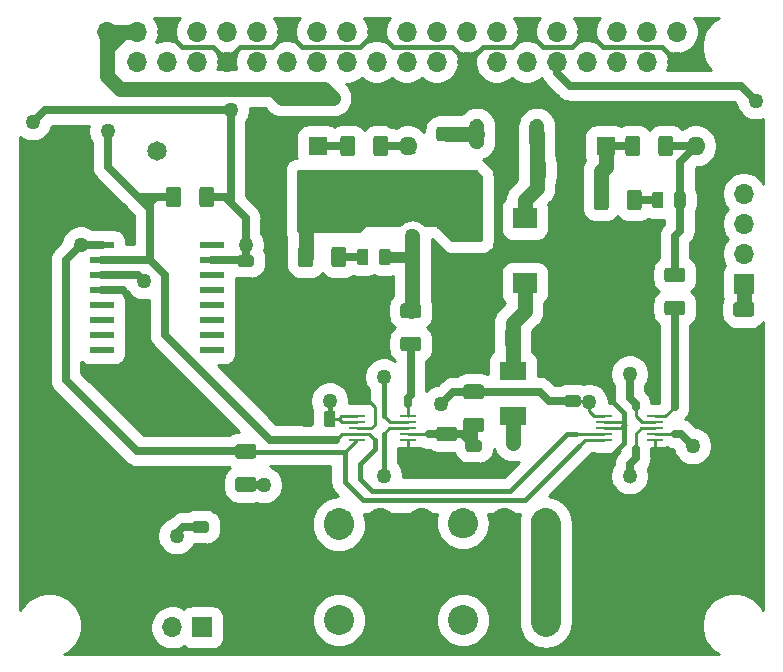
<source format=gbr>
G04 #@! TF.GenerationSoftware,KiCad,Pcbnew,(5.1.5)-3*
G04 #@! TF.CreationDate,2020-01-02T17:44:25+02:00*
G04 #@! TF.ProjectId,Morfeas_Rpi_Hat,4d6f7266-6561-4735-9f52-70695f486174,V1.0*
G04 #@! TF.SameCoordinates,Original*
G04 #@! TF.FileFunction,Copper,L2,Bot*
G04 #@! TF.FilePolarity,Positive*
%FSLAX46Y46*%
G04 Gerber Fmt 4.6, Leading zero omitted, Abs format (unit mm)*
G04 Created by KiCad (PCBNEW (5.1.5)-3) date 2020-01-02 17:44:25*
%MOMM*%
%LPD*%
G04 APERTURE LIST*
G04 #@! TA.AperFunction,ComponentPad*
%ADD10C,1.650000*%
G04 #@! TD*
G04 #@! TA.AperFunction,SMDPad,CuDef*
%ADD11R,2.199640X1.600200*%
G04 #@! TD*
G04 #@! TA.AperFunction,ComponentPad*
%ADD12C,0.025400*%
G04 #@! TD*
G04 #@! TA.AperFunction,SMDPad,CuDef*
%ADD13R,2.050000X1.750000*%
G04 #@! TD*
G04 #@! TA.AperFunction,ComponentPad*
%ADD14O,1.700000X1.700000*%
G04 #@! TD*
G04 #@! TA.AperFunction,SMDPad,CuDef*
%ADD15R,2.050000X0.590000*%
G04 #@! TD*
G04 #@! TA.AperFunction,ComponentPad*
%ADD16C,2.540000*%
G04 #@! TD*
G04 #@! TA.AperFunction,ComponentPad*
%ADD17R,1.700000X1.700000*%
G04 #@! TD*
G04 #@! TA.AperFunction,SMDPad,CuDef*
%ADD18C,0.025400*%
G04 #@! TD*
G04 #@! TA.AperFunction,SMDPad,CuDef*
%ADD19R,1.600200X2.199640*%
G04 #@! TD*
G04 #@! TA.AperFunction,ComponentPad*
%ADD20R,1.600000X1.600000*%
G04 #@! TD*
G04 #@! TA.AperFunction,ComponentPad*
%ADD21O,1.600000X1.600000*%
G04 #@! TD*
G04 #@! TA.AperFunction,SMDPad,CuDef*
%ADD22R,1.422400X0.279400*%
G04 #@! TD*
G04 #@! TA.AperFunction,ViaPad*
%ADD23C,1.270000*%
G04 #@! TD*
G04 #@! TA.AperFunction,Conductor*
%ADD24C,0.254000*%
G04 #@! TD*
G04 #@! TA.AperFunction,Conductor*
%ADD25C,0.406400*%
G04 #@! TD*
G04 #@! TA.AperFunction,Conductor*
%ADD26C,0.635000*%
G04 #@! TD*
G04 #@! TA.AperFunction,Conductor*
%ADD27C,1.270000*%
G04 #@! TD*
G04 #@! TA.AperFunction,Conductor*
%ADD28C,2.540000*%
G04 #@! TD*
G04 #@! TA.AperFunction,Conductor*
%ADD29C,0.889000*%
G04 #@! TD*
G04 APERTURE END LIST*
D10*
G04 #@! TO.P,BT1,2*
G04 #@! TO.N,GND*
X134239000Y-95885000D03*
G04 #@! TO.P,BT1,1*
G04 #@! TO.N,Net-(BT1-Pad1)*
X134239000Y-75885000D03*
G04 #@! TD*
D11*
G04 #@! TO.P,D1,1*
G04 #@! TO.N,Net-(C1-Pad1)*
X164338000Y-94498160D03*
G04 #@! TO.P,D1,2*
G04 #@! TO.N,+24V*
X164338000Y-98298000D03*
G04 #@! TD*
G04 #@! TA.AperFunction,ComponentPad*
D12*
G04 #@! TO.P,U2,3*
G04 #@! TO.N,+5V*
G36*
X161352242Y-73155058D02*
G01*
X161413883Y-73164201D01*
X161474332Y-73179343D01*
X161533005Y-73200336D01*
X161589338Y-73226980D01*
X161642788Y-73259017D01*
X161692841Y-73296138D01*
X161739014Y-73337987D01*
X161780863Y-73384160D01*
X161817984Y-73434213D01*
X161850021Y-73487663D01*
X161876665Y-73543996D01*
X161897658Y-73602669D01*
X161912800Y-73663118D01*
X161921943Y-73724759D01*
X161925001Y-73787000D01*
X161925001Y-75057000D01*
X161921943Y-75119241D01*
X161912800Y-75180882D01*
X161897658Y-75241331D01*
X161876665Y-75300004D01*
X161850021Y-75356337D01*
X161817984Y-75409787D01*
X161780863Y-75459840D01*
X161739014Y-75506013D01*
X161692841Y-75547862D01*
X161642788Y-75584983D01*
X161589338Y-75617020D01*
X161533005Y-75643664D01*
X161474332Y-75664657D01*
X161413883Y-75679799D01*
X161352242Y-75688942D01*
X161290001Y-75692000D01*
X161289999Y-75692000D01*
X161227758Y-75688942D01*
X161166117Y-75679799D01*
X161105668Y-75664657D01*
X161046995Y-75643664D01*
X160990662Y-75617020D01*
X160937212Y-75584983D01*
X160887159Y-75547862D01*
X160840986Y-75506013D01*
X160799137Y-75459840D01*
X160762016Y-75409787D01*
X160729979Y-75356337D01*
X160703335Y-75300004D01*
X160682342Y-75241331D01*
X160667200Y-75180882D01*
X160658057Y-75119241D01*
X160654999Y-75057000D01*
X160654999Y-73787000D01*
X160658057Y-73724759D01*
X160667200Y-73663118D01*
X160682342Y-73602669D01*
X160703335Y-73543996D01*
X160729979Y-73487663D01*
X160762016Y-73434213D01*
X160799137Y-73384160D01*
X160840986Y-73337987D01*
X160887159Y-73296138D01*
X160937212Y-73259017D01*
X160990662Y-73226980D01*
X161046995Y-73200336D01*
X161105668Y-73179343D01*
X161166117Y-73164201D01*
X161227758Y-73155058D01*
X161289999Y-73152000D01*
X161290001Y-73152000D01*
X161352242Y-73155058D01*
G37*
G04 #@! TD.AperFunction*
G04 #@! TA.AperFunction,ComponentPad*
G04 #@! TO.P,U2,2*
G04 #@! TO.N,GND*
G36*
X163892242Y-73155058D02*
G01*
X163953883Y-73164201D01*
X164014332Y-73179343D01*
X164073005Y-73200336D01*
X164129338Y-73226980D01*
X164182788Y-73259017D01*
X164232841Y-73296138D01*
X164279014Y-73337987D01*
X164320863Y-73384160D01*
X164357984Y-73434213D01*
X164390021Y-73487663D01*
X164416665Y-73543996D01*
X164437658Y-73602669D01*
X164452800Y-73663118D01*
X164461943Y-73724759D01*
X164465001Y-73787000D01*
X164465001Y-75057000D01*
X164461943Y-75119241D01*
X164452800Y-75180882D01*
X164437658Y-75241331D01*
X164416665Y-75300004D01*
X164390021Y-75356337D01*
X164357984Y-75409787D01*
X164320863Y-75459840D01*
X164279014Y-75506013D01*
X164232841Y-75547862D01*
X164182788Y-75584983D01*
X164129338Y-75617020D01*
X164073005Y-75643664D01*
X164014332Y-75664657D01*
X163953883Y-75679799D01*
X163892242Y-75688942D01*
X163830001Y-75692000D01*
X163829999Y-75692000D01*
X163767758Y-75688942D01*
X163706117Y-75679799D01*
X163645668Y-75664657D01*
X163586995Y-75643664D01*
X163530662Y-75617020D01*
X163477212Y-75584983D01*
X163427159Y-75547862D01*
X163380986Y-75506013D01*
X163339137Y-75459840D01*
X163302016Y-75409787D01*
X163269979Y-75356337D01*
X163243335Y-75300004D01*
X163222342Y-75241331D01*
X163207200Y-75180882D01*
X163198057Y-75119241D01*
X163194999Y-75057000D01*
X163194999Y-73787000D01*
X163198057Y-73724759D01*
X163207200Y-73663118D01*
X163222342Y-73602669D01*
X163243335Y-73543996D01*
X163269979Y-73487663D01*
X163302016Y-73434213D01*
X163339137Y-73384160D01*
X163380986Y-73337987D01*
X163427159Y-73296138D01*
X163477212Y-73259017D01*
X163530662Y-73226980D01*
X163586995Y-73200336D01*
X163645668Y-73179343D01*
X163706117Y-73164201D01*
X163767758Y-73155058D01*
X163829999Y-73152000D01*
X163830001Y-73152000D01*
X163892242Y-73155058D01*
G37*
G04 #@! TD.AperFunction*
G04 #@! TA.AperFunction,ComponentPad*
G04 #@! TO.P,U2,1*
G04 #@! TO.N,Net-(C2-Pad1)*
G36*
X166432242Y-73155058D02*
G01*
X166493883Y-73164201D01*
X166554332Y-73179343D01*
X166613005Y-73200336D01*
X166669338Y-73226980D01*
X166722788Y-73259017D01*
X166772841Y-73296138D01*
X166819014Y-73337987D01*
X166860863Y-73384160D01*
X166897984Y-73434213D01*
X166930021Y-73487663D01*
X166956665Y-73543996D01*
X166977658Y-73602669D01*
X166992800Y-73663118D01*
X167001943Y-73724759D01*
X167005001Y-73787000D01*
X167005001Y-75057000D01*
X167001943Y-75119241D01*
X166992800Y-75180882D01*
X166977658Y-75241331D01*
X166956665Y-75300004D01*
X166930021Y-75356337D01*
X166897984Y-75409787D01*
X166860863Y-75459840D01*
X166819014Y-75506013D01*
X166772841Y-75547862D01*
X166722788Y-75584983D01*
X166669338Y-75617020D01*
X166613005Y-75643664D01*
X166554332Y-75664657D01*
X166493883Y-75679799D01*
X166432242Y-75688942D01*
X166370001Y-75692000D01*
X166369999Y-75692000D01*
X166307758Y-75688942D01*
X166246117Y-75679799D01*
X166185668Y-75664657D01*
X166126995Y-75643664D01*
X166070662Y-75617020D01*
X166017212Y-75584983D01*
X165967159Y-75547862D01*
X165920986Y-75506013D01*
X165879137Y-75459840D01*
X165842016Y-75409787D01*
X165809979Y-75356337D01*
X165783335Y-75300004D01*
X165762342Y-75241331D01*
X165747200Y-75180882D01*
X165738057Y-75119241D01*
X165734999Y-75057000D01*
X165734999Y-73787000D01*
X165738057Y-73724759D01*
X165747200Y-73663118D01*
X165762342Y-73602669D01*
X165783335Y-73543996D01*
X165809979Y-73487663D01*
X165842016Y-73434213D01*
X165879137Y-73384160D01*
X165920986Y-73337987D01*
X165967159Y-73296138D01*
X166017212Y-73259017D01*
X166070662Y-73226980D01*
X166126995Y-73200336D01*
X166185668Y-73179343D01*
X166246117Y-73164201D01*
X166307758Y-73155058D01*
X166369999Y-73152000D01*
X166370001Y-73152000D01*
X166432242Y-73155058D01*
G37*
G04 #@! TD.AperFunction*
G04 #@! TD*
D13*
G04 #@! TO.P,L1,1*
G04 #@! TO.N,Net-(C1-Pad1)*
X165354000Y-87078000D03*
G04 #@! TO.P,L1,2*
G04 #@! TO.N,Net-(C2-Pad1)*
X165354000Y-81578000D03*
G04 #@! TD*
D14*
G04 #@! TO.P,J2,2*
G04 #@! TO.N,+5V*
X129964000Y-65770000D03*
G04 #@! TO.P,J2,3*
G04 #@! TO.N,SDA*
X132504000Y-68310000D03*
G04 #@! TO.P,J2,4*
G04 #@! TO.N,+5V*
X132504000Y-65770000D03*
G04 #@! TO.P,J2,5*
G04 #@! TO.N,SCL*
X135044000Y-68310000D03*
G04 #@! TO.P,J2,6*
G04 #@! TO.N,GND*
X135044000Y-65770000D03*
G04 #@! TO.P,J2,7*
G04 #@! TO.N,N/C*
X137584000Y-68310000D03*
G04 #@! TO.P,J2,8*
G04 #@! TO.N,TXD*
X137584000Y-65770000D03*
G04 #@! TO.P,J2,9*
G04 #@! TO.N,GND*
X140124000Y-68310000D03*
G04 #@! TO.P,J2,10*
G04 #@! TO.N,RXD*
X140124000Y-65770000D03*
G04 #@! TO.P,J2,11*
G04 #@! TO.N,N/C*
X142664000Y-68310000D03*
G04 #@! TO.P,J2,12*
X142664000Y-65770000D03*
G04 #@! TO.P,J2,13*
X145204000Y-68310000D03*
G04 #@! TO.P,J2,14*
G04 #@! TO.N,GND*
X145204000Y-65770000D03*
G04 #@! TO.P,J2,15*
G04 #@! TO.N,N/C*
X147744000Y-68310000D03*
G04 #@! TO.P,J2,16*
X147744000Y-65770000D03*
G04 #@! TO.P,J2,17*
X150284000Y-68310000D03*
G04 #@! TO.P,J2,18*
X150284000Y-65770000D03*
G04 #@! TO.P,J2,19*
X152824000Y-68310000D03*
G04 #@! TO.P,J2,20*
G04 #@! TO.N,GND*
X152824000Y-65770000D03*
G04 #@! TO.P,J2,21*
G04 #@! TO.N,N/C*
X155364000Y-68310000D03*
G04 #@! TO.P,J2,22*
X155364000Y-65770000D03*
G04 #@! TO.P,J2,23*
X157904000Y-68310000D03*
G04 #@! TO.P,J2,24*
X157904000Y-65770000D03*
G04 #@! TO.P,J2,25*
G04 #@! TO.N,GND*
X160444000Y-68310000D03*
G04 #@! TO.P,J2,26*
G04 #@! TO.N,N/C*
X160444000Y-65770000D03*
G04 #@! TO.P,J2,27*
X162984000Y-68310000D03*
G04 #@! TO.P,J2,28*
X162984000Y-65770000D03*
G04 #@! TO.P,J2,29*
G04 #@! TO.N,R*
X165524000Y-68310000D03*
G04 #@! TO.P,J2,30*
G04 #@! TO.N,GND*
X165524000Y-65770000D03*
G04 #@! TO.P,J2,31*
G04 #@! TO.N,G*
X168064000Y-68310000D03*
G04 #@! TO.P,J2,32*
G04 #@! TO.N,N/C*
X168064000Y-65770000D03*
G04 #@! TO.P,J2,33*
G04 #@! TO.N,B*
X170604000Y-68310000D03*
G04 #@! TO.P,J2,34*
G04 #@! TO.N,GND*
X170604000Y-65770000D03*
G04 #@! TO.P,J2,35*
G04 #@! TO.N,N/C*
X173144000Y-68310000D03*
G04 #@! TO.P,J2,36*
X173144000Y-65770000D03*
G04 #@! TO.P,J2,37*
X175684000Y-68310000D03*
G04 #@! TO.P,J2,38*
X175684000Y-65770000D03*
G04 #@! TO.P,J2,39*
G04 #@! TO.N,GND*
X178224000Y-68310000D03*
G04 #@! TO.P,J2,40*
G04 #@! TO.N,N/C*
X178224000Y-65770000D03*
G04 #@! TD*
D15*
G04 #@! TO.P,U1,16*
G04 #@! TO.N,SCL*
X129584000Y-83820000D03*
G04 #@! TO.P,U1,15*
G04 #@! TO.N,SDA*
X129584000Y-85090000D03*
G04 #@! TO.P,U1,14*
G04 #@! TO.N,Net-(BT1-Pad1)*
X129584000Y-86360000D03*
G04 #@! TO.P,U1,13*
G04 #@! TO.N,GND*
X129584000Y-87630000D03*
G04 #@! TO.P,U1,12*
G04 #@! TO.N,N/C*
X129584000Y-88900000D03*
G04 #@! TO.P,U1,11*
X129584000Y-90170000D03*
G04 #@! TO.P,U1,10*
X129584000Y-91440000D03*
G04 #@! TO.P,U1,9*
X129584000Y-92710000D03*
G04 #@! TO.P,U1,8*
X138894000Y-92710000D03*
G04 #@! TO.P,U1,7*
X138894000Y-91440000D03*
G04 #@! TO.P,U1,6*
X138894000Y-90170000D03*
G04 #@! TO.P,U1,5*
X138894000Y-88900000D03*
G04 #@! TO.P,U1,4*
X138894000Y-87630000D03*
G04 #@! TO.P,U1,3*
X138894000Y-86360000D03*
G04 #@! TO.P,U1,2*
G04 #@! TO.N,+3V3*
X138894000Y-85090000D03*
G04 #@! TO.P,U1,1*
G04 #@! TO.N,N/C*
X138894000Y-83820000D03*
G04 #@! TD*
D16*
G04 #@! TO.P,J1,8*
G04 #@! TO.N,GND*
X174124000Y-115570000D03*
G04 #@! TO.P,J1,7*
X170624000Y-115570000D03*
G04 #@! TO.P,J1,6*
G04 #@! TO.N,/CAN0_P+*
X167124000Y-115570000D03*
G04 #@! TO.P,J1,5*
G04 #@! TO.N,GND*
X163624000Y-115570000D03*
G04 #@! TO.P,J1,4*
G04 #@! TO.N,+24V*
X160124000Y-115570000D03*
G04 #@! TO.P,J1,3*
G04 #@! TO.N,GND*
X156624000Y-115570000D03*
G04 #@! TO.P,J1,2*
X153124000Y-115570000D03*
G04 #@! TO.P,J1,1*
G04 #@! TO.N,/CAN1_P+*
X149624000Y-115570000D03*
G04 #@! TA.AperFunction,ComponentPad*
D12*
G36*
X149748483Y-106106114D02*
G01*
X149871766Y-106124402D01*
X149992663Y-106154685D01*
X150110009Y-106196672D01*
X150222675Y-106249959D01*
X150329575Y-106314033D01*
X150429680Y-106388276D01*
X150522027Y-106471973D01*
X150605724Y-106564320D01*
X150679967Y-106664425D01*
X150744041Y-106771325D01*
X150797328Y-106883991D01*
X150839315Y-107001337D01*
X150869598Y-107122234D01*
X150887886Y-107245517D01*
X150894001Y-107369999D01*
X150894001Y-107370001D01*
X150887886Y-107494483D01*
X150869598Y-107617766D01*
X150839315Y-107738663D01*
X150797328Y-107856009D01*
X150744041Y-107968675D01*
X150679967Y-108075575D01*
X150605724Y-108175680D01*
X150522027Y-108268027D01*
X150429680Y-108351724D01*
X150329575Y-108425967D01*
X150222675Y-108490041D01*
X150110009Y-108543328D01*
X149992663Y-108585315D01*
X149871766Y-108615598D01*
X149748483Y-108633886D01*
X149624001Y-108640001D01*
X149623999Y-108640001D01*
X149499517Y-108633886D01*
X149376234Y-108615598D01*
X149255337Y-108585315D01*
X149137991Y-108543328D01*
X149025325Y-108490041D01*
X148918425Y-108425967D01*
X148818320Y-108351724D01*
X148725973Y-108268027D01*
X148642276Y-108175680D01*
X148568033Y-108075575D01*
X148503959Y-107968675D01*
X148450672Y-107856009D01*
X148408685Y-107738663D01*
X148378402Y-107617766D01*
X148360114Y-107494483D01*
X148353999Y-107370001D01*
X148353999Y-107369999D01*
X148360114Y-107245517D01*
X148378402Y-107122234D01*
X148408685Y-107001337D01*
X148450672Y-106883991D01*
X148503959Y-106771325D01*
X148568033Y-106664425D01*
X148642276Y-106564320D01*
X148725973Y-106471973D01*
X148818320Y-106388276D01*
X148918425Y-106314033D01*
X149025325Y-106249959D01*
X149137991Y-106196672D01*
X149255337Y-106154685D01*
X149376234Y-106124402D01*
X149499517Y-106106114D01*
X149623999Y-106099999D01*
X149624001Y-106099999D01*
X149748483Y-106106114D01*
G37*
G04 #@! TD.AperFunction*
G04 #@! TA.AperFunction,ComponentPad*
G04 #@! TO.P,J1,2*
G04 #@! TO.N,GND*
G36*
X153248483Y-106106114D02*
G01*
X153371766Y-106124402D01*
X153492663Y-106154685D01*
X153610009Y-106196672D01*
X153722675Y-106249959D01*
X153829575Y-106314033D01*
X153929680Y-106388276D01*
X154022027Y-106471973D01*
X154105724Y-106564320D01*
X154179967Y-106664425D01*
X154244041Y-106771325D01*
X154297328Y-106883991D01*
X154339315Y-107001337D01*
X154369598Y-107122234D01*
X154387886Y-107245517D01*
X154394001Y-107369999D01*
X154394001Y-107370001D01*
X154387886Y-107494483D01*
X154369598Y-107617766D01*
X154339315Y-107738663D01*
X154297328Y-107856009D01*
X154244041Y-107968675D01*
X154179967Y-108075575D01*
X154105724Y-108175680D01*
X154022027Y-108268027D01*
X153929680Y-108351724D01*
X153829575Y-108425967D01*
X153722675Y-108490041D01*
X153610009Y-108543328D01*
X153492663Y-108585315D01*
X153371766Y-108615598D01*
X153248483Y-108633886D01*
X153124001Y-108640001D01*
X153123999Y-108640001D01*
X152999517Y-108633886D01*
X152876234Y-108615598D01*
X152755337Y-108585315D01*
X152637991Y-108543328D01*
X152525325Y-108490041D01*
X152418425Y-108425967D01*
X152318320Y-108351724D01*
X152225973Y-108268027D01*
X152142276Y-108175680D01*
X152068033Y-108075575D01*
X152003959Y-107968675D01*
X151950672Y-107856009D01*
X151908685Y-107738663D01*
X151878402Y-107617766D01*
X151860114Y-107494483D01*
X151853999Y-107370001D01*
X151853999Y-107369999D01*
X151860114Y-107245517D01*
X151878402Y-107122234D01*
X151908685Y-107001337D01*
X151950672Y-106883991D01*
X152003959Y-106771325D01*
X152068033Y-106664425D01*
X152142276Y-106564320D01*
X152225973Y-106471973D01*
X152318320Y-106388276D01*
X152418425Y-106314033D01*
X152525325Y-106249959D01*
X152637991Y-106196672D01*
X152755337Y-106154685D01*
X152876234Y-106124402D01*
X152999517Y-106106114D01*
X153123999Y-106099999D01*
X153124001Y-106099999D01*
X153248483Y-106106114D01*
G37*
G04 #@! TD.AperFunction*
G04 #@! TA.AperFunction,ComponentPad*
G04 #@! TO.P,J1,3*
G36*
X156748483Y-106106114D02*
G01*
X156871766Y-106124402D01*
X156992663Y-106154685D01*
X157110009Y-106196672D01*
X157222675Y-106249959D01*
X157329575Y-106314033D01*
X157429680Y-106388276D01*
X157522027Y-106471973D01*
X157605724Y-106564320D01*
X157679967Y-106664425D01*
X157744041Y-106771325D01*
X157797328Y-106883991D01*
X157839315Y-107001337D01*
X157869598Y-107122234D01*
X157887886Y-107245517D01*
X157894001Y-107369999D01*
X157894001Y-107370001D01*
X157887886Y-107494483D01*
X157869598Y-107617766D01*
X157839315Y-107738663D01*
X157797328Y-107856009D01*
X157744041Y-107968675D01*
X157679967Y-108075575D01*
X157605724Y-108175680D01*
X157522027Y-108268027D01*
X157429680Y-108351724D01*
X157329575Y-108425967D01*
X157222675Y-108490041D01*
X157110009Y-108543328D01*
X156992663Y-108585315D01*
X156871766Y-108615598D01*
X156748483Y-108633886D01*
X156624001Y-108640001D01*
X156623999Y-108640001D01*
X156499517Y-108633886D01*
X156376234Y-108615598D01*
X156255337Y-108585315D01*
X156137991Y-108543328D01*
X156025325Y-108490041D01*
X155918425Y-108425967D01*
X155818320Y-108351724D01*
X155725973Y-108268027D01*
X155642276Y-108175680D01*
X155568033Y-108075575D01*
X155503959Y-107968675D01*
X155450672Y-107856009D01*
X155408685Y-107738663D01*
X155378402Y-107617766D01*
X155360114Y-107494483D01*
X155353999Y-107370001D01*
X155353999Y-107369999D01*
X155360114Y-107245517D01*
X155378402Y-107122234D01*
X155408685Y-107001337D01*
X155450672Y-106883991D01*
X155503959Y-106771325D01*
X155568033Y-106664425D01*
X155642276Y-106564320D01*
X155725973Y-106471973D01*
X155818320Y-106388276D01*
X155918425Y-106314033D01*
X156025325Y-106249959D01*
X156137991Y-106196672D01*
X156255337Y-106154685D01*
X156376234Y-106124402D01*
X156499517Y-106106114D01*
X156623999Y-106099999D01*
X156624001Y-106099999D01*
X156748483Y-106106114D01*
G37*
G04 #@! TD.AperFunction*
G04 #@! TA.AperFunction,ComponentPad*
G04 #@! TO.P,J1,4*
G04 #@! TO.N,+24V*
G36*
X160248483Y-106106114D02*
G01*
X160371766Y-106124402D01*
X160492663Y-106154685D01*
X160610009Y-106196672D01*
X160722675Y-106249959D01*
X160829575Y-106314033D01*
X160929680Y-106388276D01*
X161022027Y-106471973D01*
X161105724Y-106564320D01*
X161179967Y-106664425D01*
X161244041Y-106771325D01*
X161297328Y-106883991D01*
X161339315Y-107001337D01*
X161369598Y-107122234D01*
X161387886Y-107245517D01*
X161394001Y-107369999D01*
X161394001Y-107370001D01*
X161387886Y-107494483D01*
X161369598Y-107617766D01*
X161339315Y-107738663D01*
X161297328Y-107856009D01*
X161244041Y-107968675D01*
X161179967Y-108075575D01*
X161105724Y-108175680D01*
X161022027Y-108268027D01*
X160929680Y-108351724D01*
X160829575Y-108425967D01*
X160722675Y-108490041D01*
X160610009Y-108543328D01*
X160492663Y-108585315D01*
X160371766Y-108615598D01*
X160248483Y-108633886D01*
X160124001Y-108640001D01*
X160123999Y-108640001D01*
X159999517Y-108633886D01*
X159876234Y-108615598D01*
X159755337Y-108585315D01*
X159637991Y-108543328D01*
X159525325Y-108490041D01*
X159418425Y-108425967D01*
X159318320Y-108351724D01*
X159225973Y-108268027D01*
X159142276Y-108175680D01*
X159068033Y-108075575D01*
X159003959Y-107968675D01*
X158950672Y-107856009D01*
X158908685Y-107738663D01*
X158878402Y-107617766D01*
X158860114Y-107494483D01*
X158853999Y-107370001D01*
X158853999Y-107369999D01*
X158860114Y-107245517D01*
X158878402Y-107122234D01*
X158908685Y-107001337D01*
X158950672Y-106883991D01*
X159003959Y-106771325D01*
X159068033Y-106664425D01*
X159142276Y-106564320D01*
X159225973Y-106471973D01*
X159318320Y-106388276D01*
X159418425Y-106314033D01*
X159525325Y-106249959D01*
X159637991Y-106196672D01*
X159755337Y-106154685D01*
X159876234Y-106124402D01*
X159999517Y-106106114D01*
X160123999Y-106099999D01*
X160124001Y-106099999D01*
X160248483Y-106106114D01*
G37*
G04 #@! TD.AperFunction*
G04 #@! TA.AperFunction,ComponentPad*
G04 #@! TO.P,J1,5*
G04 #@! TO.N,GND*
G36*
X163748483Y-106106114D02*
G01*
X163871766Y-106124402D01*
X163992663Y-106154685D01*
X164110009Y-106196672D01*
X164222675Y-106249959D01*
X164329575Y-106314033D01*
X164429680Y-106388276D01*
X164522027Y-106471973D01*
X164605724Y-106564320D01*
X164679967Y-106664425D01*
X164744041Y-106771325D01*
X164797328Y-106883991D01*
X164839315Y-107001337D01*
X164869598Y-107122234D01*
X164887886Y-107245517D01*
X164894001Y-107369999D01*
X164894001Y-107370001D01*
X164887886Y-107494483D01*
X164869598Y-107617766D01*
X164839315Y-107738663D01*
X164797328Y-107856009D01*
X164744041Y-107968675D01*
X164679967Y-108075575D01*
X164605724Y-108175680D01*
X164522027Y-108268027D01*
X164429680Y-108351724D01*
X164329575Y-108425967D01*
X164222675Y-108490041D01*
X164110009Y-108543328D01*
X163992663Y-108585315D01*
X163871766Y-108615598D01*
X163748483Y-108633886D01*
X163624001Y-108640001D01*
X163623999Y-108640001D01*
X163499517Y-108633886D01*
X163376234Y-108615598D01*
X163255337Y-108585315D01*
X163137991Y-108543328D01*
X163025325Y-108490041D01*
X162918425Y-108425967D01*
X162818320Y-108351724D01*
X162725973Y-108268027D01*
X162642276Y-108175680D01*
X162568033Y-108075575D01*
X162503959Y-107968675D01*
X162450672Y-107856009D01*
X162408685Y-107738663D01*
X162378402Y-107617766D01*
X162360114Y-107494483D01*
X162353999Y-107370001D01*
X162353999Y-107369999D01*
X162360114Y-107245517D01*
X162378402Y-107122234D01*
X162408685Y-107001337D01*
X162450672Y-106883991D01*
X162503959Y-106771325D01*
X162568033Y-106664425D01*
X162642276Y-106564320D01*
X162725973Y-106471973D01*
X162818320Y-106388276D01*
X162918425Y-106314033D01*
X163025325Y-106249959D01*
X163137991Y-106196672D01*
X163255337Y-106154685D01*
X163376234Y-106124402D01*
X163499517Y-106106114D01*
X163623999Y-106099999D01*
X163624001Y-106099999D01*
X163748483Y-106106114D01*
G37*
G04 #@! TD.AperFunction*
G04 #@! TA.AperFunction,ComponentPad*
G04 #@! TO.P,J1,6*
G04 #@! TO.N,/CAN0_P+*
G36*
X167248483Y-106106114D02*
G01*
X167371766Y-106124402D01*
X167492663Y-106154685D01*
X167610009Y-106196672D01*
X167722675Y-106249959D01*
X167829575Y-106314033D01*
X167929680Y-106388276D01*
X168022027Y-106471973D01*
X168105724Y-106564320D01*
X168179967Y-106664425D01*
X168244041Y-106771325D01*
X168297328Y-106883991D01*
X168339315Y-107001337D01*
X168369598Y-107122234D01*
X168387886Y-107245517D01*
X168394001Y-107369999D01*
X168394001Y-107370001D01*
X168387886Y-107494483D01*
X168369598Y-107617766D01*
X168339315Y-107738663D01*
X168297328Y-107856009D01*
X168244041Y-107968675D01*
X168179967Y-108075575D01*
X168105724Y-108175680D01*
X168022027Y-108268027D01*
X167929680Y-108351724D01*
X167829575Y-108425967D01*
X167722675Y-108490041D01*
X167610009Y-108543328D01*
X167492663Y-108585315D01*
X167371766Y-108615598D01*
X167248483Y-108633886D01*
X167124001Y-108640001D01*
X167123999Y-108640001D01*
X166999517Y-108633886D01*
X166876234Y-108615598D01*
X166755337Y-108585315D01*
X166637991Y-108543328D01*
X166525325Y-108490041D01*
X166418425Y-108425967D01*
X166318320Y-108351724D01*
X166225973Y-108268027D01*
X166142276Y-108175680D01*
X166068033Y-108075575D01*
X166003959Y-107968675D01*
X165950672Y-107856009D01*
X165908685Y-107738663D01*
X165878402Y-107617766D01*
X165860114Y-107494483D01*
X165853999Y-107370001D01*
X165853999Y-107369999D01*
X165860114Y-107245517D01*
X165878402Y-107122234D01*
X165908685Y-107001337D01*
X165950672Y-106883991D01*
X166003959Y-106771325D01*
X166068033Y-106664425D01*
X166142276Y-106564320D01*
X166225973Y-106471973D01*
X166318320Y-106388276D01*
X166418425Y-106314033D01*
X166525325Y-106249959D01*
X166637991Y-106196672D01*
X166755337Y-106154685D01*
X166876234Y-106124402D01*
X166999517Y-106106114D01*
X167123999Y-106099999D01*
X167124001Y-106099999D01*
X167248483Y-106106114D01*
G37*
G04 #@! TD.AperFunction*
G04 #@! TA.AperFunction,ComponentPad*
G04 #@! TO.P,J1,7*
G04 #@! TO.N,GND*
G36*
X170748483Y-106106114D02*
G01*
X170871766Y-106124402D01*
X170992663Y-106154685D01*
X171110009Y-106196672D01*
X171222675Y-106249959D01*
X171329575Y-106314033D01*
X171429680Y-106388276D01*
X171522027Y-106471973D01*
X171605724Y-106564320D01*
X171679967Y-106664425D01*
X171744041Y-106771325D01*
X171797328Y-106883991D01*
X171839315Y-107001337D01*
X171869598Y-107122234D01*
X171887886Y-107245517D01*
X171894001Y-107369999D01*
X171894001Y-107370001D01*
X171887886Y-107494483D01*
X171869598Y-107617766D01*
X171839315Y-107738663D01*
X171797328Y-107856009D01*
X171744041Y-107968675D01*
X171679967Y-108075575D01*
X171605724Y-108175680D01*
X171522027Y-108268027D01*
X171429680Y-108351724D01*
X171329575Y-108425967D01*
X171222675Y-108490041D01*
X171110009Y-108543328D01*
X170992663Y-108585315D01*
X170871766Y-108615598D01*
X170748483Y-108633886D01*
X170624001Y-108640001D01*
X170623999Y-108640001D01*
X170499517Y-108633886D01*
X170376234Y-108615598D01*
X170255337Y-108585315D01*
X170137991Y-108543328D01*
X170025325Y-108490041D01*
X169918425Y-108425967D01*
X169818320Y-108351724D01*
X169725973Y-108268027D01*
X169642276Y-108175680D01*
X169568033Y-108075575D01*
X169503959Y-107968675D01*
X169450672Y-107856009D01*
X169408685Y-107738663D01*
X169378402Y-107617766D01*
X169360114Y-107494483D01*
X169353999Y-107370001D01*
X169353999Y-107369999D01*
X169360114Y-107245517D01*
X169378402Y-107122234D01*
X169408685Y-107001337D01*
X169450672Y-106883991D01*
X169503959Y-106771325D01*
X169568033Y-106664425D01*
X169642276Y-106564320D01*
X169725973Y-106471973D01*
X169818320Y-106388276D01*
X169918425Y-106314033D01*
X170025325Y-106249959D01*
X170137991Y-106196672D01*
X170255337Y-106154685D01*
X170376234Y-106124402D01*
X170499517Y-106106114D01*
X170623999Y-106099999D01*
X170624001Y-106099999D01*
X170748483Y-106106114D01*
G37*
G04 #@! TD.AperFunction*
G04 #@! TA.AperFunction,ComponentPad*
G04 #@! TO.P,J1,8*
G36*
X174248483Y-106106114D02*
G01*
X174371766Y-106124402D01*
X174492663Y-106154685D01*
X174610009Y-106196672D01*
X174722675Y-106249959D01*
X174829575Y-106314033D01*
X174929680Y-106388276D01*
X175022027Y-106471973D01*
X175105724Y-106564320D01*
X175179967Y-106664425D01*
X175244041Y-106771325D01*
X175297328Y-106883991D01*
X175339315Y-107001337D01*
X175369598Y-107122234D01*
X175387886Y-107245517D01*
X175394001Y-107369999D01*
X175394001Y-107370001D01*
X175387886Y-107494483D01*
X175369598Y-107617766D01*
X175339315Y-107738663D01*
X175297328Y-107856009D01*
X175244041Y-107968675D01*
X175179967Y-108075575D01*
X175105724Y-108175680D01*
X175022027Y-108268027D01*
X174929680Y-108351724D01*
X174829575Y-108425967D01*
X174722675Y-108490041D01*
X174610009Y-108543328D01*
X174492663Y-108585315D01*
X174371766Y-108615598D01*
X174248483Y-108633886D01*
X174124001Y-108640001D01*
X174123999Y-108640001D01*
X173999517Y-108633886D01*
X173876234Y-108615598D01*
X173755337Y-108585315D01*
X173637991Y-108543328D01*
X173525325Y-108490041D01*
X173418425Y-108425967D01*
X173318320Y-108351724D01*
X173225973Y-108268027D01*
X173142276Y-108175680D01*
X173068033Y-108075575D01*
X173003959Y-107968675D01*
X172950672Y-107856009D01*
X172908685Y-107738663D01*
X172878402Y-107617766D01*
X172860114Y-107494483D01*
X172853999Y-107370001D01*
X172853999Y-107369999D01*
X172860114Y-107245517D01*
X172878402Y-107122234D01*
X172908685Y-107001337D01*
X172950672Y-106883991D01*
X173003959Y-106771325D01*
X173068033Y-106664425D01*
X173142276Y-106564320D01*
X173225973Y-106471973D01*
X173318320Y-106388276D01*
X173418425Y-106314033D01*
X173525325Y-106249959D01*
X173637991Y-106196672D01*
X173755337Y-106154685D01*
X173876234Y-106124402D01*
X173999517Y-106106114D01*
X174123999Y-106099999D01*
X174124001Y-106099999D01*
X174248483Y-106106114D01*
G37*
G04 #@! TD.AperFunction*
G04 #@! TD*
D14*
G04 #@! TO.P,J5,3*
G04 #@! TO.N,GND*
X132969000Y-116205000D03*
G04 #@! TO.P,J5,2*
G04 #@! TO.N,Net-(J5-Pad2)*
X135509000Y-116205000D03*
D17*
G04 #@! TO.P,J5,1*
G04 #@! TO.N,Net-(J5-Pad1)*
X138049000Y-116205000D03*
G04 #@! TD*
G04 #@! TA.AperFunction,SMDPad,CuDef*
D18*
G04 #@! TO.P,R8,2*
G04 #@! TO.N,Net-(C17-Pad1)*
G36*
X156351504Y-88778204D02*
G01*
X156375773Y-88781804D01*
X156399571Y-88787765D01*
X156422671Y-88796030D01*
X156444849Y-88806520D01*
X156465893Y-88819133D01*
X156485598Y-88833747D01*
X156503777Y-88850223D01*
X156520253Y-88868402D01*
X156534867Y-88888107D01*
X156547480Y-88909151D01*
X156557970Y-88931329D01*
X156566235Y-88954429D01*
X156572196Y-88978227D01*
X156575796Y-89002496D01*
X156577000Y-89027000D01*
X156577000Y-89777000D01*
X156575796Y-89801504D01*
X156572196Y-89825773D01*
X156566235Y-89849571D01*
X156557970Y-89872671D01*
X156547480Y-89894849D01*
X156534867Y-89915893D01*
X156520253Y-89935598D01*
X156503777Y-89953777D01*
X156485598Y-89970253D01*
X156465893Y-89984867D01*
X156444849Y-89997480D01*
X156422671Y-90007970D01*
X156399571Y-90016235D01*
X156375773Y-90022196D01*
X156351504Y-90025796D01*
X156327000Y-90027000D01*
X155077000Y-90027000D01*
X155052496Y-90025796D01*
X155028227Y-90022196D01*
X155004429Y-90016235D01*
X154981329Y-90007970D01*
X154959151Y-89997480D01*
X154938107Y-89984867D01*
X154918402Y-89970253D01*
X154900223Y-89953777D01*
X154883747Y-89935598D01*
X154869133Y-89915893D01*
X154856520Y-89894849D01*
X154846030Y-89872671D01*
X154837765Y-89849571D01*
X154831804Y-89825773D01*
X154828204Y-89801504D01*
X154827000Y-89777000D01*
X154827000Y-89027000D01*
X154828204Y-89002496D01*
X154831804Y-88978227D01*
X154837765Y-88954429D01*
X154846030Y-88931329D01*
X154856520Y-88909151D01*
X154869133Y-88888107D01*
X154883747Y-88868402D01*
X154900223Y-88850223D01*
X154918402Y-88833747D01*
X154938107Y-88819133D01*
X154959151Y-88806520D01*
X154981329Y-88796030D01*
X155004429Y-88787765D01*
X155028227Y-88781804D01*
X155052496Y-88778204D01*
X155077000Y-88777000D01*
X156327000Y-88777000D01*
X156351504Y-88778204D01*
G37*
G04 #@! TD.AperFunction*
G04 #@! TA.AperFunction,SMDPad,CuDef*
G04 #@! TO.P,R8,1*
G04 #@! TO.N,Net-(R8-Pad1)*
G36*
X156351504Y-91578204D02*
G01*
X156375773Y-91581804D01*
X156399571Y-91587765D01*
X156422671Y-91596030D01*
X156444849Y-91606520D01*
X156465893Y-91619133D01*
X156485598Y-91633747D01*
X156503777Y-91650223D01*
X156520253Y-91668402D01*
X156534867Y-91688107D01*
X156547480Y-91709151D01*
X156557970Y-91731329D01*
X156566235Y-91754429D01*
X156572196Y-91778227D01*
X156575796Y-91802496D01*
X156577000Y-91827000D01*
X156577000Y-92577000D01*
X156575796Y-92601504D01*
X156572196Y-92625773D01*
X156566235Y-92649571D01*
X156557970Y-92672671D01*
X156547480Y-92694849D01*
X156534867Y-92715893D01*
X156520253Y-92735598D01*
X156503777Y-92753777D01*
X156485598Y-92770253D01*
X156465893Y-92784867D01*
X156444849Y-92797480D01*
X156422671Y-92807970D01*
X156399571Y-92816235D01*
X156375773Y-92822196D01*
X156351504Y-92825796D01*
X156327000Y-92827000D01*
X155077000Y-92827000D01*
X155052496Y-92825796D01*
X155028227Y-92822196D01*
X155004429Y-92816235D01*
X154981329Y-92807970D01*
X154959151Y-92797480D01*
X154938107Y-92784867D01*
X154918402Y-92770253D01*
X154900223Y-92753777D01*
X154883747Y-92735598D01*
X154869133Y-92715893D01*
X154856520Y-92694849D01*
X154846030Y-92672671D01*
X154837765Y-92649571D01*
X154831804Y-92625773D01*
X154828204Y-92601504D01*
X154827000Y-92577000D01*
X154827000Y-91827000D01*
X154828204Y-91802496D01*
X154831804Y-91778227D01*
X154837765Y-91754429D01*
X154846030Y-91731329D01*
X154856520Y-91709151D01*
X154869133Y-91688107D01*
X154883747Y-91668402D01*
X154900223Y-91650223D01*
X154918402Y-91633747D01*
X154938107Y-91619133D01*
X154959151Y-91606520D01*
X154981329Y-91596030D01*
X155004429Y-91587765D01*
X155028227Y-91581804D01*
X155052496Y-91578204D01*
X155077000Y-91577000D01*
X156327000Y-91577000D01*
X156351504Y-91578204D01*
G37*
G04 #@! TD.AperFunction*
G04 #@! TD*
G04 #@! TA.AperFunction,SMDPad,CuDef*
G04 #@! TO.P,R15,1*
G04 #@! TO.N,Net-(C17-Pad2)*
G36*
X150005504Y-83962204D02*
G01*
X150029773Y-83965804D01*
X150053571Y-83971765D01*
X150076671Y-83980030D01*
X150098849Y-83990520D01*
X150119893Y-84003133D01*
X150139598Y-84017747D01*
X150157777Y-84034223D01*
X150174253Y-84052402D01*
X150188867Y-84072107D01*
X150201480Y-84093151D01*
X150211970Y-84115329D01*
X150220235Y-84138429D01*
X150226196Y-84162227D01*
X150229796Y-84186496D01*
X150231000Y-84211000D01*
X150231000Y-85461000D01*
X150229796Y-85485504D01*
X150226196Y-85509773D01*
X150220235Y-85533571D01*
X150211970Y-85556671D01*
X150201480Y-85578849D01*
X150188867Y-85599893D01*
X150174253Y-85619598D01*
X150157777Y-85637777D01*
X150139598Y-85654253D01*
X150119893Y-85668867D01*
X150098849Y-85681480D01*
X150076671Y-85691970D01*
X150053571Y-85700235D01*
X150029773Y-85706196D01*
X150005504Y-85709796D01*
X149981000Y-85711000D01*
X149231000Y-85711000D01*
X149206496Y-85709796D01*
X149182227Y-85706196D01*
X149158429Y-85700235D01*
X149135329Y-85691970D01*
X149113151Y-85681480D01*
X149092107Y-85668867D01*
X149072402Y-85654253D01*
X149054223Y-85637777D01*
X149037747Y-85619598D01*
X149023133Y-85599893D01*
X149010520Y-85578849D01*
X149000030Y-85556671D01*
X148991765Y-85533571D01*
X148985804Y-85509773D01*
X148982204Y-85485504D01*
X148981000Y-85461000D01*
X148981000Y-84211000D01*
X148982204Y-84186496D01*
X148985804Y-84162227D01*
X148991765Y-84138429D01*
X149000030Y-84115329D01*
X149010520Y-84093151D01*
X149023133Y-84072107D01*
X149037747Y-84052402D01*
X149054223Y-84034223D01*
X149072402Y-84017747D01*
X149092107Y-84003133D01*
X149113151Y-83990520D01*
X149135329Y-83980030D01*
X149158429Y-83971765D01*
X149182227Y-83965804D01*
X149206496Y-83962204D01*
X149231000Y-83961000D01*
X149981000Y-83961000D01*
X150005504Y-83962204D01*
G37*
G04 #@! TD.AperFunction*
G04 #@! TA.AperFunction,SMDPad,CuDef*
G04 #@! TO.P,R15,2*
G04 #@! TO.N,+24V*
G36*
X147205504Y-83962204D02*
G01*
X147229773Y-83965804D01*
X147253571Y-83971765D01*
X147276671Y-83980030D01*
X147298849Y-83990520D01*
X147319893Y-84003133D01*
X147339598Y-84017747D01*
X147357777Y-84034223D01*
X147374253Y-84052402D01*
X147388867Y-84072107D01*
X147401480Y-84093151D01*
X147411970Y-84115329D01*
X147420235Y-84138429D01*
X147426196Y-84162227D01*
X147429796Y-84186496D01*
X147431000Y-84211000D01*
X147431000Y-85461000D01*
X147429796Y-85485504D01*
X147426196Y-85509773D01*
X147420235Y-85533571D01*
X147411970Y-85556671D01*
X147401480Y-85578849D01*
X147388867Y-85599893D01*
X147374253Y-85619598D01*
X147357777Y-85637777D01*
X147339598Y-85654253D01*
X147319893Y-85668867D01*
X147298849Y-85681480D01*
X147276671Y-85691970D01*
X147253571Y-85700235D01*
X147229773Y-85706196D01*
X147205504Y-85709796D01*
X147181000Y-85711000D01*
X146431000Y-85711000D01*
X146406496Y-85709796D01*
X146382227Y-85706196D01*
X146358429Y-85700235D01*
X146335329Y-85691970D01*
X146313151Y-85681480D01*
X146292107Y-85668867D01*
X146272402Y-85654253D01*
X146254223Y-85637777D01*
X146237747Y-85619598D01*
X146223133Y-85599893D01*
X146210520Y-85578849D01*
X146200030Y-85556671D01*
X146191765Y-85533571D01*
X146185804Y-85509773D01*
X146182204Y-85485504D01*
X146181000Y-85461000D01*
X146181000Y-84211000D01*
X146182204Y-84186496D01*
X146185804Y-84162227D01*
X146191765Y-84138429D01*
X146200030Y-84115329D01*
X146210520Y-84093151D01*
X146223133Y-84072107D01*
X146237747Y-84052402D01*
X146254223Y-84034223D01*
X146272402Y-84017747D01*
X146292107Y-84003133D01*
X146313151Y-83990520D01*
X146335329Y-83980030D01*
X146358429Y-83971765D01*
X146382227Y-83965804D01*
X146406496Y-83962204D01*
X146431000Y-83961000D01*
X147181000Y-83961000D01*
X147205504Y-83962204D01*
G37*
G04 #@! TD.AperFunction*
G04 #@! TD*
G04 #@! TA.AperFunction,SMDPad,CuDef*
G04 #@! TO.P,R14,1*
G04 #@! TO.N,Net-(C16-Pad2)*
G36*
X175027504Y-79136204D02*
G01*
X175051773Y-79139804D01*
X175075571Y-79145765D01*
X175098671Y-79154030D01*
X175120849Y-79164520D01*
X175141893Y-79177133D01*
X175161598Y-79191747D01*
X175179777Y-79208223D01*
X175196253Y-79226402D01*
X175210867Y-79246107D01*
X175223480Y-79267151D01*
X175233970Y-79289329D01*
X175242235Y-79312429D01*
X175248196Y-79336227D01*
X175251796Y-79360496D01*
X175253000Y-79385000D01*
X175253000Y-80635000D01*
X175251796Y-80659504D01*
X175248196Y-80683773D01*
X175242235Y-80707571D01*
X175233970Y-80730671D01*
X175223480Y-80752849D01*
X175210867Y-80773893D01*
X175196253Y-80793598D01*
X175179777Y-80811777D01*
X175161598Y-80828253D01*
X175141893Y-80842867D01*
X175120849Y-80855480D01*
X175098671Y-80865970D01*
X175075571Y-80874235D01*
X175051773Y-80880196D01*
X175027504Y-80883796D01*
X175003000Y-80885000D01*
X174253000Y-80885000D01*
X174228496Y-80883796D01*
X174204227Y-80880196D01*
X174180429Y-80874235D01*
X174157329Y-80865970D01*
X174135151Y-80855480D01*
X174114107Y-80842867D01*
X174094402Y-80828253D01*
X174076223Y-80811777D01*
X174059747Y-80793598D01*
X174045133Y-80773893D01*
X174032520Y-80752849D01*
X174022030Y-80730671D01*
X174013765Y-80707571D01*
X174007804Y-80683773D01*
X174004204Y-80659504D01*
X174003000Y-80635000D01*
X174003000Y-79385000D01*
X174004204Y-79360496D01*
X174007804Y-79336227D01*
X174013765Y-79312429D01*
X174022030Y-79289329D01*
X174032520Y-79267151D01*
X174045133Y-79246107D01*
X174059747Y-79226402D01*
X174076223Y-79208223D01*
X174094402Y-79191747D01*
X174114107Y-79177133D01*
X174135151Y-79164520D01*
X174157329Y-79154030D01*
X174180429Y-79145765D01*
X174204227Y-79139804D01*
X174228496Y-79136204D01*
X174253000Y-79135000D01*
X175003000Y-79135000D01*
X175027504Y-79136204D01*
G37*
G04 #@! TD.AperFunction*
G04 #@! TA.AperFunction,SMDPad,CuDef*
G04 #@! TO.P,R14,2*
G04 #@! TO.N,+24V*
G36*
X172227504Y-79136204D02*
G01*
X172251773Y-79139804D01*
X172275571Y-79145765D01*
X172298671Y-79154030D01*
X172320849Y-79164520D01*
X172341893Y-79177133D01*
X172361598Y-79191747D01*
X172379777Y-79208223D01*
X172396253Y-79226402D01*
X172410867Y-79246107D01*
X172423480Y-79267151D01*
X172433970Y-79289329D01*
X172442235Y-79312429D01*
X172448196Y-79336227D01*
X172451796Y-79360496D01*
X172453000Y-79385000D01*
X172453000Y-80635000D01*
X172451796Y-80659504D01*
X172448196Y-80683773D01*
X172442235Y-80707571D01*
X172433970Y-80730671D01*
X172423480Y-80752849D01*
X172410867Y-80773893D01*
X172396253Y-80793598D01*
X172379777Y-80811777D01*
X172361598Y-80828253D01*
X172341893Y-80842867D01*
X172320849Y-80855480D01*
X172298671Y-80865970D01*
X172275571Y-80874235D01*
X172251773Y-80880196D01*
X172227504Y-80883796D01*
X172203000Y-80885000D01*
X171453000Y-80885000D01*
X171428496Y-80883796D01*
X171404227Y-80880196D01*
X171380429Y-80874235D01*
X171357329Y-80865970D01*
X171335151Y-80855480D01*
X171314107Y-80842867D01*
X171294402Y-80828253D01*
X171276223Y-80811777D01*
X171259747Y-80793598D01*
X171245133Y-80773893D01*
X171232520Y-80752849D01*
X171222030Y-80730671D01*
X171213765Y-80707571D01*
X171207804Y-80683773D01*
X171204204Y-80659504D01*
X171203000Y-80635000D01*
X171203000Y-79385000D01*
X171204204Y-79360496D01*
X171207804Y-79336227D01*
X171213765Y-79312429D01*
X171222030Y-79289329D01*
X171232520Y-79267151D01*
X171245133Y-79246107D01*
X171259747Y-79226402D01*
X171276223Y-79208223D01*
X171294402Y-79191747D01*
X171314107Y-79177133D01*
X171335151Y-79164520D01*
X171357329Y-79154030D01*
X171380429Y-79145765D01*
X171404227Y-79139804D01*
X171428496Y-79136204D01*
X171453000Y-79135000D01*
X172203000Y-79135000D01*
X172227504Y-79136204D01*
G37*
G04 #@! TD.AperFunction*
G04 #@! TD*
G04 #@! TA.AperFunction,SMDPad,CuDef*
G04 #@! TO.P,C17,1*
G04 #@! TO.N,Net-(C17-Pad1)*
G36*
X153780642Y-84137174D02*
G01*
X153804303Y-84140684D01*
X153827507Y-84146496D01*
X153850029Y-84154554D01*
X153871653Y-84164782D01*
X153892170Y-84177079D01*
X153911383Y-84191329D01*
X153929107Y-84207393D01*
X153945171Y-84225117D01*
X153959421Y-84244330D01*
X153971718Y-84264847D01*
X153981946Y-84286471D01*
X153990004Y-84308993D01*
X153995816Y-84332197D01*
X153999326Y-84355858D01*
X154000500Y-84379750D01*
X154000500Y-85292250D01*
X153999326Y-85316142D01*
X153995816Y-85339803D01*
X153990004Y-85363007D01*
X153981946Y-85385529D01*
X153971718Y-85407153D01*
X153959421Y-85427670D01*
X153945171Y-85446883D01*
X153929107Y-85464607D01*
X153911383Y-85480671D01*
X153892170Y-85494921D01*
X153871653Y-85507218D01*
X153850029Y-85517446D01*
X153827507Y-85525504D01*
X153804303Y-85531316D01*
X153780642Y-85534826D01*
X153756750Y-85536000D01*
X153269250Y-85536000D01*
X153245358Y-85534826D01*
X153221697Y-85531316D01*
X153198493Y-85525504D01*
X153175971Y-85517446D01*
X153154347Y-85507218D01*
X153133830Y-85494921D01*
X153114617Y-85480671D01*
X153096893Y-85464607D01*
X153080829Y-85446883D01*
X153066579Y-85427670D01*
X153054282Y-85407153D01*
X153044054Y-85385529D01*
X153035996Y-85363007D01*
X153030184Y-85339803D01*
X153026674Y-85316142D01*
X153025500Y-85292250D01*
X153025500Y-84379750D01*
X153026674Y-84355858D01*
X153030184Y-84332197D01*
X153035996Y-84308993D01*
X153044054Y-84286471D01*
X153054282Y-84264847D01*
X153066579Y-84244330D01*
X153080829Y-84225117D01*
X153096893Y-84207393D01*
X153114617Y-84191329D01*
X153133830Y-84177079D01*
X153154347Y-84164782D01*
X153175971Y-84154554D01*
X153198493Y-84146496D01*
X153221697Y-84140684D01*
X153245358Y-84137174D01*
X153269250Y-84136000D01*
X153756750Y-84136000D01*
X153780642Y-84137174D01*
G37*
G04 #@! TD.AperFunction*
G04 #@! TA.AperFunction,SMDPad,CuDef*
G04 #@! TO.P,C17,2*
G04 #@! TO.N,Net-(C17-Pad2)*
G36*
X151905642Y-84137174D02*
G01*
X151929303Y-84140684D01*
X151952507Y-84146496D01*
X151975029Y-84154554D01*
X151996653Y-84164782D01*
X152017170Y-84177079D01*
X152036383Y-84191329D01*
X152054107Y-84207393D01*
X152070171Y-84225117D01*
X152084421Y-84244330D01*
X152096718Y-84264847D01*
X152106946Y-84286471D01*
X152115004Y-84308993D01*
X152120816Y-84332197D01*
X152124326Y-84355858D01*
X152125500Y-84379750D01*
X152125500Y-85292250D01*
X152124326Y-85316142D01*
X152120816Y-85339803D01*
X152115004Y-85363007D01*
X152106946Y-85385529D01*
X152096718Y-85407153D01*
X152084421Y-85427670D01*
X152070171Y-85446883D01*
X152054107Y-85464607D01*
X152036383Y-85480671D01*
X152017170Y-85494921D01*
X151996653Y-85507218D01*
X151975029Y-85517446D01*
X151952507Y-85525504D01*
X151929303Y-85531316D01*
X151905642Y-85534826D01*
X151881750Y-85536000D01*
X151394250Y-85536000D01*
X151370358Y-85534826D01*
X151346697Y-85531316D01*
X151323493Y-85525504D01*
X151300971Y-85517446D01*
X151279347Y-85507218D01*
X151258830Y-85494921D01*
X151239617Y-85480671D01*
X151221893Y-85464607D01*
X151205829Y-85446883D01*
X151191579Y-85427670D01*
X151179282Y-85407153D01*
X151169054Y-85385529D01*
X151160996Y-85363007D01*
X151155184Y-85339803D01*
X151151674Y-85316142D01*
X151150500Y-85292250D01*
X151150500Y-84379750D01*
X151151674Y-84355858D01*
X151155184Y-84332197D01*
X151160996Y-84308993D01*
X151169054Y-84286471D01*
X151179282Y-84264847D01*
X151191579Y-84244330D01*
X151205829Y-84225117D01*
X151221893Y-84207393D01*
X151239617Y-84191329D01*
X151258830Y-84177079D01*
X151279347Y-84164782D01*
X151300971Y-84154554D01*
X151323493Y-84146496D01*
X151346697Y-84140684D01*
X151370358Y-84137174D01*
X151394250Y-84136000D01*
X151881750Y-84136000D01*
X151905642Y-84137174D01*
G37*
G04 #@! TD.AperFunction*
G04 #@! TD*
G04 #@! TA.AperFunction,SMDPad,CuDef*
G04 #@! TO.P,C16,1*
G04 #@! TO.N,Net-(C16-Pad1)*
G36*
X178751142Y-79311174D02*
G01*
X178774803Y-79314684D01*
X178798007Y-79320496D01*
X178820529Y-79328554D01*
X178842153Y-79338782D01*
X178862670Y-79351079D01*
X178881883Y-79365329D01*
X178899607Y-79381393D01*
X178915671Y-79399117D01*
X178929921Y-79418330D01*
X178942218Y-79438847D01*
X178952446Y-79460471D01*
X178960504Y-79482993D01*
X178966316Y-79506197D01*
X178969826Y-79529858D01*
X178971000Y-79553750D01*
X178971000Y-80466250D01*
X178969826Y-80490142D01*
X178966316Y-80513803D01*
X178960504Y-80537007D01*
X178952446Y-80559529D01*
X178942218Y-80581153D01*
X178929921Y-80601670D01*
X178915671Y-80620883D01*
X178899607Y-80638607D01*
X178881883Y-80654671D01*
X178862670Y-80668921D01*
X178842153Y-80681218D01*
X178820529Y-80691446D01*
X178798007Y-80699504D01*
X178774803Y-80705316D01*
X178751142Y-80708826D01*
X178727250Y-80710000D01*
X178239750Y-80710000D01*
X178215858Y-80708826D01*
X178192197Y-80705316D01*
X178168993Y-80699504D01*
X178146471Y-80691446D01*
X178124847Y-80681218D01*
X178104330Y-80668921D01*
X178085117Y-80654671D01*
X178067393Y-80638607D01*
X178051329Y-80620883D01*
X178037079Y-80601670D01*
X178024782Y-80581153D01*
X178014554Y-80559529D01*
X178006496Y-80537007D01*
X178000684Y-80513803D01*
X177997174Y-80490142D01*
X177996000Y-80466250D01*
X177996000Y-79553750D01*
X177997174Y-79529858D01*
X178000684Y-79506197D01*
X178006496Y-79482993D01*
X178014554Y-79460471D01*
X178024782Y-79438847D01*
X178037079Y-79418330D01*
X178051329Y-79399117D01*
X178067393Y-79381393D01*
X178085117Y-79365329D01*
X178104330Y-79351079D01*
X178124847Y-79338782D01*
X178146471Y-79328554D01*
X178168993Y-79320496D01*
X178192197Y-79314684D01*
X178215858Y-79311174D01*
X178239750Y-79310000D01*
X178727250Y-79310000D01*
X178751142Y-79311174D01*
G37*
G04 #@! TD.AperFunction*
G04 #@! TA.AperFunction,SMDPad,CuDef*
G04 #@! TO.P,C16,2*
G04 #@! TO.N,Net-(C16-Pad2)*
G36*
X176876142Y-79311174D02*
G01*
X176899803Y-79314684D01*
X176923007Y-79320496D01*
X176945529Y-79328554D01*
X176967153Y-79338782D01*
X176987670Y-79351079D01*
X177006883Y-79365329D01*
X177024607Y-79381393D01*
X177040671Y-79399117D01*
X177054921Y-79418330D01*
X177067218Y-79438847D01*
X177077446Y-79460471D01*
X177085504Y-79482993D01*
X177091316Y-79506197D01*
X177094826Y-79529858D01*
X177096000Y-79553750D01*
X177096000Y-80466250D01*
X177094826Y-80490142D01*
X177091316Y-80513803D01*
X177085504Y-80537007D01*
X177077446Y-80559529D01*
X177067218Y-80581153D01*
X177054921Y-80601670D01*
X177040671Y-80620883D01*
X177024607Y-80638607D01*
X177006883Y-80654671D01*
X176987670Y-80668921D01*
X176967153Y-80681218D01*
X176945529Y-80691446D01*
X176923007Y-80699504D01*
X176899803Y-80705316D01*
X176876142Y-80708826D01*
X176852250Y-80710000D01*
X176364750Y-80710000D01*
X176340858Y-80708826D01*
X176317197Y-80705316D01*
X176293993Y-80699504D01*
X176271471Y-80691446D01*
X176249847Y-80681218D01*
X176229330Y-80668921D01*
X176210117Y-80654671D01*
X176192393Y-80638607D01*
X176176329Y-80620883D01*
X176162079Y-80601670D01*
X176149782Y-80581153D01*
X176139554Y-80559529D01*
X176131496Y-80537007D01*
X176125684Y-80513803D01*
X176122174Y-80490142D01*
X176121000Y-80466250D01*
X176121000Y-79553750D01*
X176122174Y-79529858D01*
X176125684Y-79506197D01*
X176131496Y-79482993D01*
X176139554Y-79460471D01*
X176149782Y-79438847D01*
X176162079Y-79418330D01*
X176176329Y-79399117D01*
X176192393Y-79381393D01*
X176210117Y-79365329D01*
X176229330Y-79351079D01*
X176249847Y-79338782D01*
X176271471Y-79328554D01*
X176293993Y-79320496D01*
X176317197Y-79314684D01*
X176340858Y-79311174D01*
X176364750Y-79310000D01*
X176852250Y-79310000D01*
X176876142Y-79311174D01*
G37*
G04 #@! TD.AperFunction*
G04 #@! TD*
D19*
G04 #@! TO.P,D5,1*
G04 #@! TO.N,/CAN0_P+*
X167168043Y-111505523D03*
G04 #@! TO.P,D5,2*
G04 #@! TO.N,GND*
X170967883Y-111505523D03*
G04 #@! TD*
G04 #@! TA.AperFunction,SMDPad,CuDef*
D18*
G04 #@! TO.P,R13,1*
G04 #@! TO.N,+3V3*
G36*
X142381504Y-103466204D02*
G01*
X142405773Y-103469804D01*
X142429571Y-103475765D01*
X142452671Y-103484030D01*
X142474849Y-103494520D01*
X142495893Y-103507133D01*
X142515598Y-103521747D01*
X142533777Y-103538223D01*
X142550253Y-103556402D01*
X142564867Y-103576107D01*
X142577480Y-103597151D01*
X142587970Y-103619329D01*
X142596235Y-103642429D01*
X142602196Y-103666227D01*
X142605796Y-103690496D01*
X142607000Y-103715000D01*
X142607000Y-104465000D01*
X142605796Y-104489504D01*
X142602196Y-104513773D01*
X142596235Y-104537571D01*
X142587970Y-104560671D01*
X142577480Y-104582849D01*
X142564867Y-104603893D01*
X142550253Y-104623598D01*
X142533777Y-104641777D01*
X142515598Y-104658253D01*
X142495893Y-104672867D01*
X142474849Y-104685480D01*
X142452671Y-104695970D01*
X142429571Y-104704235D01*
X142405773Y-104710196D01*
X142381504Y-104713796D01*
X142357000Y-104715000D01*
X141107000Y-104715000D01*
X141082496Y-104713796D01*
X141058227Y-104710196D01*
X141034429Y-104704235D01*
X141011329Y-104695970D01*
X140989151Y-104685480D01*
X140968107Y-104672867D01*
X140948402Y-104658253D01*
X140930223Y-104641777D01*
X140913747Y-104623598D01*
X140899133Y-104603893D01*
X140886520Y-104582849D01*
X140876030Y-104560671D01*
X140867765Y-104537571D01*
X140861804Y-104513773D01*
X140858204Y-104489504D01*
X140857000Y-104465000D01*
X140857000Y-103715000D01*
X140858204Y-103690496D01*
X140861804Y-103666227D01*
X140867765Y-103642429D01*
X140876030Y-103619329D01*
X140886520Y-103597151D01*
X140899133Y-103576107D01*
X140913747Y-103556402D01*
X140930223Y-103538223D01*
X140948402Y-103521747D01*
X140968107Y-103507133D01*
X140989151Y-103494520D01*
X141011329Y-103484030D01*
X141034429Y-103475765D01*
X141058227Y-103469804D01*
X141082496Y-103466204D01*
X141107000Y-103465000D01*
X142357000Y-103465000D01*
X142381504Y-103466204D01*
G37*
G04 #@! TD.AperFunction*
G04 #@! TA.AperFunction,SMDPad,CuDef*
G04 #@! TO.P,R13,2*
G04 #@! TO.N,SCL*
G36*
X142381504Y-100666204D02*
G01*
X142405773Y-100669804D01*
X142429571Y-100675765D01*
X142452671Y-100684030D01*
X142474849Y-100694520D01*
X142495893Y-100707133D01*
X142515598Y-100721747D01*
X142533777Y-100738223D01*
X142550253Y-100756402D01*
X142564867Y-100776107D01*
X142577480Y-100797151D01*
X142587970Y-100819329D01*
X142596235Y-100842429D01*
X142602196Y-100866227D01*
X142605796Y-100890496D01*
X142607000Y-100915000D01*
X142607000Y-101665000D01*
X142605796Y-101689504D01*
X142602196Y-101713773D01*
X142596235Y-101737571D01*
X142587970Y-101760671D01*
X142577480Y-101782849D01*
X142564867Y-101803893D01*
X142550253Y-101823598D01*
X142533777Y-101841777D01*
X142515598Y-101858253D01*
X142495893Y-101872867D01*
X142474849Y-101885480D01*
X142452671Y-101895970D01*
X142429571Y-101904235D01*
X142405773Y-101910196D01*
X142381504Y-101913796D01*
X142357000Y-101915000D01*
X141107000Y-101915000D01*
X141082496Y-101913796D01*
X141058227Y-101910196D01*
X141034429Y-101904235D01*
X141011329Y-101895970D01*
X140989151Y-101885480D01*
X140968107Y-101872867D01*
X140948402Y-101858253D01*
X140930223Y-101841777D01*
X140913747Y-101823598D01*
X140899133Y-101803893D01*
X140886520Y-101782849D01*
X140876030Y-101760671D01*
X140867765Y-101737571D01*
X140861804Y-101713773D01*
X140858204Y-101689504D01*
X140857000Y-101665000D01*
X140857000Y-100915000D01*
X140858204Y-100890496D01*
X140861804Y-100866227D01*
X140867765Y-100842429D01*
X140876030Y-100819329D01*
X140886520Y-100797151D01*
X140899133Y-100776107D01*
X140913747Y-100756402D01*
X140930223Y-100738223D01*
X140948402Y-100721747D01*
X140968107Y-100707133D01*
X140989151Y-100694520D01*
X141011329Y-100684030D01*
X141034429Y-100675765D01*
X141058227Y-100669804D01*
X141082496Y-100666204D01*
X141107000Y-100665000D01*
X142357000Y-100665000D01*
X142381504Y-100666204D01*
G37*
G04 #@! TD.AperFunction*
G04 #@! TD*
G04 #@! TA.AperFunction,SMDPad,CuDef*
G04 #@! TO.P,R12,2*
G04 #@! TO.N,SDA*
G36*
X136029504Y-78882204D02*
G01*
X136053773Y-78885804D01*
X136077571Y-78891765D01*
X136100671Y-78900030D01*
X136122849Y-78910520D01*
X136143893Y-78923133D01*
X136163598Y-78937747D01*
X136181777Y-78954223D01*
X136198253Y-78972402D01*
X136212867Y-78992107D01*
X136225480Y-79013151D01*
X136235970Y-79035329D01*
X136244235Y-79058429D01*
X136250196Y-79082227D01*
X136253796Y-79106496D01*
X136255000Y-79131000D01*
X136255000Y-80381000D01*
X136253796Y-80405504D01*
X136250196Y-80429773D01*
X136244235Y-80453571D01*
X136235970Y-80476671D01*
X136225480Y-80498849D01*
X136212867Y-80519893D01*
X136198253Y-80539598D01*
X136181777Y-80557777D01*
X136163598Y-80574253D01*
X136143893Y-80588867D01*
X136122849Y-80601480D01*
X136100671Y-80611970D01*
X136077571Y-80620235D01*
X136053773Y-80626196D01*
X136029504Y-80629796D01*
X136005000Y-80631000D01*
X135255000Y-80631000D01*
X135230496Y-80629796D01*
X135206227Y-80626196D01*
X135182429Y-80620235D01*
X135159329Y-80611970D01*
X135137151Y-80601480D01*
X135116107Y-80588867D01*
X135096402Y-80574253D01*
X135078223Y-80557777D01*
X135061747Y-80539598D01*
X135047133Y-80519893D01*
X135034520Y-80498849D01*
X135024030Y-80476671D01*
X135015765Y-80453571D01*
X135009804Y-80429773D01*
X135006204Y-80405504D01*
X135005000Y-80381000D01*
X135005000Y-79131000D01*
X135006204Y-79106496D01*
X135009804Y-79082227D01*
X135015765Y-79058429D01*
X135024030Y-79035329D01*
X135034520Y-79013151D01*
X135047133Y-78992107D01*
X135061747Y-78972402D01*
X135078223Y-78954223D01*
X135096402Y-78937747D01*
X135116107Y-78923133D01*
X135137151Y-78910520D01*
X135159329Y-78900030D01*
X135182429Y-78891765D01*
X135206227Y-78885804D01*
X135230496Y-78882204D01*
X135255000Y-78881000D01*
X136005000Y-78881000D01*
X136029504Y-78882204D01*
G37*
G04 #@! TD.AperFunction*
G04 #@! TA.AperFunction,SMDPad,CuDef*
G04 #@! TO.P,R12,1*
G04 #@! TO.N,+3V3*
G36*
X138829504Y-78882204D02*
G01*
X138853773Y-78885804D01*
X138877571Y-78891765D01*
X138900671Y-78900030D01*
X138922849Y-78910520D01*
X138943893Y-78923133D01*
X138963598Y-78937747D01*
X138981777Y-78954223D01*
X138998253Y-78972402D01*
X139012867Y-78992107D01*
X139025480Y-79013151D01*
X139035970Y-79035329D01*
X139044235Y-79058429D01*
X139050196Y-79082227D01*
X139053796Y-79106496D01*
X139055000Y-79131000D01*
X139055000Y-80381000D01*
X139053796Y-80405504D01*
X139050196Y-80429773D01*
X139044235Y-80453571D01*
X139035970Y-80476671D01*
X139025480Y-80498849D01*
X139012867Y-80519893D01*
X138998253Y-80539598D01*
X138981777Y-80557777D01*
X138963598Y-80574253D01*
X138943893Y-80588867D01*
X138922849Y-80601480D01*
X138900671Y-80611970D01*
X138877571Y-80620235D01*
X138853773Y-80626196D01*
X138829504Y-80629796D01*
X138805000Y-80631000D01*
X138055000Y-80631000D01*
X138030496Y-80629796D01*
X138006227Y-80626196D01*
X137982429Y-80620235D01*
X137959329Y-80611970D01*
X137937151Y-80601480D01*
X137916107Y-80588867D01*
X137896402Y-80574253D01*
X137878223Y-80557777D01*
X137861747Y-80539598D01*
X137847133Y-80519893D01*
X137834520Y-80498849D01*
X137824030Y-80476671D01*
X137815765Y-80453571D01*
X137809804Y-80429773D01*
X137806204Y-80405504D01*
X137805000Y-80381000D01*
X137805000Y-79131000D01*
X137806204Y-79106496D01*
X137809804Y-79082227D01*
X137815765Y-79058429D01*
X137824030Y-79035329D01*
X137834520Y-79013151D01*
X137847133Y-78992107D01*
X137861747Y-78972402D01*
X137878223Y-78954223D01*
X137896402Y-78937747D01*
X137916107Y-78923133D01*
X137937151Y-78910520D01*
X137959329Y-78900030D01*
X137982429Y-78891765D01*
X138006227Y-78885804D01*
X138030496Y-78882204D01*
X138055000Y-78881000D01*
X138805000Y-78881000D01*
X138829504Y-78882204D01*
G37*
G04 #@! TD.AperFunction*
G04 #@! TD*
G04 #@! TA.AperFunction,SMDPad,CuDef*
G04 #@! TO.P,C15,1*
G04 #@! TO.N,GND*
G36*
X142212142Y-86557174D02*
G01*
X142235803Y-86560684D01*
X142259007Y-86566496D01*
X142281529Y-86574554D01*
X142303153Y-86584782D01*
X142323670Y-86597079D01*
X142342883Y-86611329D01*
X142360607Y-86627393D01*
X142376671Y-86645117D01*
X142390921Y-86664330D01*
X142403218Y-86684847D01*
X142413446Y-86706471D01*
X142421504Y-86728993D01*
X142427316Y-86752197D01*
X142430826Y-86775858D01*
X142432000Y-86799750D01*
X142432000Y-87287250D01*
X142430826Y-87311142D01*
X142427316Y-87334803D01*
X142421504Y-87358007D01*
X142413446Y-87380529D01*
X142403218Y-87402153D01*
X142390921Y-87422670D01*
X142376671Y-87441883D01*
X142360607Y-87459607D01*
X142342883Y-87475671D01*
X142323670Y-87489921D01*
X142303153Y-87502218D01*
X142281529Y-87512446D01*
X142259007Y-87520504D01*
X142235803Y-87526316D01*
X142212142Y-87529826D01*
X142188250Y-87531000D01*
X141275750Y-87531000D01*
X141251858Y-87529826D01*
X141228197Y-87526316D01*
X141204993Y-87520504D01*
X141182471Y-87512446D01*
X141160847Y-87502218D01*
X141140330Y-87489921D01*
X141121117Y-87475671D01*
X141103393Y-87459607D01*
X141087329Y-87441883D01*
X141073079Y-87422670D01*
X141060782Y-87402153D01*
X141050554Y-87380529D01*
X141042496Y-87358007D01*
X141036684Y-87334803D01*
X141033174Y-87311142D01*
X141032000Y-87287250D01*
X141032000Y-86799750D01*
X141033174Y-86775858D01*
X141036684Y-86752197D01*
X141042496Y-86728993D01*
X141050554Y-86706471D01*
X141060782Y-86684847D01*
X141073079Y-86664330D01*
X141087329Y-86645117D01*
X141103393Y-86627393D01*
X141121117Y-86611329D01*
X141140330Y-86597079D01*
X141160847Y-86584782D01*
X141182471Y-86574554D01*
X141204993Y-86566496D01*
X141228197Y-86560684D01*
X141251858Y-86557174D01*
X141275750Y-86556000D01*
X142188250Y-86556000D01*
X142212142Y-86557174D01*
G37*
G04 #@! TD.AperFunction*
G04 #@! TA.AperFunction,SMDPad,CuDef*
G04 #@! TO.P,C15,2*
G04 #@! TO.N,+3V3*
G36*
X142212142Y-84682174D02*
G01*
X142235803Y-84685684D01*
X142259007Y-84691496D01*
X142281529Y-84699554D01*
X142303153Y-84709782D01*
X142323670Y-84722079D01*
X142342883Y-84736329D01*
X142360607Y-84752393D01*
X142376671Y-84770117D01*
X142390921Y-84789330D01*
X142403218Y-84809847D01*
X142413446Y-84831471D01*
X142421504Y-84853993D01*
X142427316Y-84877197D01*
X142430826Y-84900858D01*
X142432000Y-84924750D01*
X142432000Y-85412250D01*
X142430826Y-85436142D01*
X142427316Y-85459803D01*
X142421504Y-85483007D01*
X142413446Y-85505529D01*
X142403218Y-85527153D01*
X142390921Y-85547670D01*
X142376671Y-85566883D01*
X142360607Y-85584607D01*
X142342883Y-85600671D01*
X142323670Y-85614921D01*
X142303153Y-85627218D01*
X142281529Y-85637446D01*
X142259007Y-85645504D01*
X142235803Y-85651316D01*
X142212142Y-85654826D01*
X142188250Y-85656000D01*
X141275750Y-85656000D01*
X141251858Y-85654826D01*
X141228197Y-85651316D01*
X141204993Y-85645504D01*
X141182471Y-85637446D01*
X141160847Y-85627218D01*
X141140330Y-85614921D01*
X141121117Y-85600671D01*
X141103393Y-85584607D01*
X141087329Y-85566883D01*
X141073079Y-85547670D01*
X141060782Y-85527153D01*
X141050554Y-85505529D01*
X141042496Y-85483007D01*
X141036684Y-85459803D01*
X141033174Y-85436142D01*
X141032000Y-85412250D01*
X141032000Y-84924750D01*
X141033174Y-84900858D01*
X141036684Y-84877197D01*
X141042496Y-84853993D01*
X141050554Y-84831471D01*
X141060782Y-84809847D01*
X141073079Y-84789330D01*
X141087329Y-84770117D01*
X141103393Y-84752393D01*
X141121117Y-84736329D01*
X141140330Y-84722079D01*
X141160847Y-84709782D01*
X141182471Y-84699554D01*
X141204993Y-84691496D01*
X141228197Y-84685684D01*
X141251858Y-84682174D01*
X141275750Y-84681000D01*
X142188250Y-84681000D01*
X142212142Y-84682174D01*
G37*
G04 #@! TD.AperFunction*
G04 #@! TD*
G04 #@! TA.AperFunction,SMDPad,CuDef*
G04 #@! TO.P,R11,1*
G04 #@! TO.N,Net-(D4-Pad1)*
G36*
X184545504Y-88654204D02*
G01*
X184569773Y-88657804D01*
X184593571Y-88663765D01*
X184616671Y-88672030D01*
X184638849Y-88682520D01*
X184659893Y-88695133D01*
X184679598Y-88709747D01*
X184697777Y-88726223D01*
X184714253Y-88744402D01*
X184728867Y-88764107D01*
X184741480Y-88785151D01*
X184751970Y-88807329D01*
X184760235Y-88830429D01*
X184766196Y-88854227D01*
X184769796Y-88878496D01*
X184771000Y-88903000D01*
X184771000Y-89653000D01*
X184769796Y-89677504D01*
X184766196Y-89701773D01*
X184760235Y-89725571D01*
X184751970Y-89748671D01*
X184741480Y-89770849D01*
X184728867Y-89791893D01*
X184714253Y-89811598D01*
X184697777Y-89829777D01*
X184679598Y-89846253D01*
X184659893Y-89860867D01*
X184638849Y-89873480D01*
X184616671Y-89883970D01*
X184593571Y-89892235D01*
X184569773Y-89898196D01*
X184545504Y-89901796D01*
X184521000Y-89903000D01*
X183271000Y-89903000D01*
X183246496Y-89901796D01*
X183222227Y-89898196D01*
X183198429Y-89892235D01*
X183175329Y-89883970D01*
X183153151Y-89873480D01*
X183132107Y-89860867D01*
X183112402Y-89846253D01*
X183094223Y-89829777D01*
X183077747Y-89811598D01*
X183063133Y-89791893D01*
X183050520Y-89770849D01*
X183040030Y-89748671D01*
X183031765Y-89725571D01*
X183025804Y-89701773D01*
X183022204Y-89677504D01*
X183021000Y-89653000D01*
X183021000Y-88903000D01*
X183022204Y-88878496D01*
X183025804Y-88854227D01*
X183031765Y-88830429D01*
X183040030Y-88807329D01*
X183050520Y-88785151D01*
X183063133Y-88764107D01*
X183077747Y-88744402D01*
X183094223Y-88726223D01*
X183112402Y-88709747D01*
X183132107Y-88695133D01*
X183153151Y-88682520D01*
X183175329Y-88672030D01*
X183198429Y-88663765D01*
X183222227Y-88657804D01*
X183246496Y-88654204D01*
X183271000Y-88653000D01*
X184521000Y-88653000D01*
X184545504Y-88654204D01*
G37*
G04 #@! TD.AperFunction*
G04 #@! TA.AperFunction,SMDPad,CuDef*
G04 #@! TO.P,R11,2*
G04 #@! TO.N,GND*
G36*
X184545504Y-91454204D02*
G01*
X184569773Y-91457804D01*
X184593571Y-91463765D01*
X184616671Y-91472030D01*
X184638849Y-91482520D01*
X184659893Y-91495133D01*
X184679598Y-91509747D01*
X184697777Y-91526223D01*
X184714253Y-91544402D01*
X184728867Y-91564107D01*
X184741480Y-91585151D01*
X184751970Y-91607329D01*
X184760235Y-91630429D01*
X184766196Y-91654227D01*
X184769796Y-91678496D01*
X184771000Y-91703000D01*
X184771000Y-92453000D01*
X184769796Y-92477504D01*
X184766196Y-92501773D01*
X184760235Y-92525571D01*
X184751970Y-92548671D01*
X184741480Y-92570849D01*
X184728867Y-92591893D01*
X184714253Y-92611598D01*
X184697777Y-92629777D01*
X184679598Y-92646253D01*
X184659893Y-92660867D01*
X184638849Y-92673480D01*
X184616671Y-92683970D01*
X184593571Y-92692235D01*
X184569773Y-92698196D01*
X184545504Y-92701796D01*
X184521000Y-92703000D01*
X183271000Y-92703000D01*
X183246496Y-92701796D01*
X183222227Y-92698196D01*
X183198429Y-92692235D01*
X183175329Y-92683970D01*
X183153151Y-92673480D01*
X183132107Y-92660867D01*
X183112402Y-92646253D01*
X183094223Y-92629777D01*
X183077747Y-92611598D01*
X183063133Y-92591893D01*
X183050520Y-92570849D01*
X183040030Y-92548671D01*
X183031765Y-92525571D01*
X183025804Y-92501773D01*
X183022204Y-92477504D01*
X183021000Y-92453000D01*
X183021000Y-91703000D01*
X183022204Y-91678496D01*
X183025804Y-91654227D01*
X183031765Y-91630429D01*
X183040030Y-91607329D01*
X183050520Y-91585151D01*
X183063133Y-91564107D01*
X183077747Y-91544402D01*
X183094223Y-91526223D01*
X183112402Y-91509747D01*
X183132107Y-91495133D01*
X183153151Y-91482520D01*
X183175329Y-91472030D01*
X183198429Y-91463765D01*
X183222227Y-91457804D01*
X183246496Y-91454204D01*
X183271000Y-91453000D01*
X184521000Y-91453000D01*
X184545504Y-91454204D01*
G37*
G04 #@! TD.AperFunction*
G04 #@! TD*
D20*
G04 #@! TO.P,D3,1*
G04 #@! TO.N,+24V*
X147828000Y-75438000D03*
D21*
G04 #@! TO.P,D3,2*
G04 #@! TO.N,Net-(C17-Pad1)*
X155448000Y-75438000D03*
G04 #@! TD*
G04 #@! TO.P,D2,2*
G04 #@! TO.N,Net-(C16-Pad1)*
X179832000Y-75438000D03*
D20*
G04 #@! TO.P,D2,1*
G04 #@! TO.N,+24V*
X172212000Y-75438000D03*
G04 #@! TD*
G04 #@! TA.AperFunction,SMDPad,CuDef*
D18*
G04 #@! TO.P,R10,1*
G04 #@! TO.N,Net-(C17-Pad1)*
G36*
X153567504Y-74564204D02*
G01*
X153591773Y-74567804D01*
X153615571Y-74573765D01*
X153638671Y-74582030D01*
X153660849Y-74592520D01*
X153681893Y-74605133D01*
X153701598Y-74619747D01*
X153719777Y-74636223D01*
X153736253Y-74654402D01*
X153750867Y-74674107D01*
X153763480Y-74695151D01*
X153773970Y-74717329D01*
X153782235Y-74740429D01*
X153788196Y-74764227D01*
X153791796Y-74788496D01*
X153793000Y-74813000D01*
X153793000Y-76063000D01*
X153791796Y-76087504D01*
X153788196Y-76111773D01*
X153782235Y-76135571D01*
X153773970Y-76158671D01*
X153763480Y-76180849D01*
X153750867Y-76201893D01*
X153736253Y-76221598D01*
X153719777Y-76239777D01*
X153701598Y-76256253D01*
X153681893Y-76270867D01*
X153660849Y-76283480D01*
X153638671Y-76293970D01*
X153615571Y-76302235D01*
X153591773Y-76308196D01*
X153567504Y-76311796D01*
X153543000Y-76313000D01*
X152793000Y-76313000D01*
X152768496Y-76311796D01*
X152744227Y-76308196D01*
X152720429Y-76302235D01*
X152697329Y-76293970D01*
X152675151Y-76283480D01*
X152654107Y-76270867D01*
X152634402Y-76256253D01*
X152616223Y-76239777D01*
X152599747Y-76221598D01*
X152585133Y-76201893D01*
X152572520Y-76180849D01*
X152562030Y-76158671D01*
X152553765Y-76135571D01*
X152547804Y-76111773D01*
X152544204Y-76087504D01*
X152543000Y-76063000D01*
X152543000Y-74813000D01*
X152544204Y-74788496D01*
X152547804Y-74764227D01*
X152553765Y-74740429D01*
X152562030Y-74717329D01*
X152572520Y-74695151D01*
X152585133Y-74674107D01*
X152599747Y-74654402D01*
X152616223Y-74636223D01*
X152634402Y-74619747D01*
X152654107Y-74605133D01*
X152675151Y-74592520D01*
X152697329Y-74582030D01*
X152720429Y-74573765D01*
X152744227Y-74567804D01*
X152768496Y-74564204D01*
X152793000Y-74563000D01*
X153543000Y-74563000D01*
X153567504Y-74564204D01*
G37*
G04 #@! TD.AperFunction*
G04 #@! TA.AperFunction,SMDPad,CuDef*
G04 #@! TO.P,R10,2*
G04 #@! TO.N,+24V*
G36*
X150767504Y-74564204D02*
G01*
X150791773Y-74567804D01*
X150815571Y-74573765D01*
X150838671Y-74582030D01*
X150860849Y-74592520D01*
X150881893Y-74605133D01*
X150901598Y-74619747D01*
X150919777Y-74636223D01*
X150936253Y-74654402D01*
X150950867Y-74674107D01*
X150963480Y-74695151D01*
X150973970Y-74717329D01*
X150982235Y-74740429D01*
X150988196Y-74764227D01*
X150991796Y-74788496D01*
X150993000Y-74813000D01*
X150993000Y-76063000D01*
X150991796Y-76087504D01*
X150988196Y-76111773D01*
X150982235Y-76135571D01*
X150973970Y-76158671D01*
X150963480Y-76180849D01*
X150950867Y-76201893D01*
X150936253Y-76221598D01*
X150919777Y-76239777D01*
X150901598Y-76256253D01*
X150881893Y-76270867D01*
X150860849Y-76283480D01*
X150838671Y-76293970D01*
X150815571Y-76302235D01*
X150791773Y-76308196D01*
X150767504Y-76311796D01*
X150743000Y-76313000D01*
X149993000Y-76313000D01*
X149968496Y-76311796D01*
X149944227Y-76308196D01*
X149920429Y-76302235D01*
X149897329Y-76293970D01*
X149875151Y-76283480D01*
X149854107Y-76270867D01*
X149834402Y-76256253D01*
X149816223Y-76239777D01*
X149799747Y-76221598D01*
X149785133Y-76201893D01*
X149772520Y-76180849D01*
X149762030Y-76158671D01*
X149753765Y-76135571D01*
X149747804Y-76111773D01*
X149744204Y-76087504D01*
X149743000Y-76063000D01*
X149743000Y-74813000D01*
X149744204Y-74788496D01*
X149747804Y-74764227D01*
X149753765Y-74740429D01*
X149762030Y-74717329D01*
X149772520Y-74695151D01*
X149785133Y-74674107D01*
X149799747Y-74654402D01*
X149816223Y-74636223D01*
X149834402Y-74619747D01*
X149854107Y-74605133D01*
X149875151Y-74592520D01*
X149897329Y-74582030D01*
X149920429Y-74573765D01*
X149944227Y-74567804D01*
X149968496Y-74564204D01*
X149993000Y-74563000D01*
X150743000Y-74563000D01*
X150767504Y-74564204D01*
G37*
G04 #@! TD.AperFunction*
G04 #@! TD*
G04 #@! TA.AperFunction,SMDPad,CuDef*
G04 #@! TO.P,R9,1*
G04 #@! TO.N,Net-(C16-Pad1)*
G36*
X177697504Y-74564204D02*
G01*
X177721773Y-74567804D01*
X177745571Y-74573765D01*
X177768671Y-74582030D01*
X177790849Y-74592520D01*
X177811893Y-74605133D01*
X177831598Y-74619747D01*
X177849777Y-74636223D01*
X177866253Y-74654402D01*
X177880867Y-74674107D01*
X177893480Y-74695151D01*
X177903970Y-74717329D01*
X177912235Y-74740429D01*
X177918196Y-74764227D01*
X177921796Y-74788496D01*
X177923000Y-74813000D01*
X177923000Y-76063000D01*
X177921796Y-76087504D01*
X177918196Y-76111773D01*
X177912235Y-76135571D01*
X177903970Y-76158671D01*
X177893480Y-76180849D01*
X177880867Y-76201893D01*
X177866253Y-76221598D01*
X177849777Y-76239777D01*
X177831598Y-76256253D01*
X177811893Y-76270867D01*
X177790849Y-76283480D01*
X177768671Y-76293970D01*
X177745571Y-76302235D01*
X177721773Y-76308196D01*
X177697504Y-76311796D01*
X177673000Y-76313000D01*
X176923000Y-76313000D01*
X176898496Y-76311796D01*
X176874227Y-76308196D01*
X176850429Y-76302235D01*
X176827329Y-76293970D01*
X176805151Y-76283480D01*
X176784107Y-76270867D01*
X176764402Y-76256253D01*
X176746223Y-76239777D01*
X176729747Y-76221598D01*
X176715133Y-76201893D01*
X176702520Y-76180849D01*
X176692030Y-76158671D01*
X176683765Y-76135571D01*
X176677804Y-76111773D01*
X176674204Y-76087504D01*
X176673000Y-76063000D01*
X176673000Y-74813000D01*
X176674204Y-74788496D01*
X176677804Y-74764227D01*
X176683765Y-74740429D01*
X176692030Y-74717329D01*
X176702520Y-74695151D01*
X176715133Y-74674107D01*
X176729747Y-74654402D01*
X176746223Y-74636223D01*
X176764402Y-74619747D01*
X176784107Y-74605133D01*
X176805151Y-74592520D01*
X176827329Y-74582030D01*
X176850429Y-74573765D01*
X176874227Y-74567804D01*
X176898496Y-74564204D01*
X176923000Y-74563000D01*
X177673000Y-74563000D01*
X177697504Y-74564204D01*
G37*
G04 #@! TD.AperFunction*
G04 #@! TA.AperFunction,SMDPad,CuDef*
G04 #@! TO.P,R9,2*
G04 #@! TO.N,+24V*
G36*
X174897504Y-74564204D02*
G01*
X174921773Y-74567804D01*
X174945571Y-74573765D01*
X174968671Y-74582030D01*
X174990849Y-74592520D01*
X175011893Y-74605133D01*
X175031598Y-74619747D01*
X175049777Y-74636223D01*
X175066253Y-74654402D01*
X175080867Y-74674107D01*
X175093480Y-74695151D01*
X175103970Y-74717329D01*
X175112235Y-74740429D01*
X175118196Y-74764227D01*
X175121796Y-74788496D01*
X175123000Y-74813000D01*
X175123000Y-76063000D01*
X175121796Y-76087504D01*
X175118196Y-76111773D01*
X175112235Y-76135571D01*
X175103970Y-76158671D01*
X175093480Y-76180849D01*
X175080867Y-76201893D01*
X175066253Y-76221598D01*
X175049777Y-76239777D01*
X175031598Y-76256253D01*
X175011893Y-76270867D01*
X174990849Y-76283480D01*
X174968671Y-76293970D01*
X174945571Y-76302235D01*
X174921773Y-76308196D01*
X174897504Y-76311796D01*
X174873000Y-76313000D01*
X174123000Y-76313000D01*
X174098496Y-76311796D01*
X174074227Y-76308196D01*
X174050429Y-76302235D01*
X174027329Y-76293970D01*
X174005151Y-76283480D01*
X173984107Y-76270867D01*
X173964402Y-76256253D01*
X173946223Y-76239777D01*
X173929747Y-76221598D01*
X173915133Y-76201893D01*
X173902520Y-76180849D01*
X173892030Y-76158671D01*
X173883765Y-76135571D01*
X173877804Y-76111773D01*
X173874204Y-76087504D01*
X173873000Y-76063000D01*
X173873000Y-74813000D01*
X173874204Y-74788496D01*
X173877804Y-74764227D01*
X173883765Y-74740429D01*
X173892030Y-74717329D01*
X173902520Y-74695151D01*
X173915133Y-74674107D01*
X173929747Y-74654402D01*
X173946223Y-74636223D01*
X173964402Y-74619747D01*
X173984107Y-74605133D01*
X174005151Y-74592520D01*
X174027329Y-74582030D01*
X174050429Y-74573765D01*
X174074227Y-74567804D01*
X174098496Y-74564204D01*
X174123000Y-74563000D01*
X174873000Y-74563000D01*
X174897504Y-74564204D01*
G37*
G04 #@! TD.AperFunction*
G04 #@! TD*
G04 #@! TA.AperFunction,SMDPad,CuDef*
G04 #@! TO.P,R7,2*
G04 #@! TO.N,Net-(R7-Pad2)*
G36*
X178703504Y-88536204D02*
G01*
X178727773Y-88539804D01*
X178751571Y-88545765D01*
X178774671Y-88554030D01*
X178796849Y-88564520D01*
X178817893Y-88577133D01*
X178837598Y-88591747D01*
X178855777Y-88608223D01*
X178872253Y-88626402D01*
X178886867Y-88646107D01*
X178899480Y-88667151D01*
X178909970Y-88689329D01*
X178918235Y-88712429D01*
X178924196Y-88736227D01*
X178927796Y-88760496D01*
X178929000Y-88785000D01*
X178929000Y-89535000D01*
X178927796Y-89559504D01*
X178924196Y-89583773D01*
X178918235Y-89607571D01*
X178909970Y-89630671D01*
X178899480Y-89652849D01*
X178886867Y-89673893D01*
X178872253Y-89693598D01*
X178855777Y-89711777D01*
X178837598Y-89728253D01*
X178817893Y-89742867D01*
X178796849Y-89755480D01*
X178774671Y-89765970D01*
X178751571Y-89774235D01*
X178727773Y-89780196D01*
X178703504Y-89783796D01*
X178679000Y-89785000D01*
X177429000Y-89785000D01*
X177404496Y-89783796D01*
X177380227Y-89780196D01*
X177356429Y-89774235D01*
X177333329Y-89765970D01*
X177311151Y-89755480D01*
X177290107Y-89742867D01*
X177270402Y-89728253D01*
X177252223Y-89711777D01*
X177235747Y-89693598D01*
X177221133Y-89673893D01*
X177208520Y-89652849D01*
X177198030Y-89630671D01*
X177189765Y-89607571D01*
X177183804Y-89583773D01*
X177180204Y-89559504D01*
X177179000Y-89535000D01*
X177179000Y-88785000D01*
X177180204Y-88760496D01*
X177183804Y-88736227D01*
X177189765Y-88712429D01*
X177198030Y-88689329D01*
X177208520Y-88667151D01*
X177221133Y-88646107D01*
X177235747Y-88626402D01*
X177252223Y-88608223D01*
X177270402Y-88591747D01*
X177290107Y-88577133D01*
X177311151Y-88564520D01*
X177333329Y-88554030D01*
X177356429Y-88545765D01*
X177380227Y-88539804D01*
X177404496Y-88536204D01*
X177429000Y-88535000D01*
X178679000Y-88535000D01*
X178703504Y-88536204D01*
G37*
G04 #@! TD.AperFunction*
G04 #@! TA.AperFunction,SMDPad,CuDef*
G04 #@! TO.P,R7,1*
G04 #@! TO.N,Net-(C16-Pad1)*
G36*
X178703504Y-85736204D02*
G01*
X178727773Y-85739804D01*
X178751571Y-85745765D01*
X178774671Y-85754030D01*
X178796849Y-85764520D01*
X178817893Y-85777133D01*
X178837598Y-85791747D01*
X178855777Y-85808223D01*
X178872253Y-85826402D01*
X178886867Y-85846107D01*
X178899480Y-85867151D01*
X178909970Y-85889329D01*
X178918235Y-85912429D01*
X178924196Y-85936227D01*
X178927796Y-85960496D01*
X178929000Y-85985000D01*
X178929000Y-86735000D01*
X178927796Y-86759504D01*
X178924196Y-86783773D01*
X178918235Y-86807571D01*
X178909970Y-86830671D01*
X178899480Y-86852849D01*
X178886867Y-86873893D01*
X178872253Y-86893598D01*
X178855777Y-86911777D01*
X178837598Y-86928253D01*
X178817893Y-86942867D01*
X178796849Y-86955480D01*
X178774671Y-86965970D01*
X178751571Y-86974235D01*
X178727773Y-86980196D01*
X178703504Y-86983796D01*
X178679000Y-86985000D01*
X177429000Y-86985000D01*
X177404496Y-86983796D01*
X177380227Y-86980196D01*
X177356429Y-86974235D01*
X177333329Y-86965970D01*
X177311151Y-86955480D01*
X177290107Y-86942867D01*
X177270402Y-86928253D01*
X177252223Y-86911777D01*
X177235747Y-86893598D01*
X177221133Y-86873893D01*
X177208520Y-86852849D01*
X177198030Y-86830671D01*
X177189765Y-86807571D01*
X177183804Y-86783773D01*
X177180204Y-86759504D01*
X177179000Y-86735000D01*
X177179000Y-85985000D01*
X177180204Y-85960496D01*
X177183804Y-85936227D01*
X177189765Y-85912429D01*
X177198030Y-85889329D01*
X177208520Y-85867151D01*
X177221133Y-85846107D01*
X177235747Y-85826402D01*
X177252223Y-85808223D01*
X177270402Y-85791747D01*
X177290107Y-85777133D01*
X177311151Y-85764520D01*
X177333329Y-85754030D01*
X177356429Y-85745765D01*
X177380227Y-85739804D01*
X177404496Y-85736204D01*
X177429000Y-85735000D01*
X178679000Y-85735000D01*
X178703504Y-85736204D01*
G37*
G04 #@! TD.AperFunction*
G04 #@! TD*
G04 #@! TA.AperFunction,SMDPad,CuDef*
G04 #@! TO.P,R6,2*
G04 #@! TO.N,+3V3*
G36*
X161685504Y-95636204D02*
G01*
X161709773Y-95639804D01*
X161733571Y-95645765D01*
X161756671Y-95654030D01*
X161778849Y-95664520D01*
X161799893Y-95677133D01*
X161819598Y-95691747D01*
X161837777Y-95708223D01*
X161854253Y-95726402D01*
X161868867Y-95746107D01*
X161881480Y-95767151D01*
X161891970Y-95789329D01*
X161900235Y-95812429D01*
X161906196Y-95836227D01*
X161909796Y-95860496D01*
X161911000Y-95885000D01*
X161911000Y-96635000D01*
X161909796Y-96659504D01*
X161906196Y-96683773D01*
X161900235Y-96707571D01*
X161891970Y-96730671D01*
X161881480Y-96752849D01*
X161868867Y-96773893D01*
X161854253Y-96793598D01*
X161837777Y-96811777D01*
X161819598Y-96828253D01*
X161799893Y-96842867D01*
X161778849Y-96855480D01*
X161756671Y-96865970D01*
X161733571Y-96874235D01*
X161709773Y-96880196D01*
X161685504Y-96883796D01*
X161661000Y-96885000D01*
X160411000Y-96885000D01*
X160386496Y-96883796D01*
X160362227Y-96880196D01*
X160338429Y-96874235D01*
X160315329Y-96865970D01*
X160293151Y-96855480D01*
X160272107Y-96842867D01*
X160252402Y-96828253D01*
X160234223Y-96811777D01*
X160217747Y-96793598D01*
X160203133Y-96773893D01*
X160190520Y-96752849D01*
X160180030Y-96730671D01*
X160171765Y-96707571D01*
X160165804Y-96683773D01*
X160162204Y-96659504D01*
X160161000Y-96635000D01*
X160161000Y-95885000D01*
X160162204Y-95860496D01*
X160165804Y-95836227D01*
X160171765Y-95812429D01*
X160180030Y-95789329D01*
X160190520Y-95767151D01*
X160203133Y-95746107D01*
X160217747Y-95726402D01*
X160234223Y-95708223D01*
X160252402Y-95691747D01*
X160272107Y-95677133D01*
X160293151Y-95664520D01*
X160315329Y-95654030D01*
X160338429Y-95645765D01*
X160362227Y-95639804D01*
X160386496Y-95636204D01*
X160411000Y-95635000D01*
X161661000Y-95635000D01*
X161685504Y-95636204D01*
G37*
G04 #@! TD.AperFunction*
G04 #@! TA.AperFunction,SMDPad,CuDef*
G04 #@! TO.P,R6,1*
G04 #@! TO.N,Net-(C12-Pad2)*
G36*
X161685504Y-98436204D02*
G01*
X161709773Y-98439804D01*
X161733571Y-98445765D01*
X161756671Y-98454030D01*
X161778849Y-98464520D01*
X161799893Y-98477133D01*
X161819598Y-98491747D01*
X161837777Y-98508223D01*
X161854253Y-98526402D01*
X161868867Y-98546107D01*
X161881480Y-98567151D01*
X161891970Y-98589329D01*
X161900235Y-98612429D01*
X161906196Y-98636227D01*
X161909796Y-98660496D01*
X161911000Y-98685000D01*
X161911000Y-99435000D01*
X161909796Y-99459504D01*
X161906196Y-99483773D01*
X161900235Y-99507571D01*
X161891970Y-99530671D01*
X161881480Y-99552849D01*
X161868867Y-99573893D01*
X161854253Y-99593598D01*
X161837777Y-99611777D01*
X161819598Y-99628253D01*
X161799893Y-99642867D01*
X161778849Y-99655480D01*
X161756671Y-99665970D01*
X161733571Y-99674235D01*
X161709773Y-99680196D01*
X161685504Y-99683796D01*
X161661000Y-99685000D01*
X160411000Y-99685000D01*
X160386496Y-99683796D01*
X160362227Y-99680196D01*
X160338429Y-99674235D01*
X160315329Y-99665970D01*
X160293151Y-99655480D01*
X160272107Y-99642867D01*
X160252402Y-99628253D01*
X160234223Y-99611777D01*
X160217747Y-99593598D01*
X160203133Y-99573893D01*
X160190520Y-99552849D01*
X160180030Y-99530671D01*
X160171765Y-99507571D01*
X160165804Y-99483773D01*
X160162204Y-99459504D01*
X160161000Y-99435000D01*
X160161000Y-98685000D01*
X160162204Y-98660496D01*
X160165804Y-98636227D01*
X160171765Y-98612429D01*
X160180030Y-98589329D01*
X160190520Y-98567151D01*
X160203133Y-98546107D01*
X160217747Y-98526402D01*
X160234223Y-98508223D01*
X160252402Y-98491747D01*
X160272107Y-98477133D01*
X160293151Y-98464520D01*
X160315329Y-98454030D01*
X160338429Y-98445765D01*
X160362227Y-98439804D01*
X160386496Y-98436204D01*
X160411000Y-98435000D01*
X161661000Y-98435000D01*
X161685504Y-98436204D01*
G37*
G04 #@! TD.AperFunction*
G04 #@! TD*
G04 #@! TA.AperFunction,SMDPad,CuDef*
G04 #@! TO.P,R4,1*
G04 #@! TO.N,GND*
G36*
X159399504Y-101998204D02*
G01*
X159423773Y-102001804D01*
X159447571Y-102007765D01*
X159470671Y-102016030D01*
X159492849Y-102026520D01*
X159513893Y-102039133D01*
X159533598Y-102053747D01*
X159551777Y-102070223D01*
X159568253Y-102088402D01*
X159582867Y-102108107D01*
X159595480Y-102129151D01*
X159605970Y-102151329D01*
X159614235Y-102174429D01*
X159620196Y-102198227D01*
X159623796Y-102222496D01*
X159625000Y-102247000D01*
X159625000Y-102997000D01*
X159623796Y-103021504D01*
X159620196Y-103045773D01*
X159614235Y-103069571D01*
X159605970Y-103092671D01*
X159595480Y-103114849D01*
X159582867Y-103135893D01*
X159568253Y-103155598D01*
X159551777Y-103173777D01*
X159533598Y-103190253D01*
X159513893Y-103204867D01*
X159492849Y-103217480D01*
X159470671Y-103227970D01*
X159447571Y-103236235D01*
X159423773Y-103242196D01*
X159399504Y-103245796D01*
X159375000Y-103247000D01*
X158125000Y-103247000D01*
X158100496Y-103245796D01*
X158076227Y-103242196D01*
X158052429Y-103236235D01*
X158029329Y-103227970D01*
X158007151Y-103217480D01*
X157986107Y-103204867D01*
X157966402Y-103190253D01*
X157948223Y-103173777D01*
X157931747Y-103155598D01*
X157917133Y-103135893D01*
X157904520Y-103114849D01*
X157894030Y-103092671D01*
X157885765Y-103069571D01*
X157879804Y-103045773D01*
X157876204Y-103021504D01*
X157875000Y-102997000D01*
X157875000Y-102247000D01*
X157876204Y-102222496D01*
X157879804Y-102198227D01*
X157885765Y-102174429D01*
X157894030Y-102151329D01*
X157904520Y-102129151D01*
X157917133Y-102108107D01*
X157931747Y-102088402D01*
X157948223Y-102070223D01*
X157966402Y-102053747D01*
X157986107Y-102039133D01*
X158007151Y-102026520D01*
X158029329Y-102016030D01*
X158052429Y-102007765D01*
X158076227Y-102001804D01*
X158100496Y-101998204D01*
X158125000Y-101997000D01*
X159375000Y-101997000D01*
X159399504Y-101998204D01*
G37*
G04 #@! TD.AperFunction*
G04 #@! TA.AperFunction,SMDPad,CuDef*
G04 #@! TO.P,R4,2*
G04 #@! TO.N,Net-(C12-Pad2)*
G36*
X159399504Y-99198204D02*
G01*
X159423773Y-99201804D01*
X159447571Y-99207765D01*
X159470671Y-99216030D01*
X159492849Y-99226520D01*
X159513893Y-99239133D01*
X159533598Y-99253747D01*
X159551777Y-99270223D01*
X159568253Y-99288402D01*
X159582867Y-99308107D01*
X159595480Y-99329151D01*
X159605970Y-99351329D01*
X159614235Y-99374429D01*
X159620196Y-99398227D01*
X159623796Y-99422496D01*
X159625000Y-99447000D01*
X159625000Y-100197000D01*
X159623796Y-100221504D01*
X159620196Y-100245773D01*
X159614235Y-100269571D01*
X159605970Y-100292671D01*
X159595480Y-100314849D01*
X159582867Y-100335893D01*
X159568253Y-100355598D01*
X159551777Y-100373777D01*
X159533598Y-100390253D01*
X159513893Y-100404867D01*
X159492849Y-100417480D01*
X159470671Y-100427970D01*
X159447571Y-100436235D01*
X159423773Y-100442196D01*
X159399504Y-100445796D01*
X159375000Y-100447000D01*
X158125000Y-100447000D01*
X158100496Y-100445796D01*
X158076227Y-100442196D01*
X158052429Y-100436235D01*
X158029329Y-100427970D01*
X158007151Y-100417480D01*
X157986107Y-100404867D01*
X157966402Y-100390253D01*
X157948223Y-100373777D01*
X157931747Y-100355598D01*
X157917133Y-100335893D01*
X157904520Y-100314849D01*
X157894030Y-100292671D01*
X157885765Y-100269571D01*
X157879804Y-100245773D01*
X157876204Y-100221504D01*
X157875000Y-100197000D01*
X157875000Y-99447000D01*
X157876204Y-99422496D01*
X157879804Y-99398227D01*
X157885765Y-99374429D01*
X157894030Y-99351329D01*
X157904520Y-99329151D01*
X157917133Y-99308107D01*
X157931747Y-99288402D01*
X157948223Y-99270223D01*
X157966402Y-99253747D01*
X157986107Y-99239133D01*
X158007151Y-99226520D01*
X158029329Y-99216030D01*
X158052429Y-99207765D01*
X158076227Y-99201804D01*
X158100496Y-99198204D01*
X158125000Y-99197000D01*
X159375000Y-99197000D01*
X159399504Y-99198204D01*
G37*
G04 #@! TD.AperFunction*
G04 #@! TD*
G04 #@! TA.AperFunction,SMDPad,CuDef*
G04 #@! TO.P,C14,1*
G04 #@! TO.N,+3V3*
G36*
X149111642Y-97853174D02*
G01*
X149135303Y-97856684D01*
X149158507Y-97862496D01*
X149181029Y-97870554D01*
X149202653Y-97880782D01*
X149223170Y-97893079D01*
X149242383Y-97907329D01*
X149260107Y-97923393D01*
X149276171Y-97941117D01*
X149290421Y-97960330D01*
X149302718Y-97980847D01*
X149312946Y-98002471D01*
X149321004Y-98024993D01*
X149326816Y-98048197D01*
X149330326Y-98071858D01*
X149331500Y-98095750D01*
X149331500Y-99008250D01*
X149330326Y-99032142D01*
X149326816Y-99055803D01*
X149321004Y-99079007D01*
X149312946Y-99101529D01*
X149302718Y-99123153D01*
X149290421Y-99143670D01*
X149276171Y-99162883D01*
X149260107Y-99180607D01*
X149242383Y-99196671D01*
X149223170Y-99210921D01*
X149202653Y-99223218D01*
X149181029Y-99233446D01*
X149158507Y-99241504D01*
X149135303Y-99247316D01*
X149111642Y-99250826D01*
X149087750Y-99252000D01*
X148600250Y-99252000D01*
X148576358Y-99250826D01*
X148552697Y-99247316D01*
X148529493Y-99241504D01*
X148506971Y-99233446D01*
X148485347Y-99223218D01*
X148464830Y-99210921D01*
X148445617Y-99196671D01*
X148427893Y-99180607D01*
X148411829Y-99162883D01*
X148397579Y-99143670D01*
X148385282Y-99123153D01*
X148375054Y-99101529D01*
X148366996Y-99079007D01*
X148361184Y-99055803D01*
X148357674Y-99032142D01*
X148356500Y-99008250D01*
X148356500Y-98095750D01*
X148357674Y-98071858D01*
X148361184Y-98048197D01*
X148366996Y-98024993D01*
X148375054Y-98002471D01*
X148385282Y-97980847D01*
X148397579Y-97960330D01*
X148411829Y-97941117D01*
X148427893Y-97923393D01*
X148445617Y-97907329D01*
X148464830Y-97893079D01*
X148485347Y-97880782D01*
X148506971Y-97870554D01*
X148529493Y-97862496D01*
X148552697Y-97856684D01*
X148576358Y-97853174D01*
X148600250Y-97852000D01*
X149087750Y-97852000D01*
X149111642Y-97853174D01*
G37*
G04 #@! TD.AperFunction*
G04 #@! TA.AperFunction,SMDPad,CuDef*
G04 #@! TO.P,C14,2*
G04 #@! TO.N,GND*
G36*
X147236642Y-97853174D02*
G01*
X147260303Y-97856684D01*
X147283507Y-97862496D01*
X147306029Y-97870554D01*
X147327653Y-97880782D01*
X147348170Y-97893079D01*
X147367383Y-97907329D01*
X147385107Y-97923393D01*
X147401171Y-97941117D01*
X147415421Y-97960330D01*
X147427718Y-97980847D01*
X147437946Y-98002471D01*
X147446004Y-98024993D01*
X147451816Y-98048197D01*
X147455326Y-98071858D01*
X147456500Y-98095750D01*
X147456500Y-99008250D01*
X147455326Y-99032142D01*
X147451816Y-99055803D01*
X147446004Y-99079007D01*
X147437946Y-99101529D01*
X147427718Y-99123153D01*
X147415421Y-99143670D01*
X147401171Y-99162883D01*
X147385107Y-99180607D01*
X147367383Y-99196671D01*
X147348170Y-99210921D01*
X147327653Y-99223218D01*
X147306029Y-99233446D01*
X147283507Y-99241504D01*
X147260303Y-99247316D01*
X147236642Y-99250826D01*
X147212750Y-99252000D01*
X146725250Y-99252000D01*
X146701358Y-99250826D01*
X146677697Y-99247316D01*
X146654493Y-99241504D01*
X146631971Y-99233446D01*
X146610347Y-99223218D01*
X146589830Y-99210921D01*
X146570617Y-99196671D01*
X146552893Y-99180607D01*
X146536829Y-99162883D01*
X146522579Y-99143670D01*
X146510282Y-99123153D01*
X146500054Y-99101529D01*
X146491996Y-99079007D01*
X146486184Y-99055803D01*
X146482674Y-99032142D01*
X146481500Y-99008250D01*
X146481500Y-98095750D01*
X146482674Y-98071858D01*
X146486184Y-98048197D01*
X146491996Y-98024993D01*
X146500054Y-98002471D01*
X146510282Y-97980847D01*
X146522579Y-97960330D01*
X146536829Y-97941117D01*
X146552893Y-97923393D01*
X146570617Y-97907329D01*
X146589830Y-97893079D01*
X146610347Y-97880782D01*
X146631971Y-97870554D01*
X146654493Y-97862496D01*
X146677697Y-97856684D01*
X146701358Y-97853174D01*
X146725250Y-97852000D01*
X147212750Y-97852000D01*
X147236642Y-97853174D01*
G37*
G04 #@! TD.AperFunction*
G04 #@! TD*
G04 #@! TA.AperFunction,SMDPad,CuDef*
G04 #@! TO.P,C13,2*
G04 #@! TO.N,GND*
G36*
X169898142Y-94666674D02*
G01*
X169921803Y-94670184D01*
X169945007Y-94675996D01*
X169967529Y-94684054D01*
X169989153Y-94694282D01*
X170009670Y-94706579D01*
X170028883Y-94720829D01*
X170046607Y-94736893D01*
X170062671Y-94754617D01*
X170076921Y-94773830D01*
X170089218Y-94794347D01*
X170099446Y-94815971D01*
X170107504Y-94838493D01*
X170113316Y-94861697D01*
X170116826Y-94885358D01*
X170118000Y-94909250D01*
X170118000Y-95396750D01*
X170116826Y-95420642D01*
X170113316Y-95444303D01*
X170107504Y-95467507D01*
X170099446Y-95490029D01*
X170089218Y-95511653D01*
X170076921Y-95532170D01*
X170062671Y-95551383D01*
X170046607Y-95569107D01*
X170028883Y-95585171D01*
X170009670Y-95599421D01*
X169989153Y-95611718D01*
X169967529Y-95621946D01*
X169945007Y-95630004D01*
X169921803Y-95635816D01*
X169898142Y-95639326D01*
X169874250Y-95640500D01*
X168961750Y-95640500D01*
X168937858Y-95639326D01*
X168914197Y-95635816D01*
X168890993Y-95630004D01*
X168868471Y-95621946D01*
X168846847Y-95611718D01*
X168826330Y-95599421D01*
X168807117Y-95585171D01*
X168789393Y-95569107D01*
X168773329Y-95551383D01*
X168759079Y-95532170D01*
X168746782Y-95511653D01*
X168736554Y-95490029D01*
X168728496Y-95467507D01*
X168722684Y-95444303D01*
X168719174Y-95420642D01*
X168718000Y-95396750D01*
X168718000Y-94909250D01*
X168719174Y-94885358D01*
X168722684Y-94861697D01*
X168728496Y-94838493D01*
X168736554Y-94815971D01*
X168746782Y-94794347D01*
X168759079Y-94773830D01*
X168773329Y-94754617D01*
X168789393Y-94736893D01*
X168807117Y-94720829D01*
X168826330Y-94706579D01*
X168846847Y-94694282D01*
X168868471Y-94684054D01*
X168890993Y-94675996D01*
X168914197Y-94670184D01*
X168937858Y-94666674D01*
X168961750Y-94665500D01*
X169874250Y-94665500D01*
X169898142Y-94666674D01*
G37*
G04 #@! TD.AperFunction*
G04 #@! TA.AperFunction,SMDPad,CuDef*
G04 #@! TO.P,C13,1*
G04 #@! TO.N,+3V3*
G36*
X169898142Y-96541674D02*
G01*
X169921803Y-96545184D01*
X169945007Y-96550996D01*
X169967529Y-96559054D01*
X169989153Y-96569282D01*
X170009670Y-96581579D01*
X170028883Y-96595829D01*
X170046607Y-96611893D01*
X170062671Y-96629617D01*
X170076921Y-96648830D01*
X170089218Y-96669347D01*
X170099446Y-96690971D01*
X170107504Y-96713493D01*
X170113316Y-96736697D01*
X170116826Y-96760358D01*
X170118000Y-96784250D01*
X170118000Y-97271750D01*
X170116826Y-97295642D01*
X170113316Y-97319303D01*
X170107504Y-97342507D01*
X170099446Y-97365029D01*
X170089218Y-97386653D01*
X170076921Y-97407170D01*
X170062671Y-97426383D01*
X170046607Y-97444107D01*
X170028883Y-97460171D01*
X170009670Y-97474421D01*
X169989153Y-97486718D01*
X169967529Y-97496946D01*
X169945007Y-97505004D01*
X169921803Y-97510816D01*
X169898142Y-97514326D01*
X169874250Y-97515500D01*
X168961750Y-97515500D01*
X168937858Y-97514326D01*
X168914197Y-97510816D01*
X168890993Y-97505004D01*
X168868471Y-97496946D01*
X168846847Y-97486718D01*
X168826330Y-97474421D01*
X168807117Y-97460171D01*
X168789393Y-97444107D01*
X168773329Y-97426383D01*
X168759079Y-97407170D01*
X168746782Y-97386653D01*
X168736554Y-97365029D01*
X168728496Y-97342507D01*
X168722684Y-97319303D01*
X168719174Y-97295642D01*
X168718000Y-97271750D01*
X168718000Y-96784250D01*
X168719174Y-96760358D01*
X168722684Y-96736697D01*
X168728496Y-96713493D01*
X168736554Y-96690971D01*
X168746782Y-96669347D01*
X168759079Y-96648830D01*
X168773329Y-96629617D01*
X168789393Y-96611893D01*
X168807117Y-96595829D01*
X168826330Y-96581579D01*
X168846847Y-96569282D01*
X168868471Y-96559054D01*
X168890993Y-96550996D01*
X168914197Y-96545184D01*
X168937858Y-96541674D01*
X168961750Y-96540500D01*
X169874250Y-96540500D01*
X169898142Y-96541674D01*
G37*
G04 #@! TD.AperFunction*
G04 #@! TD*
G04 #@! TA.AperFunction,SMDPad,CuDef*
G04 #@! TO.P,C12,1*
G04 #@! TO.N,GND*
G36*
X161516142Y-102226674D02*
G01*
X161539803Y-102230184D01*
X161563007Y-102235996D01*
X161585529Y-102244054D01*
X161607153Y-102254282D01*
X161627670Y-102266579D01*
X161646883Y-102280829D01*
X161664607Y-102296893D01*
X161680671Y-102314617D01*
X161694921Y-102333830D01*
X161707218Y-102354347D01*
X161717446Y-102375971D01*
X161725504Y-102398493D01*
X161731316Y-102421697D01*
X161734826Y-102445358D01*
X161736000Y-102469250D01*
X161736000Y-102956750D01*
X161734826Y-102980642D01*
X161731316Y-103004303D01*
X161725504Y-103027507D01*
X161717446Y-103050029D01*
X161707218Y-103071653D01*
X161694921Y-103092170D01*
X161680671Y-103111383D01*
X161664607Y-103129107D01*
X161646883Y-103145171D01*
X161627670Y-103159421D01*
X161607153Y-103171718D01*
X161585529Y-103181946D01*
X161563007Y-103190004D01*
X161539803Y-103195816D01*
X161516142Y-103199326D01*
X161492250Y-103200500D01*
X160579750Y-103200500D01*
X160555858Y-103199326D01*
X160532197Y-103195816D01*
X160508993Y-103190004D01*
X160486471Y-103181946D01*
X160464847Y-103171718D01*
X160444330Y-103159421D01*
X160425117Y-103145171D01*
X160407393Y-103129107D01*
X160391329Y-103111383D01*
X160377079Y-103092170D01*
X160364782Y-103071653D01*
X160354554Y-103050029D01*
X160346496Y-103027507D01*
X160340684Y-103004303D01*
X160337174Y-102980642D01*
X160336000Y-102956750D01*
X160336000Y-102469250D01*
X160337174Y-102445358D01*
X160340684Y-102421697D01*
X160346496Y-102398493D01*
X160354554Y-102375971D01*
X160364782Y-102354347D01*
X160377079Y-102333830D01*
X160391329Y-102314617D01*
X160407393Y-102296893D01*
X160425117Y-102280829D01*
X160444330Y-102266579D01*
X160464847Y-102254282D01*
X160486471Y-102244054D01*
X160508993Y-102235996D01*
X160532197Y-102230184D01*
X160555858Y-102226674D01*
X160579750Y-102225500D01*
X161492250Y-102225500D01*
X161516142Y-102226674D01*
G37*
G04 #@! TD.AperFunction*
G04 #@! TA.AperFunction,SMDPad,CuDef*
G04 #@! TO.P,C12,2*
G04 #@! TO.N,Net-(C12-Pad2)*
G36*
X161516142Y-100351674D02*
G01*
X161539803Y-100355184D01*
X161563007Y-100360996D01*
X161585529Y-100369054D01*
X161607153Y-100379282D01*
X161627670Y-100391579D01*
X161646883Y-100405829D01*
X161664607Y-100421893D01*
X161680671Y-100439617D01*
X161694921Y-100458830D01*
X161707218Y-100479347D01*
X161717446Y-100500971D01*
X161725504Y-100523493D01*
X161731316Y-100546697D01*
X161734826Y-100570358D01*
X161736000Y-100594250D01*
X161736000Y-101081750D01*
X161734826Y-101105642D01*
X161731316Y-101129303D01*
X161725504Y-101152507D01*
X161717446Y-101175029D01*
X161707218Y-101196653D01*
X161694921Y-101217170D01*
X161680671Y-101236383D01*
X161664607Y-101254107D01*
X161646883Y-101270171D01*
X161627670Y-101284421D01*
X161607153Y-101296718D01*
X161585529Y-101306946D01*
X161563007Y-101315004D01*
X161539803Y-101320816D01*
X161516142Y-101324326D01*
X161492250Y-101325500D01*
X160579750Y-101325500D01*
X160555858Y-101324326D01*
X160532197Y-101320816D01*
X160508993Y-101315004D01*
X160486471Y-101306946D01*
X160464847Y-101296718D01*
X160444330Y-101284421D01*
X160425117Y-101270171D01*
X160407393Y-101254107D01*
X160391329Y-101236383D01*
X160377079Y-101217170D01*
X160364782Y-101196653D01*
X160354554Y-101175029D01*
X160346496Y-101152507D01*
X160340684Y-101129303D01*
X160337174Y-101105642D01*
X160336000Y-101081750D01*
X160336000Y-100594250D01*
X160337174Y-100570358D01*
X160340684Y-100546697D01*
X160346496Y-100523493D01*
X160354554Y-100500971D01*
X160364782Y-100479347D01*
X160377079Y-100458830D01*
X160391329Y-100439617D01*
X160407393Y-100421893D01*
X160425117Y-100405829D01*
X160444330Y-100391579D01*
X160464847Y-100379282D01*
X160486471Y-100369054D01*
X160508993Y-100360996D01*
X160532197Y-100355184D01*
X160555858Y-100351674D01*
X160579750Y-100350500D01*
X161492250Y-100350500D01*
X161516142Y-100351674D01*
G37*
G04 #@! TD.AperFunction*
G04 #@! TD*
G04 #@! TA.AperFunction,SMDPad,CuDef*
G04 #@! TO.P,C9,1*
G04 #@! TO.N,GND*
G36*
X138402142Y-109084674D02*
G01*
X138425803Y-109088184D01*
X138449007Y-109093996D01*
X138471529Y-109102054D01*
X138493153Y-109112282D01*
X138513670Y-109124579D01*
X138532883Y-109138829D01*
X138550607Y-109154893D01*
X138566671Y-109172617D01*
X138580921Y-109191830D01*
X138593218Y-109212347D01*
X138603446Y-109233971D01*
X138611504Y-109256493D01*
X138617316Y-109279697D01*
X138620826Y-109303358D01*
X138622000Y-109327250D01*
X138622000Y-109814750D01*
X138620826Y-109838642D01*
X138617316Y-109862303D01*
X138611504Y-109885507D01*
X138603446Y-109908029D01*
X138593218Y-109929653D01*
X138580921Y-109950170D01*
X138566671Y-109969383D01*
X138550607Y-109987107D01*
X138532883Y-110003171D01*
X138513670Y-110017421D01*
X138493153Y-110029718D01*
X138471529Y-110039946D01*
X138449007Y-110048004D01*
X138425803Y-110053816D01*
X138402142Y-110057326D01*
X138378250Y-110058500D01*
X137465750Y-110058500D01*
X137441858Y-110057326D01*
X137418197Y-110053816D01*
X137394993Y-110048004D01*
X137372471Y-110039946D01*
X137350847Y-110029718D01*
X137330330Y-110017421D01*
X137311117Y-110003171D01*
X137293393Y-109987107D01*
X137277329Y-109969383D01*
X137263079Y-109950170D01*
X137250782Y-109929653D01*
X137240554Y-109908029D01*
X137232496Y-109885507D01*
X137226684Y-109862303D01*
X137223174Y-109838642D01*
X137222000Y-109814750D01*
X137222000Y-109327250D01*
X137223174Y-109303358D01*
X137226684Y-109279697D01*
X137232496Y-109256493D01*
X137240554Y-109233971D01*
X137250782Y-109212347D01*
X137263079Y-109191830D01*
X137277329Y-109172617D01*
X137293393Y-109154893D01*
X137311117Y-109138829D01*
X137330330Y-109124579D01*
X137350847Y-109112282D01*
X137372471Y-109102054D01*
X137394993Y-109093996D01*
X137418197Y-109088184D01*
X137441858Y-109084674D01*
X137465750Y-109083500D01*
X138378250Y-109083500D01*
X138402142Y-109084674D01*
G37*
G04 #@! TD.AperFunction*
G04 #@! TA.AperFunction,SMDPad,CuDef*
G04 #@! TO.P,C9,2*
G04 #@! TO.N,Net-(C9-Pad2)*
G36*
X138402142Y-107209674D02*
G01*
X138425803Y-107213184D01*
X138449007Y-107218996D01*
X138471529Y-107227054D01*
X138493153Y-107237282D01*
X138513670Y-107249579D01*
X138532883Y-107263829D01*
X138550607Y-107279893D01*
X138566671Y-107297617D01*
X138580921Y-107316830D01*
X138593218Y-107337347D01*
X138603446Y-107358971D01*
X138611504Y-107381493D01*
X138617316Y-107404697D01*
X138620826Y-107428358D01*
X138622000Y-107452250D01*
X138622000Y-107939750D01*
X138620826Y-107963642D01*
X138617316Y-107987303D01*
X138611504Y-108010507D01*
X138603446Y-108033029D01*
X138593218Y-108054653D01*
X138580921Y-108075170D01*
X138566671Y-108094383D01*
X138550607Y-108112107D01*
X138532883Y-108128171D01*
X138513670Y-108142421D01*
X138493153Y-108154718D01*
X138471529Y-108164946D01*
X138449007Y-108173004D01*
X138425803Y-108178816D01*
X138402142Y-108182326D01*
X138378250Y-108183500D01*
X137465750Y-108183500D01*
X137441858Y-108182326D01*
X137418197Y-108178816D01*
X137394993Y-108173004D01*
X137372471Y-108164946D01*
X137350847Y-108154718D01*
X137330330Y-108142421D01*
X137311117Y-108128171D01*
X137293393Y-108112107D01*
X137277329Y-108094383D01*
X137263079Y-108075170D01*
X137250782Y-108054653D01*
X137240554Y-108033029D01*
X137232496Y-108010507D01*
X137226684Y-107987303D01*
X137223174Y-107963642D01*
X137222000Y-107939750D01*
X137222000Y-107452250D01*
X137223174Y-107428358D01*
X137226684Y-107404697D01*
X137232496Y-107381493D01*
X137240554Y-107358971D01*
X137250782Y-107337347D01*
X137263079Y-107316830D01*
X137277329Y-107297617D01*
X137293393Y-107279893D01*
X137311117Y-107263829D01*
X137330330Y-107249579D01*
X137350847Y-107237282D01*
X137372471Y-107227054D01*
X137394993Y-107218996D01*
X137418197Y-107213184D01*
X137441858Y-107209674D01*
X137465750Y-107208500D01*
X138378250Y-107208500D01*
X138402142Y-107209674D01*
G37*
G04 #@! TD.AperFunction*
G04 #@! TD*
G04 #@! TA.AperFunction,SMDPad,CuDef*
G04 #@! TO.P,C3,2*
G04 #@! TO.N,GND*
G36*
X159399504Y-70998204D02*
G01*
X159423773Y-71001804D01*
X159447571Y-71007765D01*
X159470671Y-71016030D01*
X159492849Y-71026520D01*
X159513893Y-71039133D01*
X159533598Y-71053747D01*
X159551777Y-71070223D01*
X159568253Y-71088402D01*
X159582867Y-71108107D01*
X159595480Y-71129151D01*
X159605970Y-71151329D01*
X159614235Y-71174429D01*
X159620196Y-71198227D01*
X159623796Y-71222496D01*
X159625000Y-71247000D01*
X159625000Y-71997000D01*
X159623796Y-72021504D01*
X159620196Y-72045773D01*
X159614235Y-72069571D01*
X159605970Y-72092671D01*
X159595480Y-72114849D01*
X159582867Y-72135893D01*
X159568253Y-72155598D01*
X159551777Y-72173777D01*
X159533598Y-72190253D01*
X159513893Y-72204867D01*
X159492849Y-72217480D01*
X159470671Y-72227970D01*
X159447571Y-72236235D01*
X159423773Y-72242196D01*
X159399504Y-72245796D01*
X159375000Y-72247000D01*
X158125000Y-72247000D01*
X158100496Y-72245796D01*
X158076227Y-72242196D01*
X158052429Y-72236235D01*
X158029329Y-72227970D01*
X158007151Y-72217480D01*
X157986107Y-72204867D01*
X157966402Y-72190253D01*
X157948223Y-72173777D01*
X157931747Y-72155598D01*
X157917133Y-72135893D01*
X157904520Y-72114849D01*
X157894030Y-72092671D01*
X157885765Y-72069571D01*
X157879804Y-72045773D01*
X157876204Y-72021504D01*
X157875000Y-71997000D01*
X157875000Y-71247000D01*
X157876204Y-71222496D01*
X157879804Y-71198227D01*
X157885765Y-71174429D01*
X157894030Y-71151329D01*
X157904520Y-71129151D01*
X157917133Y-71108107D01*
X157931747Y-71088402D01*
X157948223Y-71070223D01*
X157966402Y-71053747D01*
X157986107Y-71039133D01*
X158007151Y-71026520D01*
X158029329Y-71016030D01*
X158052429Y-71007765D01*
X158076227Y-71001804D01*
X158100496Y-70998204D01*
X158125000Y-70997000D01*
X159375000Y-70997000D01*
X159399504Y-70998204D01*
G37*
G04 #@! TD.AperFunction*
G04 #@! TA.AperFunction,SMDPad,CuDef*
G04 #@! TO.P,C3,1*
G04 #@! TO.N,+5V*
G36*
X159399504Y-73798204D02*
G01*
X159423773Y-73801804D01*
X159447571Y-73807765D01*
X159470671Y-73816030D01*
X159492849Y-73826520D01*
X159513893Y-73839133D01*
X159533598Y-73853747D01*
X159551777Y-73870223D01*
X159568253Y-73888402D01*
X159582867Y-73908107D01*
X159595480Y-73929151D01*
X159605970Y-73951329D01*
X159614235Y-73974429D01*
X159620196Y-73998227D01*
X159623796Y-74022496D01*
X159625000Y-74047000D01*
X159625000Y-74797000D01*
X159623796Y-74821504D01*
X159620196Y-74845773D01*
X159614235Y-74869571D01*
X159605970Y-74892671D01*
X159595480Y-74914849D01*
X159582867Y-74935893D01*
X159568253Y-74955598D01*
X159551777Y-74973777D01*
X159533598Y-74990253D01*
X159513893Y-75004867D01*
X159492849Y-75017480D01*
X159470671Y-75027970D01*
X159447571Y-75036235D01*
X159423773Y-75042196D01*
X159399504Y-75045796D01*
X159375000Y-75047000D01*
X158125000Y-75047000D01*
X158100496Y-75045796D01*
X158076227Y-75042196D01*
X158052429Y-75036235D01*
X158029329Y-75027970D01*
X158007151Y-75017480D01*
X157986107Y-75004867D01*
X157966402Y-74990253D01*
X157948223Y-74973777D01*
X157931747Y-74955598D01*
X157917133Y-74935893D01*
X157904520Y-74914849D01*
X157894030Y-74892671D01*
X157885765Y-74869571D01*
X157879804Y-74845773D01*
X157876204Y-74821504D01*
X157875000Y-74797000D01*
X157875000Y-74047000D01*
X157876204Y-74022496D01*
X157879804Y-73998227D01*
X157885765Y-73974429D01*
X157894030Y-73951329D01*
X157904520Y-73929151D01*
X157917133Y-73908107D01*
X157931747Y-73888402D01*
X157948223Y-73870223D01*
X157966402Y-73853747D01*
X157986107Y-73839133D01*
X158007151Y-73826520D01*
X158029329Y-73816030D01*
X158052429Y-73807765D01*
X158076227Y-73801804D01*
X158100496Y-73798204D01*
X158125000Y-73797000D01*
X159375000Y-73797000D01*
X159399504Y-73798204D01*
G37*
G04 #@! TD.AperFunction*
G04 #@! TD*
G04 #@! TA.AperFunction,SMDPad,CuDef*
G04 #@! TO.P,C2,2*
G04 #@! TO.N,GND*
G36*
X164099504Y-76596204D02*
G01*
X164123773Y-76599804D01*
X164147571Y-76605765D01*
X164170671Y-76614030D01*
X164192849Y-76624520D01*
X164213893Y-76637133D01*
X164233598Y-76651747D01*
X164251777Y-76668223D01*
X164268253Y-76686402D01*
X164282867Y-76706107D01*
X164295480Y-76727151D01*
X164305970Y-76749329D01*
X164314235Y-76772429D01*
X164320196Y-76796227D01*
X164323796Y-76820496D01*
X164325000Y-76845000D01*
X164325000Y-78095000D01*
X164323796Y-78119504D01*
X164320196Y-78143773D01*
X164314235Y-78167571D01*
X164305970Y-78190671D01*
X164295480Y-78212849D01*
X164282867Y-78233893D01*
X164268253Y-78253598D01*
X164251777Y-78271777D01*
X164233598Y-78288253D01*
X164213893Y-78302867D01*
X164192849Y-78315480D01*
X164170671Y-78325970D01*
X164147571Y-78334235D01*
X164123773Y-78340196D01*
X164099504Y-78343796D01*
X164075000Y-78345000D01*
X163325000Y-78345000D01*
X163300496Y-78343796D01*
X163276227Y-78340196D01*
X163252429Y-78334235D01*
X163229329Y-78325970D01*
X163207151Y-78315480D01*
X163186107Y-78302867D01*
X163166402Y-78288253D01*
X163148223Y-78271777D01*
X163131747Y-78253598D01*
X163117133Y-78233893D01*
X163104520Y-78212849D01*
X163094030Y-78190671D01*
X163085765Y-78167571D01*
X163079804Y-78143773D01*
X163076204Y-78119504D01*
X163075000Y-78095000D01*
X163075000Y-76845000D01*
X163076204Y-76820496D01*
X163079804Y-76796227D01*
X163085765Y-76772429D01*
X163094030Y-76749329D01*
X163104520Y-76727151D01*
X163117133Y-76706107D01*
X163131747Y-76686402D01*
X163148223Y-76668223D01*
X163166402Y-76651747D01*
X163186107Y-76637133D01*
X163207151Y-76624520D01*
X163229329Y-76614030D01*
X163252429Y-76605765D01*
X163276227Y-76599804D01*
X163300496Y-76596204D01*
X163325000Y-76595000D01*
X164075000Y-76595000D01*
X164099504Y-76596204D01*
G37*
G04 #@! TD.AperFunction*
G04 #@! TA.AperFunction,SMDPad,CuDef*
G04 #@! TO.P,C2,1*
G04 #@! TO.N,Net-(C2-Pad1)*
G36*
X166899504Y-76596204D02*
G01*
X166923773Y-76599804D01*
X166947571Y-76605765D01*
X166970671Y-76614030D01*
X166992849Y-76624520D01*
X167013893Y-76637133D01*
X167033598Y-76651747D01*
X167051777Y-76668223D01*
X167068253Y-76686402D01*
X167082867Y-76706107D01*
X167095480Y-76727151D01*
X167105970Y-76749329D01*
X167114235Y-76772429D01*
X167120196Y-76796227D01*
X167123796Y-76820496D01*
X167125000Y-76845000D01*
X167125000Y-78095000D01*
X167123796Y-78119504D01*
X167120196Y-78143773D01*
X167114235Y-78167571D01*
X167105970Y-78190671D01*
X167095480Y-78212849D01*
X167082867Y-78233893D01*
X167068253Y-78253598D01*
X167051777Y-78271777D01*
X167033598Y-78288253D01*
X167013893Y-78302867D01*
X166992849Y-78315480D01*
X166970671Y-78325970D01*
X166947571Y-78334235D01*
X166923773Y-78340196D01*
X166899504Y-78343796D01*
X166875000Y-78345000D01*
X166125000Y-78345000D01*
X166100496Y-78343796D01*
X166076227Y-78340196D01*
X166052429Y-78334235D01*
X166029329Y-78325970D01*
X166007151Y-78315480D01*
X165986107Y-78302867D01*
X165966402Y-78288253D01*
X165948223Y-78271777D01*
X165931747Y-78253598D01*
X165917133Y-78233893D01*
X165904520Y-78212849D01*
X165894030Y-78190671D01*
X165885765Y-78167571D01*
X165879804Y-78143773D01*
X165876204Y-78119504D01*
X165875000Y-78095000D01*
X165875000Y-76845000D01*
X165876204Y-76820496D01*
X165879804Y-76796227D01*
X165885765Y-76772429D01*
X165894030Y-76749329D01*
X165904520Y-76727151D01*
X165917133Y-76706107D01*
X165931747Y-76686402D01*
X165948223Y-76668223D01*
X165966402Y-76651747D01*
X165986107Y-76637133D01*
X166007151Y-76624520D01*
X166029329Y-76614030D01*
X166052429Y-76605765D01*
X166076227Y-76599804D01*
X166100496Y-76596204D01*
X166125000Y-76595000D01*
X166875000Y-76595000D01*
X166899504Y-76596204D01*
G37*
G04 #@! TD.AperFunction*
G04 #@! TD*
G04 #@! TA.AperFunction,SMDPad,CuDef*
G04 #@! TO.P,C1,1*
G04 #@! TO.N,Net-(C1-Pad1)*
G36*
X164737504Y-90820204D02*
G01*
X164761773Y-90823804D01*
X164785571Y-90829765D01*
X164808671Y-90838030D01*
X164830849Y-90848520D01*
X164851893Y-90861133D01*
X164871598Y-90875747D01*
X164889777Y-90892223D01*
X164906253Y-90910402D01*
X164920867Y-90930107D01*
X164933480Y-90951151D01*
X164943970Y-90973329D01*
X164952235Y-90996429D01*
X164958196Y-91020227D01*
X164961796Y-91044496D01*
X164963000Y-91069000D01*
X164963000Y-92319000D01*
X164961796Y-92343504D01*
X164958196Y-92367773D01*
X164952235Y-92391571D01*
X164943970Y-92414671D01*
X164933480Y-92436849D01*
X164920867Y-92457893D01*
X164906253Y-92477598D01*
X164889777Y-92495777D01*
X164871598Y-92512253D01*
X164851893Y-92526867D01*
X164830849Y-92539480D01*
X164808671Y-92549970D01*
X164785571Y-92558235D01*
X164761773Y-92564196D01*
X164737504Y-92567796D01*
X164713000Y-92569000D01*
X163963000Y-92569000D01*
X163938496Y-92567796D01*
X163914227Y-92564196D01*
X163890429Y-92558235D01*
X163867329Y-92549970D01*
X163845151Y-92539480D01*
X163824107Y-92526867D01*
X163804402Y-92512253D01*
X163786223Y-92495777D01*
X163769747Y-92477598D01*
X163755133Y-92457893D01*
X163742520Y-92436849D01*
X163732030Y-92414671D01*
X163723765Y-92391571D01*
X163717804Y-92367773D01*
X163714204Y-92343504D01*
X163713000Y-92319000D01*
X163713000Y-91069000D01*
X163714204Y-91044496D01*
X163717804Y-91020227D01*
X163723765Y-90996429D01*
X163732030Y-90973329D01*
X163742520Y-90951151D01*
X163755133Y-90930107D01*
X163769747Y-90910402D01*
X163786223Y-90892223D01*
X163804402Y-90875747D01*
X163824107Y-90861133D01*
X163845151Y-90848520D01*
X163867329Y-90838030D01*
X163890429Y-90829765D01*
X163914227Y-90823804D01*
X163938496Y-90820204D01*
X163963000Y-90819000D01*
X164713000Y-90819000D01*
X164737504Y-90820204D01*
G37*
G04 #@! TD.AperFunction*
G04 #@! TA.AperFunction,SMDPad,CuDef*
G04 #@! TO.P,C1,2*
G04 #@! TO.N,GND*
G36*
X161937504Y-90820204D02*
G01*
X161961773Y-90823804D01*
X161985571Y-90829765D01*
X162008671Y-90838030D01*
X162030849Y-90848520D01*
X162051893Y-90861133D01*
X162071598Y-90875747D01*
X162089777Y-90892223D01*
X162106253Y-90910402D01*
X162120867Y-90930107D01*
X162133480Y-90951151D01*
X162143970Y-90973329D01*
X162152235Y-90996429D01*
X162158196Y-91020227D01*
X162161796Y-91044496D01*
X162163000Y-91069000D01*
X162163000Y-92319000D01*
X162161796Y-92343504D01*
X162158196Y-92367773D01*
X162152235Y-92391571D01*
X162143970Y-92414671D01*
X162133480Y-92436849D01*
X162120867Y-92457893D01*
X162106253Y-92477598D01*
X162089777Y-92495777D01*
X162071598Y-92512253D01*
X162051893Y-92526867D01*
X162030849Y-92539480D01*
X162008671Y-92549970D01*
X161985571Y-92558235D01*
X161961773Y-92564196D01*
X161937504Y-92567796D01*
X161913000Y-92569000D01*
X161163000Y-92569000D01*
X161138496Y-92567796D01*
X161114227Y-92564196D01*
X161090429Y-92558235D01*
X161067329Y-92549970D01*
X161045151Y-92539480D01*
X161024107Y-92526867D01*
X161004402Y-92512253D01*
X160986223Y-92495777D01*
X160969747Y-92477598D01*
X160955133Y-92457893D01*
X160942520Y-92436849D01*
X160932030Y-92414671D01*
X160923765Y-92391571D01*
X160917804Y-92367773D01*
X160914204Y-92343504D01*
X160913000Y-92319000D01*
X160913000Y-91069000D01*
X160914204Y-91044496D01*
X160917804Y-91020227D01*
X160923765Y-90996429D01*
X160932030Y-90973329D01*
X160942520Y-90951151D01*
X160955133Y-90930107D01*
X160969747Y-90910402D01*
X160986223Y-90892223D01*
X161004402Y-90875747D01*
X161024107Y-90861133D01*
X161045151Y-90848520D01*
X161067329Y-90838030D01*
X161090429Y-90829765D01*
X161114227Y-90823804D01*
X161138496Y-90820204D01*
X161163000Y-90819000D01*
X161913000Y-90819000D01*
X161937504Y-90820204D01*
G37*
G04 #@! TD.AperFunction*
G04 #@! TD*
D22*
G04 #@! TO.P,U6,10*
G04 #@! TO.N,+3V3*
X172072300Y-98334999D03*
G04 #@! TO.P,U6,9*
G04 #@! TO.N,GND*
X172072300Y-98835001D03*
G04 #@! TO.P,U6,8*
X172072300Y-99335000D03*
G04 #@! TO.P,U6,7*
G04 #@! TO.N,SDA*
X172072300Y-99834999D03*
G04 #@! TO.P,U6,6*
G04 #@! TO.N,SCL*
X172072300Y-100335001D03*
G04 #@! TO.P,U6,5*
G04 #@! TO.N,GND*
X176415700Y-100335001D03*
G04 #@! TO.P,U6,4*
G04 #@! TO.N,Net-(C11-Pad2)*
X176415700Y-99834999D03*
G04 #@! TO.P,U6,3*
G04 #@! TO.N,/CAN0_P+*
X176415700Y-99335000D03*
G04 #@! TO.P,U6,2*
G04 #@! TO.N,Net-(Q1-Pad2)*
X176415700Y-98835001D03*
G04 #@! TO.P,U6,1*
G04 #@! TO.N,Net-(R7-Pad2)*
X176415700Y-98334999D03*
G04 #@! TD*
G04 #@! TO.P,U7,10*
G04 #@! TO.N,+3V3*
X151117300Y-98334999D03*
G04 #@! TO.P,U7,9*
X151117300Y-98835001D03*
G04 #@! TO.P,U7,8*
G04 #@! TO.N,GND*
X151117300Y-99335000D03*
G04 #@! TO.P,U7,7*
G04 #@! TO.N,SDA*
X151117300Y-99834999D03*
G04 #@! TO.P,U7,6*
G04 #@! TO.N,SCL*
X151117300Y-100335001D03*
G04 #@! TO.P,U7,5*
G04 #@! TO.N,GND*
X155460700Y-100335001D03*
G04 #@! TO.P,U7,4*
G04 #@! TO.N,Net-(C12-Pad2)*
X155460700Y-99834999D03*
G04 #@! TO.P,U7,3*
G04 #@! TO.N,/CAN1_P+*
X155460700Y-99335000D03*
G04 #@! TO.P,U7,2*
G04 #@! TO.N,Net-(Q2-Pad2)*
X155460700Y-98835001D03*
G04 #@! TO.P,U7,1*
G04 #@! TO.N,Net-(R8-Pad1)*
X155460700Y-98334999D03*
G04 #@! TD*
D14*
G04 #@! TO.P,D4,4*
G04 #@! TO.N,B*
X183896000Y-79502000D03*
G04 #@! TO.P,D4,3*
G04 #@! TO.N,G*
X183896000Y-82042000D03*
G04 #@! TO.P,D4,2*
G04 #@! TO.N,R*
X183896000Y-84582000D03*
D17*
G04 #@! TO.P,D4,1*
G04 #@! TO.N,Net-(D4-Pad1)*
X183896000Y-87122000D03*
G04 #@! TD*
D23*
G04 #@! TO.N,GND*
X156972000Y-102362000D03*
X154178000Y-73406000D03*
X141224000Y-107696000D03*
X146050000Y-107696000D03*
X141732000Y-114808000D03*
X129540000Y-116332000D03*
X127762000Y-111506000D03*
X125730000Y-80264000D03*
X180848000Y-106172000D03*
X136906000Y-98044000D03*
X163830000Y-71374000D03*
X146812000Y-95250000D03*
X142748000Y-78232000D03*
X144018000Y-80772000D03*
G04 #@! TO.N,Net-(BT1-Pad1)*
X133096000Y-86868000D03*
G04 #@! TO.N,+5V*
X144780000Y-71374000D03*
X148844000Y-71374000D03*
X146812000Y-71374000D03*
G04 #@! TO.N,+3V3*
X140462000Y-72390000D03*
X158242000Y-97282000D03*
X123698000Y-73406000D03*
X170815000Y-97155000D03*
X143256000Y-104140000D03*
X148844000Y-97028000D03*
X141732000Y-83820000D03*
G04 #@! TO.N,Net-(C9-Pad2)*
X135890000Y-108458000D03*
G04 #@! TO.N,Net-(C11-Pad2)*
X179578000Y-100838000D03*
G04 #@! TO.N,+24V*
X146812000Y-78232000D03*
X146812000Y-79502000D03*
X146812000Y-80772000D03*
X159512000Y-78232000D03*
X159512000Y-79756000D03*
X159512000Y-81280000D03*
X159512000Y-82804000D03*
X161036000Y-78232000D03*
X161036000Y-79756000D03*
X161036000Y-81280000D03*
X161036000Y-82804000D03*
X146812000Y-82042000D03*
X148336000Y-82042000D03*
X148336000Y-80772000D03*
X148336000Y-79502000D03*
X148336000Y-78232000D03*
X164338000Y-100584000D03*
G04 #@! TO.N,SDA*
X130048000Y-74168000D03*
G04 #@! TO.N,SCL*
X127762000Y-83820000D03*
G04 #@! TO.N,Net-(Q1-Pad2)*
X174244000Y-94742000D03*
G04 #@! TO.N,Net-(Q2-Pad2)*
X153416000Y-94996000D03*
G04 #@! TO.N,G*
X184912000Y-71628000D03*
G04 #@! TO.N,/CAN0_P+*
X174244000Y-103378000D03*
G04 #@! TO.N,/CAN1_P+*
X153416000Y-103378000D03*
G04 #@! TO.N,Net-(C17-Pad1)*
X155829000Y-83058000D03*
G04 #@! TD*
D24*
G04 #@! TO.N,GND*
X155460700Y-100335001D02*
X155460700Y-101079300D01*
X155460700Y-101079300D02*
X155448000Y-101092000D01*
X176415700Y-100335001D02*
X176415700Y-101739700D01*
X176415700Y-101739700D02*
X176530000Y-101854000D01*
X176530000Y-101854000D02*
X177292000Y-101854000D01*
D25*
X173736000Y-100584000D02*
X172212000Y-102108000D01*
X173736000Y-100584000D02*
X173736000Y-99314000D01*
X173736000Y-99314000D02*
X173736000Y-99060000D01*
X173706999Y-98835001D02*
X173736000Y-98806000D01*
D24*
X172072300Y-98835001D02*
X173706999Y-98835001D01*
D25*
X173736000Y-98806000D02*
X173736000Y-99060000D01*
X140124000Y-68310000D02*
X140124000Y-68242000D01*
X140124000Y-68242000D02*
X138938000Y-67056000D01*
X136330000Y-67056000D02*
X135044000Y-65770000D01*
X138938000Y-67056000D02*
X136330000Y-67056000D01*
X152824000Y-65770000D02*
X152824000Y-66124000D01*
X173736000Y-98044000D02*
X172466000Y-96774000D01*
X173736000Y-98806000D02*
X173736000Y-98044000D01*
D26*
X129584000Y-87630000D02*
X131318000Y-87630000D01*
D25*
X131318000Y-87630000D02*
X132080000Y-88392000D01*
X152824000Y-65770000D02*
X152670000Y-65770000D01*
X152670000Y-65770000D02*
X151384000Y-67056000D01*
X146490000Y-67056000D02*
X145204000Y-65770000D01*
X151384000Y-67056000D02*
X146490000Y-67056000D01*
X152824000Y-65770000D02*
X152824000Y-65956000D01*
X159190000Y-67056000D02*
X160444000Y-68310000D01*
X160444000Y-68310000D02*
X160544000Y-68310000D01*
X160544000Y-68310000D02*
X161798000Y-67056000D01*
X164238000Y-67056000D02*
X165524000Y-65770000D01*
X161798000Y-67056000D02*
X164238000Y-67056000D01*
X170604000Y-65770000D02*
X170672000Y-65770000D01*
X176970000Y-67056000D02*
X178224000Y-68310000D01*
X171958000Y-67056000D02*
X176970000Y-67056000D01*
X140124000Y-68310000D02*
X140124000Y-68156000D01*
X140124000Y-68156000D02*
X141224000Y-67056000D01*
X143918000Y-67056000D02*
X145204000Y-65770000D01*
X141224000Y-67056000D02*
X143918000Y-67056000D01*
X170672000Y-65770000D02*
X171958000Y-67056000D01*
X165524000Y-65770000D02*
X165592000Y-65770000D01*
X165592000Y-65770000D02*
X166878000Y-67056000D01*
X169318000Y-67056000D02*
X170604000Y-65770000D01*
X166878000Y-67056000D02*
X169318000Y-67056000D01*
X152892000Y-65770000D02*
X154178000Y-67056000D01*
X152824000Y-65770000D02*
X152892000Y-65770000D01*
X154178000Y-67056000D02*
X159190000Y-67056000D01*
D24*
X173715000Y-99335000D02*
X173736000Y-99314000D01*
X172072300Y-99335000D02*
X173715000Y-99335000D01*
X151117300Y-99335000D02*
X152379000Y-99335000D01*
X152379000Y-99335000D02*
X152654000Y-99060000D01*
X152654000Y-99060000D02*
X152654000Y-97536000D01*
X152654000Y-97536000D02*
X151384000Y-96266000D01*
D26*
G04 #@! TO.N,Net-(BT1-Pad1)*
X132588000Y-86360000D02*
X129584000Y-86360000D01*
X133096000Y-86868000D02*
X132588000Y-86360000D01*
D27*
G04 #@! TO.N,Net-(C1-Pad1)*
X164338000Y-94498160D02*
X164338000Y-91694000D01*
X164338000Y-91694000D02*
X164338000Y-90424000D01*
X165354000Y-89408000D02*
X165354000Y-87078000D01*
X164338000Y-90424000D02*
X165354000Y-89408000D01*
G04 #@! TO.N,Net-(C2-Pad1)*
X166370000Y-74422000D02*
X166370000Y-78994000D01*
X166370000Y-78994000D02*
X166370000Y-77724000D01*
X165354000Y-80010000D02*
X166370000Y-78994000D01*
X165354000Y-81578000D02*
X165354000Y-80010000D01*
G04 #@! TO.N,+5V*
X144780000Y-71374000D02*
X144018000Y-70612000D01*
X161290000Y-74422000D02*
X158750000Y-74422000D01*
X144780000Y-71374000D02*
X146558000Y-71374000D01*
X148336000Y-70612000D02*
X144018000Y-70612000D01*
X146558000Y-71374000D02*
X146812000Y-71374000D01*
X149098000Y-71374000D02*
X148336000Y-70612000D01*
X146812000Y-71374000D02*
X149098000Y-71374000D01*
X129964000Y-69512000D02*
X131064000Y-70612000D01*
X144018000Y-70612000D02*
X131064000Y-70612000D01*
X129964000Y-67140000D02*
X131318000Y-65786000D01*
X129964000Y-65770000D02*
X129964000Y-67734000D01*
X131318000Y-65786000D02*
X132504000Y-65770000D01*
X129964000Y-67734000D02*
X129964000Y-69512000D01*
X129964000Y-67734000D02*
X129964000Y-67140000D01*
X129964000Y-65770000D02*
X131318000Y-65786000D01*
D24*
G04 #@! TO.N,+3V3*
X170688000Y-97028000D02*
X169926000Y-97028000D01*
X172072300Y-98334999D02*
X171994999Y-98334999D01*
D26*
X138894000Y-85090000D02*
X141446000Y-85090000D01*
D24*
X149606000Y-98552000D02*
X148844000Y-98552000D01*
D26*
X140462000Y-72390000D02*
X140462000Y-73914000D01*
D25*
X158242000Y-97282000D02*
X158496000Y-97028000D01*
D26*
X124714000Y-72390000D02*
X123698000Y-73406000D01*
X140462000Y-72390000D02*
X124714000Y-72390000D01*
D24*
X170815000Y-97155000D02*
X170688000Y-97028000D01*
X149823001Y-98334999D02*
X149606000Y-98552000D01*
X151117300Y-98334999D02*
X149823001Y-98334999D01*
D25*
X148844000Y-98552000D02*
X148844000Y-97028000D01*
D26*
X141732000Y-104140000D02*
X143256000Y-104140000D01*
X159264000Y-96260000D02*
X158242000Y-97282000D01*
X166618000Y-96260000D02*
X159264000Y-96260000D01*
X169418000Y-97028000D02*
X167386000Y-97028000D01*
X167386000Y-97028000D02*
X166618000Y-96260000D01*
X141732000Y-83820000D02*
X141732000Y-85106000D01*
X140462000Y-73914000D02*
X140462000Y-80264000D01*
X140462000Y-80264000D02*
X141732000Y-81534000D01*
X141732000Y-81534000D02*
X141732000Y-83820000D01*
X139954000Y-79756000D02*
X141732000Y-81534000D01*
X138430000Y-79756000D02*
X139954000Y-79756000D01*
D24*
X149098000Y-98552000D02*
X148844000Y-98552000D01*
X170815000Y-97917000D02*
X170815000Y-97155000D01*
X172072300Y-98334999D02*
X171232999Y-98334999D01*
X171232999Y-98334999D02*
X170815000Y-97917000D01*
X149889001Y-98835001D02*
X149606000Y-98552000D01*
X151117300Y-98835001D02*
X149889001Y-98835001D01*
D26*
G04 #@! TO.N,Net-(C9-Pad2)*
X136398000Y-107696000D02*
X135890000Y-108204000D01*
X137922000Y-107696000D02*
X136398000Y-107696000D01*
D24*
G04 #@! TO.N,Net-(C11-Pad2)*
X178054000Y-99822000D02*
X176415700Y-99834999D01*
D26*
X178562000Y-99822000D02*
X179578000Y-100838000D01*
X178054000Y-99822000D02*
X178562000Y-99822000D01*
G04 #@! TO.N,Net-(C12-Pad2)*
X161036000Y-99822000D02*
X161036000Y-99060000D01*
X161036000Y-100330000D02*
X160528000Y-99822000D01*
X161036000Y-100838000D02*
X161036000Y-100330000D01*
X158750000Y-99822000D02*
X160528000Y-99822000D01*
X160528000Y-99822000D02*
X161036000Y-99822000D01*
X160020000Y-99822000D02*
X161036000Y-100838000D01*
X158750000Y-99822000D02*
X160020000Y-99822000D01*
X161036000Y-100838000D02*
X161036000Y-99060000D01*
X157213001Y-99834999D02*
X158737001Y-99834999D01*
X158737001Y-99834999D02*
X158750000Y-99822000D01*
D24*
X155460700Y-99834999D02*
X157213001Y-99834999D01*
D26*
G04 #@! TO.N,+24V*
X150368000Y-75438000D02*
X147828000Y-75438000D01*
X174498000Y-75438000D02*
X172212000Y-75438000D01*
D27*
X146806000Y-82048000D02*
X146812000Y-82042000D01*
X146806000Y-84836000D02*
X146806000Y-82048000D01*
X172212000Y-77216000D02*
X172212000Y-75438000D01*
X171828000Y-77600000D02*
X172212000Y-77216000D01*
X171828000Y-80010000D02*
X171828000Y-77600000D01*
X164338000Y-98298000D02*
X164338000Y-100584000D01*
D24*
G04 #@! TO.N,SDA*
X151117300Y-99834999D02*
X149847001Y-99834999D01*
X149847001Y-99834999D02*
X149352000Y-100330000D01*
D26*
X149352000Y-100330000D02*
X145542000Y-100330000D01*
X145542000Y-100330000D02*
X143764000Y-100330000D01*
X134874000Y-86360000D02*
X134874000Y-91440000D01*
X133604000Y-85090000D02*
X134874000Y-86360000D01*
X143764000Y-100330000D02*
X134874000Y-91440000D01*
D24*
X152158999Y-99834999D02*
X151117300Y-99834999D01*
X152654000Y-100330000D02*
X152158999Y-99834999D01*
X172072300Y-99834999D02*
X169659001Y-99834999D01*
D26*
X129584000Y-85090000D02*
X133604000Y-85090000D01*
X133604000Y-85090000D02*
X133604000Y-80772000D01*
D25*
X152400000Y-104648000D02*
X151384000Y-103632000D01*
X151384000Y-103632000D02*
X151384000Y-102362000D01*
X151384000Y-102362000D02*
X152654000Y-101092000D01*
X152654000Y-101092000D02*
X152654000Y-100330000D01*
D26*
X130048000Y-77216000D02*
X130048000Y-74168000D01*
X133604000Y-80772000D02*
X132588000Y-79756000D01*
X132588000Y-79756000D02*
X130048000Y-77216000D01*
X133604000Y-80772000D02*
X133604000Y-80264000D01*
X135630000Y-79756000D02*
X134112000Y-79756000D01*
X133604000Y-80264000D02*
X134112000Y-79756000D01*
X134112000Y-79756000D02*
X132588000Y-79756000D01*
D25*
X168897001Y-99834999D02*
X164084000Y-104648000D01*
X169659001Y-99834999D02*
X168897001Y-99834999D01*
X164084000Y-104648000D02*
X152400000Y-104648000D01*
D24*
G04 #@! TO.N,SCL*
X150114000Y-101338301D02*
X151117300Y-100335001D01*
X172072300Y-100335001D02*
X170428999Y-100335001D01*
D26*
X129584000Y-83820000D02*
X127762000Y-83820000D01*
D25*
X150114000Y-103886000D02*
X150114000Y-101338301D01*
X150114000Y-103886000D02*
X151638000Y-105410000D01*
X165354000Y-105410000D02*
X169926000Y-100838000D01*
X151638000Y-105410000D02*
X165354000Y-105410000D01*
D24*
X170428999Y-100335001D02*
X169926000Y-100838000D01*
D25*
X141830301Y-101338301D02*
X141732000Y-101240000D01*
X150114000Y-101338301D02*
X141830301Y-101338301D01*
X132482000Y-101240000D02*
X126492000Y-95250000D01*
X141732000Y-101240000D02*
X132482000Y-101240000D01*
D26*
X132532000Y-101290000D02*
X126492000Y-95250000D01*
X141732000Y-101290000D02*
X132532000Y-101290000D01*
X126492000Y-85090000D02*
X127762000Y-83820000D01*
X126492000Y-95250000D02*
X126492000Y-85090000D01*
G04 #@! TO.N,Net-(Q1-Pad2)*
X174244000Y-94742000D02*
X174244000Y-96774000D01*
X174244000Y-96774000D02*
X174752000Y-97282000D01*
D24*
X176415700Y-98835001D02*
X175289001Y-98835001D01*
X174752000Y-98298000D02*
X174752000Y-97282000D01*
X175289001Y-98835001D02*
X174752000Y-98298000D01*
D26*
X174752000Y-97282000D02*
X174752000Y-97536000D01*
D24*
G04 #@! TO.N,Net-(Q2-Pad2)*
X155460700Y-98835001D02*
X153924000Y-98835001D01*
X153924000Y-98835001D02*
X153416000Y-98298000D01*
D25*
X153416000Y-94996000D02*
X153416000Y-98298000D01*
D24*
G04 #@! TO.N,Net-(R8-Pad1)*
X155448000Y-97282000D02*
X155460700Y-98334999D01*
D26*
X155702000Y-96532700D02*
X155702000Y-92202000D01*
X155460700Y-96774000D02*
X155702000Y-96532700D01*
X155448000Y-97282000D02*
X155460700Y-97269300D01*
X155460700Y-97269300D02*
X155460700Y-96774000D01*
D27*
G04 #@! TO.N,Net-(D4-Pad1)*
X183896000Y-87122000D02*
X183896000Y-89278000D01*
D26*
G04 #@! TO.N,G*
X168064000Y-69258000D02*
X169164000Y-70358000D01*
X168064000Y-68310000D02*
X168064000Y-69258000D01*
X183642000Y-70358000D02*
X184912000Y-71628000D01*
X169164000Y-70358000D02*
X183642000Y-70358000D01*
D24*
G04 #@! TO.N,/CAN0_P+*
X176415700Y-99335000D02*
X175239000Y-99335000D01*
X175239000Y-99335000D02*
X174752000Y-99822000D01*
D28*
X167124000Y-115714000D02*
X167124000Y-107514000D01*
D24*
X174752000Y-99822000D02*
X174752000Y-101854000D01*
D26*
X174752000Y-101854000D02*
X174752000Y-101346000D01*
X174752000Y-101346000D02*
X174752000Y-101092000D01*
D24*
X174244000Y-103886000D02*
X174244000Y-103378000D01*
D26*
X174498000Y-103378000D02*
X174244000Y-103378000D01*
X174752000Y-101854000D02*
X174244000Y-102362000D01*
X174244000Y-102362000D02*
X174244000Y-103378000D01*
D24*
G04 #@! TO.N,/CAN1_P+*
X155460700Y-99335000D02*
X153903000Y-99335000D01*
X153903000Y-99335000D02*
X153416000Y-99822000D01*
X153416000Y-103632000D02*
X153416000Y-99822000D01*
D28*
X149624000Y-107514000D02*
X149606000Y-107532000D01*
D25*
X153416000Y-102616000D02*
X153416000Y-99822000D01*
X153416000Y-102616000D02*
X153416000Y-103378000D01*
D26*
G04 #@! TO.N,Net-(C16-Pad2)*
X174374000Y-80010000D02*
X176608500Y-80010000D01*
G04 #@! TO.N,Net-(C16-Pad1)*
X178054000Y-86360000D02*
X178054000Y-83058000D01*
D25*
X178562000Y-82550000D02*
X178483500Y-82628500D01*
D26*
X178483500Y-82628500D02*
X178054000Y-83058000D01*
X178483500Y-80010000D02*
X178483500Y-82628500D01*
X178483500Y-76786500D02*
X179832000Y-75438000D01*
X178483500Y-80010000D02*
X178483500Y-76786500D01*
X179832000Y-75438000D02*
X177298000Y-75438000D01*
X177298000Y-75438000D02*
X177298000Y-75601000D01*
G04 #@! TO.N,Net-(C17-Pad2)*
X149606000Y-84836000D02*
X151638000Y-84836000D01*
G04 #@! TO.N,Net-(C17-Pad1)*
X153168000Y-75438000D02*
X155448000Y-75438000D01*
D24*
X155956000Y-75946000D02*
X155448000Y-75438000D01*
D29*
X153513000Y-84836000D02*
X155702000Y-84836000D01*
D27*
X155829000Y-83058000D02*
X155829000Y-86481000D01*
X155829000Y-89275000D02*
X155702000Y-89402000D01*
X155829000Y-86481000D02*
X155829000Y-89275000D01*
D24*
G04 #@! TO.N,Net-(R7-Pad2)*
X176415700Y-98334999D02*
X177255001Y-98334999D01*
D26*
X178054000Y-89160000D02*
X178054000Y-97536000D01*
D24*
X177255001Y-98334999D02*
X178054000Y-97536000D01*
G04 #@! TD*
G04 #@! TO.N,GND*
G36*
X161330372Y-67426117D02*
G01*
X161189709Y-67765708D01*
X161118000Y-68126215D01*
X161118000Y-68493785D01*
X161189709Y-68854292D01*
X161330372Y-69193883D01*
X161534583Y-69499506D01*
X161794494Y-69759417D01*
X162100117Y-69963628D01*
X162439708Y-70104291D01*
X162800215Y-70176000D01*
X163167785Y-70176000D01*
X163528292Y-70104291D01*
X163867883Y-69963628D01*
X164173506Y-69759417D01*
X164254000Y-69678923D01*
X164334494Y-69759417D01*
X164640117Y-69963628D01*
X164979708Y-70104291D01*
X165340215Y-70176000D01*
X165707785Y-70176000D01*
X166068292Y-70104291D01*
X166407883Y-69963628D01*
X166713506Y-69759417D01*
X166794000Y-69678923D01*
X166800003Y-69684926D01*
X166826046Y-69770777D01*
X166900945Y-69910903D01*
X166949871Y-70002437D01*
X167033461Y-70104291D01*
X167116512Y-70205489D01*
X167167392Y-70247245D01*
X168174755Y-71254608D01*
X168216511Y-71305489D01*
X168267391Y-71347245D01*
X168267394Y-71347248D01*
X168419562Y-71472129D01*
X168534722Y-71533683D01*
X168651223Y-71595954D01*
X168902588Y-71672205D01*
X169098492Y-71691500D01*
X169098502Y-71691500D01*
X169164000Y-71697951D01*
X169229497Y-71691500D01*
X183089647Y-71691500D01*
X183278938Y-71880791D01*
X183324447Y-72109579D01*
X183448903Y-72410042D01*
X183629585Y-72680451D01*
X183859549Y-72910415D01*
X184129958Y-73091097D01*
X184430421Y-73215553D01*
X184749391Y-73279000D01*
X185074609Y-73279000D01*
X185393579Y-73215553D01*
X185553000Y-73149519D01*
X185553000Y-78626258D01*
X185549628Y-78618117D01*
X185345417Y-78312494D01*
X185085506Y-78052583D01*
X184779883Y-77848372D01*
X184440292Y-77707709D01*
X184079785Y-77636000D01*
X183712215Y-77636000D01*
X183351708Y-77707709D01*
X183012117Y-77848372D01*
X182706494Y-78052583D01*
X182446583Y-78312494D01*
X182242372Y-78618117D01*
X182101709Y-78957708D01*
X182030000Y-79318215D01*
X182030000Y-79685785D01*
X182101709Y-80046292D01*
X182242372Y-80385883D01*
X182446583Y-80691506D01*
X182527077Y-80772000D01*
X182446583Y-80852494D01*
X182242372Y-81158117D01*
X182101709Y-81497708D01*
X182030000Y-81858215D01*
X182030000Y-82225785D01*
X182101709Y-82586292D01*
X182242372Y-82925883D01*
X182446583Y-83231506D01*
X182527077Y-83312000D01*
X182446583Y-83392494D01*
X182242372Y-83698117D01*
X182101709Y-84037708D01*
X182030000Y-84398215D01*
X182030000Y-84765785D01*
X182101709Y-85126292D01*
X182242372Y-85465883D01*
X182310072Y-85567203D01*
X182197140Y-85704810D01*
X182102798Y-85881313D01*
X182044702Y-86072829D01*
X182025085Y-86272000D01*
X182025085Y-87972000D01*
X182044702Y-88171171D01*
X182102798Y-88362687D01*
X182114233Y-88384080D01*
X182096828Y-88416642D01*
X182024505Y-88655057D01*
X182000085Y-88903000D01*
X182000085Y-89653000D01*
X182024505Y-89900943D01*
X182096828Y-90139358D01*
X182214273Y-90359083D01*
X182372327Y-90551673D01*
X182564917Y-90709727D01*
X182784642Y-90827172D01*
X183023057Y-90899495D01*
X183271000Y-90923915D01*
X183763268Y-90923915D01*
X183896000Y-90936988D01*
X184028733Y-90923915D01*
X184521000Y-90923915D01*
X184768943Y-90899495D01*
X185007358Y-90827172D01*
X185227083Y-90709727D01*
X185419673Y-90551673D01*
X185553000Y-90389212D01*
X185553001Y-114748648D01*
X185545197Y-114729808D01*
X185242492Y-114276778D01*
X184857222Y-113891508D01*
X184404192Y-113588803D01*
X183900812Y-113380296D01*
X183366427Y-113274000D01*
X182821573Y-113274000D01*
X182287188Y-113380296D01*
X181783808Y-113588803D01*
X181330778Y-113891508D01*
X180945508Y-114276778D01*
X180642803Y-114729808D01*
X180434296Y-115233188D01*
X180328000Y-115767573D01*
X180328000Y-116312427D01*
X180434296Y-116846812D01*
X180642803Y-117350192D01*
X180945508Y-117803222D01*
X181330778Y-118188492D01*
X181783808Y-118491197D01*
X181802646Y-118499000D01*
X126385354Y-118499000D01*
X126404192Y-118491197D01*
X126857222Y-118188492D01*
X127242492Y-117803222D01*
X127545197Y-117350192D01*
X127753704Y-116846812D01*
X127860000Y-116312427D01*
X127860000Y-116021215D01*
X133643000Y-116021215D01*
X133643000Y-116388785D01*
X133714709Y-116749292D01*
X133855372Y-117088883D01*
X134059583Y-117394506D01*
X134319494Y-117654417D01*
X134625117Y-117858628D01*
X134964708Y-117999291D01*
X135325215Y-118071000D01*
X135692785Y-118071000D01*
X136053292Y-117999291D01*
X136392883Y-117858628D01*
X136494203Y-117790928D01*
X136631810Y-117903860D01*
X136808313Y-117998202D01*
X136999829Y-118056298D01*
X137199000Y-118075915D01*
X138899000Y-118075915D01*
X139098171Y-118056298D01*
X139289687Y-117998202D01*
X139466190Y-117903860D01*
X139620896Y-117776896D01*
X139747860Y-117622190D01*
X139842202Y-117445687D01*
X139900298Y-117254171D01*
X139919915Y-117055000D01*
X139919915Y-115355000D01*
X139918916Y-115344849D01*
X147338000Y-115344849D01*
X147338000Y-115795151D01*
X147425850Y-116236802D01*
X147598173Y-116652827D01*
X147848348Y-117027240D01*
X148166760Y-117345652D01*
X148541173Y-117595827D01*
X148957198Y-117768150D01*
X149398849Y-117856000D01*
X149849151Y-117856000D01*
X150290802Y-117768150D01*
X150706827Y-117595827D01*
X151081240Y-117345652D01*
X151399652Y-117027240D01*
X151649827Y-116652827D01*
X151822150Y-116236802D01*
X151910000Y-115795151D01*
X151910000Y-115344849D01*
X157838000Y-115344849D01*
X157838000Y-115795151D01*
X157925850Y-116236802D01*
X158098173Y-116652827D01*
X158348348Y-117027240D01*
X158666760Y-117345652D01*
X159041173Y-117595827D01*
X159457198Y-117768150D01*
X159898849Y-117856000D01*
X160349151Y-117856000D01*
X160790802Y-117768150D01*
X161206827Y-117595827D01*
X161581240Y-117345652D01*
X161899652Y-117027240D01*
X162149827Y-116652827D01*
X162322150Y-116236802D01*
X162410000Y-115795151D01*
X162410000Y-115344849D01*
X162322150Y-114903198D01*
X162149827Y-114487173D01*
X161899652Y-114112760D01*
X161581240Y-113794348D01*
X161206827Y-113544173D01*
X160790802Y-113371850D01*
X160349151Y-113284000D01*
X159898849Y-113284000D01*
X159457198Y-113371850D01*
X159041173Y-113544173D01*
X158666760Y-113794348D01*
X158348348Y-114112760D01*
X158098173Y-114487173D01*
X157925850Y-114903198D01*
X157838000Y-115344849D01*
X151910000Y-115344849D01*
X151822150Y-114903198D01*
X151649827Y-114487173D01*
X151399652Y-114112760D01*
X151081240Y-113794348D01*
X150706827Y-113544173D01*
X150290802Y-113371850D01*
X149849151Y-113284000D01*
X149398849Y-113284000D01*
X148957198Y-113371850D01*
X148541173Y-113544173D01*
X148166760Y-113794348D01*
X147848348Y-114112760D01*
X147598173Y-114487173D01*
X147425850Y-114903198D01*
X147338000Y-115344849D01*
X139918916Y-115344849D01*
X139900298Y-115155829D01*
X139842202Y-114964313D01*
X139747860Y-114787810D01*
X139620896Y-114633104D01*
X139466190Y-114506140D01*
X139289687Y-114411798D01*
X139098171Y-114353702D01*
X138899000Y-114334085D01*
X137199000Y-114334085D01*
X136999829Y-114353702D01*
X136808313Y-114411798D01*
X136631810Y-114506140D01*
X136494203Y-114619072D01*
X136392883Y-114551372D01*
X136053292Y-114410709D01*
X135692785Y-114339000D01*
X135325215Y-114339000D01*
X134964708Y-114410709D01*
X134625117Y-114551372D01*
X134319494Y-114755583D01*
X134059583Y-115015494D01*
X133855372Y-115321117D01*
X133714709Y-115660708D01*
X133643000Y-116021215D01*
X127860000Y-116021215D01*
X127860000Y-115767573D01*
X127753704Y-115233188D01*
X127545197Y-114729808D01*
X127242492Y-114276778D01*
X126857222Y-113891508D01*
X126404192Y-113588803D01*
X125900812Y-113380296D01*
X125366427Y-113274000D01*
X124821573Y-113274000D01*
X124287188Y-113380296D01*
X123783808Y-113588803D01*
X123330778Y-113891508D01*
X122945508Y-114276778D01*
X122642803Y-114729808D01*
X122635000Y-114748646D01*
X122635000Y-108295391D01*
X134239000Y-108295391D01*
X134239000Y-108620609D01*
X134302447Y-108939579D01*
X134426903Y-109240042D01*
X134607585Y-109510451D01*
X134837549Y-109740415D01*
X135107958Y-109921097D01*
X135408421Y-110045553D01*
X135727391Y-110109000D01*
X136052609Y-110109000D01*
X136371579Y-110045553D01*
X136672042Y-109921097D01*
X136942451Y-109740415D01*
X137172415Y-109510451D01*
X137353097Y-109240042D01*
X137371691Y-109195151D01*
X137465750Y-109204415D01*
X138378250Y-109204415D01*
X138624974Y-109180115D01*
X138862216Y-109108148D01*
X139080860Y-108991281D01*
X139272503Y-108834003D01*
X139429781Y-108642360D01*
X139546648Y-108423716D01*
X139618615Y-108186474D01*
X139642915Y-107939750D01*
X139642915Y-107452250D01*
X139618615Y-107205526D01*
X139546648Y-106968284D01*
X139429781Y-106749640D01*
X139272503Y-106557997D01*
X139080860Y-106400719D01*
X138862216Y-106283852D01*
X138624974Y-106211885D01*
X138378250Y-106187585D01*
X137465750Y-106187585D01*
X137219026Y-106211885D01*
X136981784Y-106283852D01*
X136834643Y-106362500D01*
X136463497Y-106362500D01*
X136397999Y-106356049D01*
X136332501Y-106362500D01*
X136332492Y-106362500D01*
X136136588Y-106381795D01*
X135885223Y-106458046D01*
X135653563Y-106581871D01*
X135450511Y-106748511D01*
X135408750Y-106799397D01*
X135287693Y-106920454D01*
X135107958Y-106994903D01*
X134837549Y-107175585D01*
X134607585Y-107405549D01*
X134426903Y-107675958D01*
X134302447Y-107976421D01*
X134239000Y-108295391D01*
X122635000Y-108295391D01*
X122635000Y-74677866D01*
X122645549Y-74688415D01*
X122915958Y-74869097D01*
X123216421Y-74993553D01*
X123535391Y-75057000D01*
X123860609Y-75057000D01*
X124179579Y-74993553D01*
X124480042Y-74869097D01*
X124750451Y-74688415D01*
X124980415Y-74458451D01*
X125161097Y-74188042D01*
X125285553Y-73887579D01*
X125318190Y-73723500D01*
X128453072Y-73723500D01*
X128397000Y-74005391D01*
X128397000Y-74330609D01*
X128460447Y-74649579D01*
X128584903Y-74950042D01*
X128714501Y-75143998D01*
X128714500Y-77150502D01*
X128708049Y-77216000D01*
X128714500Y-77281497D01*
X128714500Y-77281507D01*
X128733795Y-77477411D01*
X128810046Y-77728776D01*
X128821616Y-77750421D01*
X128933871Y-77960437D01*
X129023287Y-78069391D01*
X129100511Y-78163489D01*
X129151396Y-78205250D01*
X131598755Y-80652609D01*
X131640511Y-80703489D01*
X131691391Y-80745245D01*
X131691393Y-80745247D01*
X131691398Y-80745251D01*
X132270501Y-81324354D01*
X132270500Y-83756500D01*
X131629915Y-83756500D01*
X131629915Y-83525000D01*
X131610298Y-83325829D01*
X131552202Y-83134313D01*
X131457860Y-82957810D01*
X131330896Y-82803104D01*
X131176190Y-82676140D01*
X130999687Y-82581798D01*
X130808171Y-82523702D01*
X130609000Y-82504085D01*
X129828050Y-82504085D01*
X129649508Y-82486500D01*
X128737997Y-82486500D01*
X128544042Y-82356903D01*
X128243579Y-82232447D01*
X127924609Y-82169000D01*
X127599391Y-82169000D01*
X127280421Y-82232447D01*
X126979958Y-82356903D01*
X126709549Y-82537585D01*
X126479585Y-82767549D01*
X126298903Y-83037958D01*
X126174447Y-83338421D01*
X126128938Y-83567209D01*
X125595392Y-84100755D01*
X125544512Y-84142511D01*
X125502756Y-84193391D01*
X125502752Y-84193395D01*
X125377871Y-84345563D01*
X125292284Y-84505687D01*
X125254047Y-84577223D01*
X125183184Y-84810828D01*
X125177796Y-84828589D01*
X125152049Y-85090000D01*
X125158501Y-85155507D01*
X125158500Y-95184502D01*
X125152049Y-95250000D01*
X125158500Y-95315497D01*
X125158500Y-95315507D01*
X125177795Y-95511411D01*
X125254046Y-95762776D01*
X125284047Y-95818903D01*
X125377871Y-95994437D01*
X125442373Y-96073033D01*
X125544511Y-96197489D01*
X125595397Y-96239250D01*
X131542755Y-102186609D01*
X131584511Y-102237489D01*
X131635391Y-102279245D01*
X131635394Y-102279248D01*
X131787562Y-102404129D01*
X131900999Y-102464762D01*
X132019223Y-102527954D01*
X132270588Y-102604205D01*
X132466492Y-102623500D01*
X132466502Y-102623500D01*
X132532000Y-102629951D01*
X132597497Y-102623500D01*
X140281227Y-102623500D01*
X140362257Y-102690000D01*
X140208327Y-102816327D01*
X140050273Y-103008917D01*
X139932828Y-103228642D01*
X139860505Y-103467057D01*
X139836085Y-103715000D01*
X139836085Y-104465000D01*
X139860505Y-104712943D01*
X139932828Y-104951358D01*
X140050273Y-105171083D01*
X140208327Y-105363673D01*
X140400917Y-105521727D01*
X140620642Y-105639172D01*
X140859057Y-105711495D01*
X141107000Y-105735915D01*
X142357000Y-105735915D01*
X142604943Y-105711495D01*
X142680396Y-105688606D01*
X142774421Y-105727553D01*
X143093391Y-105791000D01*
X143418609Y-105791000D01*
X143737579Y-105727553D01*
X144038042Y-105603097D01*
X144308451Y-105422415D01*
X144538415Y-105192451D01*
X144719097Y-104922042D01*
X144843553Y-104621579D01*
X144907000Y-104302609D01*
X144907000Y-103977391D01*
X144843553Y-103658421D01*
X144719097Y-103357958D01*
X144538415Y-103087549D01*
X144308451Y-102857585D01*
X144038042Y-102676903D01*
X143749780Y-102557501D01*
X148894801Y-102557501D01*
X148894800Y-103826106D01*
X148888901Y-103886000D01*
X148897902Y-103977391D01*
X148912441Y-104125004D01*
X148982156Y-104354824D01*
X149095367Y-104566628D01*
X149247724Y-104752276D01*
X149294255Y-104790463D01*
X149586563Y-105082771D01*
X149177064Y-105123103D01*
X148747304Y-105253470D01*
X148351235Y-105465173D01*
X148004077Y-105750077D01*
X147719173Y-106097235D01*
X147507470Y-106493304D01*
X147377103Y-106923064D01*
X147365202Y-107043899D01*
X147353078Y-107083866D01*
X147308940Y-107532000D01*
X147353078Y-107980134D01*
X147483793Y-108411046D01*
X147696065Y-108808178D01*
X147981734Y-109156266D01*
X148329822Y-109441935D01*
X148726954Y-109654207D01*
X149157866Y-109784922D01*
X149606000Y-109829060D01*
X150054134Y-109784922D01*
X150485046Y-109654207D01*
X150882178Y-109441935D01*
X151143041Y-109227850D01*
X151319850Y-109051041D01*
X151533935Y-108790178D01*
X151746207Y-108393046D01*
X151876922Y-107962134D01*
X151921060Y-107514000D01*
X151910897Y-107410811D01*
X151914916Y-107370001D01*
X151914916Y-107369999D01*
X151870897Y-106923064D01*
X151781754Y-106629200D01*
X157966246Y-106629200D01*
X157877103Y-106923064D01*
X157833084Y-107369999D01*
X157833084Y-107370001D01*
X157877103Y-107816936D01*
X158007470Y-108246696D01*
X158219173Y-108642765D01*
X158504077Y-108989923D01*
X158851235Y-109274827D01*
X159247304Y-109486530D01*
X159677064Y-109616897D01*
X160123999Y-109660916D01*
X160124001Y-109660916D01*
X160570936Y-109616897D01*
X161000696Y-109486530D01*
X161396765Y-109274827D01*
X161743923Y-108989923D01*
X162028827Y-108642765D01*
X162240530Y-108246696D01*
X162370897Y-107816936D01*
X162414916Y-107370001D01*
X162414916Y-107369999D01*
X162370897Y-106923064D01*
X162281754Y-106629200D01*
X164966246Y-106629200D01*
X164877103Y-106923064D01*
X164833084Y-107369999D01*
X164833084Y-107370001D01*
X164838001Y-107419924D01*
X164838000Y-115826294D01*
X164871077Y-116162133D01*
X165001793Y-116593046D01*
X165214064Y-116990177D01*
X165499733Y-117338267D01*
X165847822Y-117623936D01*
X166244953Y-117836207D01*
X166675866Y-117966923D01*
X167124000Y-118011060D01*
X167572133Y-117966923D01*
X168003046Y-117836207D01*
X168400177Y-117623936D01*
X168748267Y-117338267D01*
X169033936Y-116990178D01*
X169246207Y-116593047D01*
X169376923Y-116162134D01*
X169410000Y-115826295D01*
X169410000Y-107419914D01*
X169414916Y-107370001D01*
X169414916Y-107369999D01*
X169370897Y-106923064D01*
X169240530Y-106493304D01*
X169028827Y-106097235D01*
X168743923Y-105750077D01*
X168396765Y-105465173D01*
X168000696Y-105253470D01*
X167570936Y-105123103D01*
X167383560Y-105104648D01*
X170830455Y-101657755D01*
X170944632Y-101518629D01*
X170966348Y-101478001D01*
X171182255Y-101478001D01*
X171361100Y-101495616D01*
X172783500Y-101495616D01*
X172982671Y-101475999D01*
X173174187Y-101417903D01*
X173350690Y-101323561D01*
X173418500Y-101267911D01*
X173418500Y-101301647D01*
X173347397Y-101372750D01*
X173296511Y-101414511D01*
X173245976Y-101476088D01*
X173129871Y-101617563D01*
X173101869Y-101669952D01*
X173006046Y-101849224D01*
X172929795Y-102100589D01*
X172910500Y-102296493D01*
X172910500Y-102296503D01*
X172904049Y-102362000D01*
X172908312Y-102405278D01*
X172780903Y-102595958D01*
X172656447Y-102896421D01*
X172593000Y-103215391D01*
X172593000Y-103540609D01*
X172656447Y-103859579D01*
X172780903Y-104160042D01*
X172961585Y-104430451D01*
X173191549Y-104660415D01*
X173461958Y-104841097D01*
X173762421Y-104965553D01*
X174081391Y-105029000D01*
X174187854Y-105029000D01*
X174244000Y-105034530D01*
X174300146Y-105029000D01*
X174406609Y-105029000D01*
X174725579Y-104965553D01*
X175026042Y-104841097D01*
X175296451Y-104660415D01*
X175526415Y-104430451D01*
X175707097Y-104160042D01*
X175831553Y-103859579D01*
X175895000Y-103540609D01*
X175895000Y-103215391D01*
X175831553Y-102896421D01*
X175761123Y-102726388D01*
X175866129Y-102598437D01*
X175989954Y-102366777D01*
X176066205Y-102115412D01*
X176085500Y-101919508D01*
X176085500Y-101919499D01*
X176091951Y-101854001D01*
X176085500Y-101788503D01*
X176085500Y-101026493D01*
X176082459Y-100995614D01*
X177126900Y-100995614D01*
X177326071Y-100975997D01*
X177343625Y-100970672D01*
X177373741Y-100970433D01*
X177541223Y-101059954D01*
X177792588Y-101136205D01*
X177957197Y-101152418D01*
X177990447Y-101319579D01*
X178114903Y-101620042D01*
X178295585Y-101890451D01*
X178525549Y-102120415D01*
X178795958Y-102301097D01*
X179096421Y-102425553D01*
X179415391Y-102489000D01*
X179740609Y-102489000D01*
X180059579Y-102425553D01*
X180360042Y-102301097D01*
X180630451Y-102120415D01*
X180860415Y-101890451D01*
X181041097Y-101620042D01*
X181165553Y-101319579D01*
X181229000Y-101000609D01*
X181229000Y-100675391D01*
X181165553Y-100356421D01*
X181041097Y-100055958D01*
X180860415Y-99785549D01*
X180630451Y-99555585D01*
X180360042Y-99374903D01*
X180059579Y-99250447D01*
X179830792Y-99204938D01*
X179551249Y-98925396D01*
X179509489Y-98874511D01*
X179306437Y-98707871D01*
X179074777Y-98584046D01*
X178931806Y-98540676D01*
X179001489Y-98483489D01*
X179168129Y-98280437D01*
X179291954Y-98048777D01*
X179368205Y-97797412D01*
X179387500Y-97601508D01*
X179387500Y-90589743D01*
X179577673Y-90433673D01*
X179735727Y-90241083D01*
X179853172Y-90021358D01*
X179925495Y-89782943D01*
X179949915Y-89535000D01*
X179949915Y-88785000D01*
X179925495Y-88537057D01*
X179853172Y-88298642D01*
X179735727Y-88078917D01*
X179577673Y-87886327D01*
X179423743Y-87760000D01*
X179577673Y-87633673D01*
X179735727Y-87441083D01*
X179853172Y-87221358D01*
X179925495Y-86982943D01*
X179949915Y-86735000D01*
X179949915Y-85985000D01*
X179925495Y-85737057D01*
X179853172Y-85498642D01*
X179735727Y-85278917D01*
X179577673Y-85086327D01*
X179387500Y-84930257D01*
X179387500Y-83611679D01*
X179430989Y-83575989D01*
X179597629Y-83372937D01*
X179721454Y-83141277D01*
X179797705Y-82889912D01*
X179817000Y-82694008D01*
X179817000Y-82693998D01*
X179823451Y-82628500D01*
X179817000Y-82563003D01*
X179817000Y-81097357D01*
X179895648Y-80950216D01*
X179967615Y-80712974D01*
X179991915Y-80466250D01*
X179991915Y-79553750D01*
X179967615Y-79307026D01*
X179895648Y-79069784D01*
X179817000Y-78922643D01*
X179817000Y-77338853D01*
X179901853Y-77254000D01*
X180010860Y-77254000D01*
X180361708Y-77184212D01*
X180692199Y-77047318D01*
X180989633Y-76848579D01*
X181242579Y-76595633D01*
X181441318Y-76298199D01*
X181578212Y-75967708D01*
X181648000Y-75616860D01*
X181648000Y-75259140D01*
X181578212Y-74908292D01*
X181441318Y-74577801D01*
X181242579Y-74280367D01*
X180989633Y-74027421D01*
X180692199Y-73828682D01*
X180361708Y-73691788D01*
X180010860Y-73622000D01*
X179653140Y-73622000D01*
X179302292Y-73691788D01*
X178971801Y-73828682D01*
X178674367Y-74027421D01*
X178668940Y-74032848D01*
X178571673Y-73914327D01*
X178379083Y-73756273D01*
X178159358Y-73638828D01*
X177920943Y-73566505D01*
X177673000Y-73542085D01*
X176923000Y-73542085D01*
X176675057Y-73566505D01*
X176436642Y-73638828D01*
X176216917Y-73756273D01*
X176024327Y-73914327D01*
X175898000Y-74068257D01*
X175771673Y-73914327D01*
X175579083Y-73756273D01*
X175359358Y-73638828D01*
X175120943Y-73566505D01*
X174873000Y-73542085D01*
X174123000Y-73542085D01*
X173875057Y-73566505D01*
X173636642Y-73638828D01*
X173467308Y-73729338D01*
X173402687Y-73694798D01*
X173211171Y-73636702D01*
X173012000Y-73617085D01*
X171412000Y-73617085D01*
X171212829Y-73636702D01*
X171021313Y-73694798D01*
X170844810Y-73789140D01*
X170690104Y-73916104D01*
X170563140Y-74070810D01*
X170468798Y-74247313D01*
X170410702Y-74438829D01*
X170391085Y-74638000D01*
X170391085Y-76238000D01*
X170410702Y-76437171D01*
X170468798Y-76628687D01*
X170476897Y-76643839D01*
X170448602Y-76678317D01*
X170380787Y-76805190D01*
X170295296Y-76965133D01*
X170205977Y-77259580D01*
X170200890Y-77276348D01*
X170169012Y-77600000D01*
X170177001Y-77681110D01*
X170177000Y-80091103D01*
X170182085Y-80142732D01*
X170182085Y-80635000D01*
X170206505Y-80882943D01*
X170278828Y-81121358D01*
X170396273Y-81341083D01*
X170554327Y-81533673D01*
X170746917Y-81691727D01*
X170966642Y-81809172D01*
X171205057Y-81881495D01*
X171453000Y-81905915D01*
X172203000Y-81905915D01*
X172450943Y-81881495D01*
X172689358Y-81809172D01*
X172909083Y-81691727D01*
X173101673Y-81533673D01*
X173228000Y-81379743D01*
X173354327Y-81533673D01*
X173546917Y-81691727D01*
X173766642Y-81809172D01*
X174005057Y-81881495D01*
X174253000Y-81905915D01*
X175003000Y-81905915D01*
X175250943Y-81881495D01*
X175489358Y-81809172D01*
X175709083Y-81691727D01*
X175818924Y-81601583D01*
X175880784Y-81634648D01*
X176118026Y-81706615D01*
X176364750Y-81730915D01*
X176852250Y-81730915D01*
X177098974Y-81706615D01*
X177150001Y-81691136D01*
X177150001Y-82074821D01*
X177106512Y-82110511D01*
X177064756Y-82161391D01*
X177064752Y-82161395D01*
X176939871Y-82313563D01*
X176840388Y-82499684D01*
X176816047Y-82545223D01*
X176739796Y-82796588D01*
X176723050Y-82966609D01*
X176714049Y-83058000D01*
X176720501Y-83123507D01*
X176720500Y-84930256D01*
X176530327Y-85086327D01*
X176372273Y-85278917D01*
X176254828Y-85498642D01*
X176182505Y-85737057D01*
X176158085Y-85985000D01*
X176158085Y-86735000D01*
X176182505Y-86982943D01*
X176254828Y-87221358D01*
X176372273Y-87441083D01*
X176530327Y-87633673D01*
X176684257Y-87760000D01*
X176530327Y-87886327D01*
X176372273Y-88078917D01*
X176254828Y-88298642D01*
X176182505Y-88537057D01*
X176158085Y-88785000D01*
X176158085Y-89535000D01*
X176182505Y-89782943D01*
X176254828Y-90021358D01*
X176372273Y-90241083D01*
X176530327Y-90433673D01*
X176720500Y-90589744D01*
X176720501Y-97174384D01*
X176081353Y-97174384D01*
X176066205Y-97020588D01*
X175989954Y-96769223D01*
X175866129Y-96537563D01*
X175699489Y-96334511D01*
X175648604Y-96292751D01*
X175577500Y-96221647D01*
X175577500Y-95717997D01*
X175707097Y-95524042D01*
X175831553Y-95223579D01*
X175895000Y-94904609D01*
X175895000Y-94579391D01*
X175831553Y-94260421D01*
X175707097Y-93959958D01*
X175526415Y-93689549D01*
X175296451Y-93459585D01*
X175026042Y-93278903D01*
X174725579Y-93154447D01*
X174406609Y-93091000D01*
X174081391Y-93091000D01*
X173762421Y-93154447D01*
X173461958Y-93278903D01*
X173191549Y-93459585D01*
X172961585Y-93689549D01*
X172780903Y-93959958D01*
X172656447Y-94260421D01*
X172593000Y-94579391D01*
X172593000Y-94904609D01*
X172656447Y-95223579D01*
X172780903Y-95524042D01*
X172910500Y-95717998D01*
X172910501Y-96708492D01*
X172904049Y-96774000D01*
X172910501Y-96839508D01*
X172929796Y-97035412D01*
X172966560Y-97156605D01*
X172977757Y-97193517D01*
X172783500Y-97174384D01*
X172466000Y-97174384D01*
X172466000Y-96992391D01*
X172402553Y-96673421D01*
X172278097Y-96372958D01*
X172097415Y-96102549D01*
X171867451Y-95872585D01*
X171597042Y-95691903D01*
X171296579Y-95567447D01*
X170977609Y-95504000D01*
X170652391Y-95504000D01*
X170333421Y-95567447D01*
X170276446Y-95591047D01*
X170120974Y-95543885D01*
X169874250Y-95519585D01*
X168961750Y-95519585D01*
X168715026Y-95543885D01*
X168477784Y-95615852D01*
X168330643Y-95694500D01*
X167938353Y-95694500D01*
X167607250Y-95363397D01*
X167565489Y-95312511D01*
X167362437Y-95145871D01*
X167130777Y-95022046D01*
X166879412Y-94945795D01*
X166683508Y-94926500D01*
X166683497Y-94926500D01*
X166618000Y-94920049D01*
X166552503Y-94926500D01*
X166458735Y-94926500D01*
X166458735Y-93698060D01*
X166439118Y-93498889D01*
X166381022Y-93307373D01*
X166286680Y-93130870D01*
X166159716Y-92976164D01*
X166005010Y-92849200D01*
X165989000Y-92840643D01*
X165989000Y-91107866D01*
X166464080Y-90632786D01*
X166527082Y-90581082D01*
X166733398Y-90329684D01*
X166886705Y-90042867D01*
X166981111Y-89731653D01*
X167005000Y-89489104D01*
X167005000Y-89489101D01*
X167012988Y-89408000D01*
X167005000Y-89326899D01*
X167005000Y-88753596D01*
X167100896Y-88674896D01*
X167227860Y-88520190D01*
X167322202Y-88343687D01*
X167380298Y-88152171D01*
X167399915Y-87953000D01*
X167399915Y-86203000D01*
X167380298Y-86003829D01*
X167322202Y-85812313D01*
X167227860Y-85635810D01*
X167100896Y-85481104D01*
X166946190Y-85354140D01*
X166769687Y-85259798D01*
X166578171Y-85201702D01*
X166379000Y-85182085D01*
X164329000Y-85182085D01*
X164129829Y-85201702D01*
X163938313Y-85259798D01*
X163761810Y-85354140D01*
X163607104Y-85481104D01*
X163480140Y-85635810D01*
X163385798Y-85812313D01*
X163327702Y-86003829D01*
X163308085Y-86203000D01*
X163308085Y-87953000D01*
X163327702Y-88152171D01*
X163385798Y-88343687D01*
X163480140Y-88520190D01*
X163607104Y-88674896D01*
X163686818Y-88740316D01*
X163227916Y-89199218D01*
X163164919Y-89250918D01*
X163113219Y-89313915D01*
X163113218Y-89313916D01*
X162958602Y-89502317D01*
X162865858Y-89675829D01*
X162805296Y-89789133D01*
X162710889Y-90100347D01*
X162687000Y-90342896D01*
X162679012Y-90424000D01*
X162687000Y-90505101D01*
X162687000Y-91775103D01*
X162687001Y-91775113D01*
X162687001Y-92840642D01*
X162670990Y-92849200D01*
X162516284Y-92976164D01*
X162389320Y-93130870D01*
X162294978Y-93307373D01*
X162236882Y-93498889D01*
X162217265Y-93698060D01*
X162217265Y-94748194D01*
X162147358Y-94710828D01*
X161908943Y-94638505D01*
X161661000Y-94614085D01*
X160411000Y-94614085D01*
X160163057Y-94638505D01*
X159924642Y-94710828D01*
X159704917Y-94828273D01*
X159585227Y-94926500D01*
X159329497Y-94926500D01*
X159263999Y-94920049D01*
X159198502Y-94926500D01*
X159198492Y-94926500D01*
X159002588Y-94945795D01*
X158751223Y-95022046D01*
X158643387Y-95079686D01*
X158519562Y-95145871D01*
X158431069Y-95218496D01*
X158316511Y-95312511D01*
X158274750Y-95363397D01*
X157989209Y-95648938D01*
X157760421Y-95694447D01*
X157459958Y-95818903D01*
X157189549Y-95999585D01*
X157035500Y-96153634D01*
X157035500Y-93631743D01*
X157225673Y-93475673D01*
X157383727Y-93283083D01*
X157501172Y-93063358D01*
X157573495Y-92824943D01*
X157597915Y-92577000D01*
X157597915Y-91827000D01*
X157573495Y-91579057D01*
X157501172Y-91340642D01*
X157383727Y-91120917D01*
X157225673Y-90928327D01*
X157071743Y-90802000D01*
X157225673Y-90675673D01*
X157383727Y-90483083D01*
X157501172Y-90263358D01*
X157573495Y-90024943D01*
X157597915Y-89777000D01*
X157597915Y-89027000D01*
X157573495Y-88779057D01*
X157501172Y-88540642D01*
X157480000Y-88501032D01*
X157480000Y-83351840D01*
X158412580Y-84284420D01*
X158566541Y-84410773D01*
X158742194Y-84504662D01*
X158932788Y-84562478D01*
X159131000Y-84582000D01*
X161798000Y-84582000D01*
X161996212Y-84562478D01*
X162186806Y-84504662D01*
X162362459Y-84410773D01*
X162516420Y-84284420D01*
X162642773Y-84130459D01*
X162736662Y-83954806D01*
X162794478Y-83764212D01*
X162814000Y-83566000D01*
X162814000Y-80703000D01*
X163308085Y-80703000D01*
X163308085Y-82453000D01*
X163327702Y-82652171D01*
X163385798Y-82843687D01*
X163480140Y-83020190D01*
X163607104Y-83174896D01*
X163761810Y-83301860D01*
X163938313Y-83396202D01*
X164129829Y-83454298D01*
X164329000Y-83473915D01*
X166379000Y-83473915D01*
X166578171Y-83454298D01*
X166769687Y-83396202D01*
X166946190Y-83301860D01*
X167100896Y-83174896D01*
X167227860Y-83020190D01*
X167322202Y-82843687D01*
X167380298Y-82652171D01*
X167399915Y-82453000D01*
X167399915Y-80703000D01*
X167380298Y-80503829D01*
X167337179Y-80361687D01*
X167480079Y-80218787D01*
X167543082Y-80167082D01*
X167749398Y-79915684D01*
X167902705Y-79628867D01*
X167997111Y-79317653D01*
X168021000Y-79075104D01*
X168021000Y-79075101D01*
X168028988Y-78994000D01*
X168021000Y-78912899D01*
X168021000Y-78634064D01*
X168049172Y-78581358D01*
X168121495Y-78342943D01*
X168145915Y-78095000D01*
X168145915Y-76845000D01*
X168121495Y-76597057D01*
X168049172Y-76358642D01*
X168021000Y-76305936D01*
X168021000Y-75106913D01*
X168025916Y-75057000D01*
X168025916Y-73787000D01*
X167994098Y-73463947D01*
X167899867Y-73153309D01*
X167746844Y-72867023D01*
X167540910Y-72616091D01*
X167289978Y-72410157D01*
X167003692Y-72257134D01*
X166693054Y-72162903D01*
X166370001Y-72131085D01*
X166369999Y-72131085D01*
X166046946Y-72162903D01*
X165736308Y-72257134D01*
X165450022Y-72410157D01*
X165199090Y-72616091D01*
X164993156Y-72867023D01*
X164840133Y-73153309D01*
X164745902Y-73463947D01*
X164714084Y-73787000D01*
X164714084Y-75057000D01*
X164719000Y-75106915D01*
X164719001Y-77642889D01*
X164719000Y-77642896D01*
X164719000Y-78310134D01*
X164243916Y-78785218D01*
X164180919Y-78836918D01*
X164129219Y-78899915D01*
X164129218Y-78899916D01*
X163974602Y-79088317D01*
X163839276Y-79341495D01*
X163821296Y-79375133D01*
X163726889Y-79686347D01*
X163705839Y-79900075D01*
X163607104Y-79981104D01*
X163480140Y-80135810D01*
X163385798Y-80312313D01*
X163327702Y-80503829D01*
X163308085Y-80703000D01*
X162814000Y-80703000D01*
X162814000Y-77978000D01*
X162794478Y-77779788D01*
X162736662Y-77589194D01*
X162642773Y-77413541D01*
X162516420Y-77259580D01*
X162008420Y-76751580D01*
X161854459Y-76625227D01*
X161833740Y-76614153D01*
X161923692Y-76586866D01*
X162209978Y-76433843D01*
X162460910Y-76227909D01*
X162666844Y-75976977D01*
X162819867Y-75690691D01*
X162914098Y-75380053D01*
X162945916Y-75057000D01*
X162945916Y-74453191D01*
X162948988Y-74422000D01*
X162945916Y-74390809D01*
X162945916Y-73787000D01*
X162914098Y-73463947D01*
X162819867Y-73153309D01*
X162666844Y-72867023D01*
X162460910Y-72616091D01*
X162209978Y-72410157D01*
X161923692Y-72257134D01*
X161613054Y-72162903D01*
X161290001Y-72131085D01*
X161289999Y-72131085D01*
X160966946Y-72162903D01*
X160656308Y-72257134D01*
X160370022Y-72410157D01*
X160119090Y-72616091D01*
X159991960Y-72771000D01*
X158668896Y-72771000D01*
X158617267Y-72776085D01*
X158125000Y-72776085D01*
X157877057Y-72800505D01*
X157638642Y-72872828D01*
X157418917Y-72990273D01*
X157226327Y-73148327D01*
X157068273Y-73340917D01*
X156950828Y-73560642D01*
X156878505Y-73799057D01*
X156854085Y-74047000D01*
X156854085Y-74275873D01*
X156605633Y-74027421D01*
X156308199Y-73828682D01*
X155977708Y-73691788D01*
X155626860Y-73622000D01*
X155269140Y-73622000D01*
X154918292Y-73691788D01*
X154587801Y-73828682D01*
X154448030Y-73922074D01*
X154441673Y-73914327D01*
X154249083Y-73756273D01*
X154029358Y-73638828D01*
X153790943Y-73566505D01*
X153543000Y-73542085D01*
X152793000Y-73542085D01*
X152545057Y-73566505D01*
X152306642Y-73638828D01*
X152086917Y-73756273D01*
X151894327Y-73914327D01*
X151768000Y-74068257D01*
X151641673Y-73914327D01*
X151449083Y-73756273D01*
X151229358Y-73638828D01*
X150990943Y-73566505D01*
X150743000Y-73542085D01*
X149993000Y-73542085D01*
X149745057Y-73566505D01*
X149506642Y-73638828D01*
X149286917Y-73756273D01*
X149221029Y-73810346D01*
X149195190Y-73789140D01*
X149018687Y-73694798D01*
X148827171Y-73636702D01*
X148628000Y-73617085D01*
X147028000Y-73617085D01*
X146828829Y-73636702D01*
X146637313Y-73694798D01*
X146460810Y-73789140D01*
X146306104Y-73916104D01*
X146179140Y-74070810D01*
X146084798Y-74247313D01*
X146026702Y-74438829D01*
X146007085Y-74638000D01*
X146007085Y-76238000D01*
X146026702Y-76437171D01*
X146032335Y-76455740D01*
X145851788Y-76473522D01*
X145661194Y-76531338D01*
X145485541Y-76625227D01*
X145331580Y-76751580D01*
X145205227Y-76905541D01*
X145111338Y-77081194D01*
X145053522Y-77271788D01*
X145034000Y-77470000D01*
X145034000Y-82804000D01*
X145053522Y-83002212D01*
X145111338Y-83192806D01*
X145155001Y-83274492D01*
X145155000Y-84917103D01*
X145160085Y-84968732D01*
X145160085Y-85461000D01*
X145184505Y-85708943D01*
X145256828Y-85947358D01*
X145374273Y-86167083D01*
X145532327Y-86359673D01*
X145724917Y-86517727D01*
X145944642Y-86635172D01*
X146183057Y-86707495D01*
X146431000Y-86731915D01*
X147181000Y-86731915D01*
X147428943Y-86707495D01*
X147667358Y-86635172D01*
X147887083Y-86517727D01*
X148079673Y-86359673D01*
X148206000Y-86205743D01*
X148332327Y-86359673D01*
X148524917Y-86517727D01*
X148744642Y-86635172D01*
X148983057Y-86707495D01*
X149231000Y-86731915D01*
X149981000Y-86731915D01*
X150228943Y-86707495D01*
X150467358Y-86635172D01*
X150687083Y-86517727D01*
X150817236Y-86410913D01*
X150910284Y-86460648D01*
X151147526Y-86532615D01*
X151394250Y-86556915D01*
X151881750Y-86556915D01*
X152128474Y-86532615D01*
X152365716Y-86460648D01*
X152575500Y-86348517D01*
X152785284Y-86460648D01*
X153022526Y-86532615D01*
X153269250Y-86556915D01*
X153756750Y-86556915D01*
X154003474Y-86532615D01*
X154178000Y-86479673D01*
X154178001Y-88128725D01*
X154020273Y-88320917D01*
X153902828Y-88540642D01*
X153830505Y-88779057D01*
X153806085Y-89027000D01*
X153806085Y-89777000D01*
X153830505Y-90024943D01*
X153902828Y-90263358D01*
X154020273Y-90483083D01*
X154178327Y-90675673D01*
X154332257Y-90802000D01*
X154178327Y-90928327D01*
X154020273Y-91120917D01*
X153902828Y-91340642D01*
X153830505Y-91579057D01*
X153806085Y-91827000D01*
X153806085Y-92577000D01*
X153830505Y-92824943D01*
X153902828Y-93063358D01*
X154020273Y-93283083D01*
X154178327Y-93475673D01*
X154368501Y-93631744D01*
X154368501Y-93646800D01*
X154198042Y-93532903D01*
X153897579Y-93408447D01*
X153578609Y-93345000D01*
X153253391Y-93345000D01*
X152934421Y-93408447D01*
X152633958Y-93532903D01*
X152363549Y-93713585D01*
X152133585Y-93943549D01*
X151952903Y-94213958D01*
X151828447Y-94514421D01*
X151765000Y-94833391D01*
X151765000Y-95158609D01*
X151828447Y-95477579D01*
X151952903Y-95778042D01*
X152133585Y-96048451D01*
X152196800Y-96111666D01*
X152196801Y-97245306D01*
X152027671Y-97194001D01*
X151828500Y-97174384D01*
X150495000Y-97174384D01*
X150495000Y-96865391D01*
X150431553Y-96546421D01*
X150307097Y-96245958D01*
X150126415Y-95975549D01*
X149896451Y-95745585D01*
X149626042Y-95564903D01*
X149325579Y-95440447D01*
X149006609Y-95377000D01*
X148681391Y-95377000D01*
X148362421Y-95440447D01*
X148061958Y-95564903D01*
X147791549Y-95745585D01*
X147561585Y-95975549D01*
X147380903Y-96245958D01*
X147256447Y-96546421D01*
X147193000Y-96865391D01*
X147193000Y-97190609D01*
X147256447Y-97509579D01*
X147375597Y-97797232D01*
X147359885Y-97849026D01*
X147335585Y-98095750D01*
X147335585Y-98996500D01*
X144316354Y-98996500D01*
X139345768Y-94025915D01*
X139919000Y-94025915D01*
X140118171Y-94006298D01*
X140309687Y-93948202D01*
X140486190Y-93853860D01*
X140640896Y-93726896D01*
X140767860Y-93572190D01*
X140862202Y-93395687D01*
X140920298Y-93204171D01*
X140939915Y-93005000D01*
X140939915Y-92415000D01*
X140920298Y-92215829D01*
X140877578Y-92075000D01*
X140920298Y-91934171D01*
X140939915Y-91735000D01*
X140939915Y-91145000D01*
X140920298Y-90945829D01*
X140877578Y-90805000D01*
X140920298Y-90664171D01*
X140939915Y-90465000D01*
X140939915Y-89875000D01*
X140920298Y-89675829D01*
X140877578Y-89535000D01*
X140920298Y-89394171D01*
X140939915Y-89195000D01*
X140939915Y-88605000D01*
X140920298Y-88405829D01*
X140877578Y-88265000D01*
X140920298Y-88124171D01*
X140939915Y-87925000D01*
X140939915Y-87335000D01*
X140920298Y-87135829D01*
X140877578Y-86995000D01*
X140920298Y-86854171D01*
X140939915Y-86655000D01*
X140939915Y-86625583D01*
X141029026Y-86652615D01*
X141275750Y-86676915D01*
X142188250Y-86676915D01*
X142434974Y-86652615D01*
X142672216Y-86580648D01*
X142890860Y-86463781D01*
X143082503Y-86306503D01*
X143239781Y-86114860D01*
X143356648Y-85896216D01*
X143428615Y-85658974D01*
X143452915Y-85412250D01*
X143452915Y-84924750D01*
X143428615Y-84678026D01*
X143356648Y-84440784D01*
X143303263Y-84340907D01*
X143319553Y-84301579D01*
X143383000Y-83982609D01*
X143383000Y-83657391D01*
X143319553Y-83338421D01*
X143195097Y-83037958D01*
X143065500Y-82844003D01*
X143065500Y-81599497D01*
X143071951Y-81534000D01*
X143065500Y-81468502D01*
X143065500Y-81468492D01*
X143046205Y-81272588D01*
X142969954Y-81021223D01*
X142891752Y-80874918D01*
X142846129Y-80789562D01*
X142775490Y-80703489D01*
X142721248Y-80637394D01*
X142721245Y-80637391D01*
X142679489Y-80586511D01*
X142628610Y-80544756D01*
X141795500Y-79711646D01*
X141795500Y-73365997D01*
X141925097Y-73172042D01*
X142049553Y-72871579D01*
X142113000Y-72552609D01*
X142113000Y-72263000D01*
X143334135Y-72263000D01*
X143497583Y-72426449D01*
X143555213Y-72484079D01*
X143606918Y-72547082D01*
X143669921Y-72598787D01*
X143727549Y-72656415D01*
X143795317Y-72701696D01*
X143858316Y-72753398D01*
X143930188Y-72791814D01*
X143997958Y-72837097D01*
X144073259Y-72868288D01*
X144145132Y-72906705D01*
X144217566Y-72928677D01*
X144223119Y-72930362D01*
X144298421Y-72961553D01*
X144378360Y-72977454D01*
X144456347Y-73001111D01*
X144537452Y-73009099D01*
X144617391Y-73025000D01*
X144698899Y-73025000D01*
X144780000Y-73032988D01*
X144861101Y-73025000D01*
X149016899Y-73025000D01*
X149098000Y-73032988D01*
X149179101Y-73025000D01*
X149179104Y-73025000D01*
X149421653Y-73001111D01*
X149732867Y-72906705D01*
X150019684Y-72753398D01*
X150271082Y-72547082D01*
X150477398Y-72295684D01*
X150630705Y-72008867D01*
X150725111Y-71697653D01*
X150756988Y-71374000D01*
X150725111Y-71050347D01*
X150630705Y-70739133D01*
X150630705Y-70739132D01*
X150500723Y-70495954D01*
X150477398Y-70452316D01*
X150271082Y-70200918D01*
X150240719Y-70176000D01*
X150467785Y-70176000D01*
X150828292Y-70104291D01*
X151167883Y-69963628D01*
X151473506Y-69759417D01*
X151554000Y-69678923D01*
X151634494Y-69759417D01*
X151940117Y-69963628D01*
X152279708Y-70104291D01*
X152640215Y-70176000D01*
X153007785Y-70176000D01*
X153368292Y-70104291D01*
X153707883Y-69963628D01*
X154013506Y-69759417D01*
X154094000Y-69678923D01*
X154174494Y-69759417D01*
X154480117Y-69963628D01*
X154819708Y-70104291D01*
X155180215Y-70176000D01*
X155547785Y-70176000D01*
X155908292Y-70104291D01*
X156247883Y-69963628D01*
X156553506Y-69759417D01*
X156634000Y-69678923D01*
X156714494Y-69759417D01*
X157020117Y-69963628D01*
X157359708Y-70104291D01*
X157720215Y-70176000D01*
X158087785Y-70176000D01*
X158448292Y-70104291D01*
X158787883Y-69963628D01*
X159093506Y-69759417D01*
X159353417Y-69499506D01*
X159557628Y-69193883D01*
X159698291Y-68854292D01*
X159770000Y-68493785D01*
X159770000Y-68126215D01*
X159698291Y-67765708D01*
X159557628Y-67426117D01*
X159552616Y-67418616D01*
X159560117Y-67423628D01*
X159899708Y-67564291D01*
X160260215Y-67636000D01*
X160627785Y-67636000D01*
X160988292Y-67564291D01*
X161327883Y-67423628D01*
X161335384Y-67418616D01*
X161330372Y-67426117D01*
G37*
X161330372Y-67426117D02*
X161189709Y-67765708D01*
X161118000Y-68126215D01*
X161118000Y-68493785D01*
X161189709Y-68854292D01*
X161330372Y-69193883D01*
X161534583Y-69499506D01*
X161794494Y-69759417D01*
X162100117Y-69963628D01*
X162439708Y-70104291D01*
X162800215Y-70176000D01*
X163167785Y-70176000D01*
X163528292Y-70104291D01*
X163867883Y-69963628D01*
X164173506Y-69759417D01*
X164254000Y-69678923D01*
X164334494Y-69759417D01*
X164640117Y-69963628D01*
X164979708Y-70104291D01*
X165340215Y-70176000D01*
X165707785Y-70176000D01*
X166068292Y-70104291D01*
X166407883Y-69963628D01*
X166713506Y-69759417D01*
X166794000Y-69678923D01*
X166800003Y-69684926D01*
X166826046Y-69770777D01*
X166900945Y-69910903D01*
X166949871Y-70002437D01*
X167033461Y-70104291D01*
X167116512Y-70205489D01*
X167167392Y-70247245D01*
X168174755Y-71254608D01*
X168216511Y-71305489D01*
X168267391Y-71347245D01*
X168267394Y-71347248D01*
X168419562Y-71472129D01*
X168534722Y-71533683D01*
X168651223Y-71595954D01*
X168902588Y-71672205D01*
X169098492Y-71691500D01*
X169098502Y-71691500D01*
X169164000Y-71697951D01*
X169229497Y-71691500D01*
X183089647Y-71691500D01*
X183278938Y-71880791D01*
X183324447Y-72109579D01*
X183448903Y-72410042D01*
X183629585Y-72680451D01*
X183859549Y-72910415D01*
X184129958Y-73091097D01*
X184430421Y-73215553D01*
X184749391Y-73279000D01*
X185074609Y-73279000D01*
X185393579Y-73215553D01*
X185553000Y-73149519D01*
X185553000Y-78626258D01*
X185549628Y-78618117D01*
X185345417Y-78312494D01*
X185085506Y-78052583D01*
X184779883Y-77848372D01*
X184440292Y-77707709D01*
X184079785Y-77636000D01*
X183712215Y-77636000D01*
X183351708Y-77707709D01*
X183012117Y-77848372D01*
X182706494Y-78052583D01*
X182446583Y-78312494D01*
X182242372Y-78618117D01*
X182101709Y-78957708D01*
X182030000Y-79318215D01*
X182030000Y-79685785D01*
X182101709Y-80046292D01*
X182242372Y-80385883D01*
X182446583Y-80691506D01*
X182527077Y-80772000D01*
X182446583Y-80852494D01*
X182242372Y-81158117D01*
X182101709Y-81497708D01*
X182030000Y-81858215D01*
X182030000Y-82225785D01*
X182101709Y-82586292D01*
X182242372Y-82925883D01*
X182446583Y-83231506D01*
X182527077Y-83312000D01*
X182446583Y-83392494D01*
X182242372Y-83698117D01*
X182101709Y-84037708D01*
X182030000Y-84398215D01*
X182030000Y-84765785D01*
X182101709Y-85126292D01*
X182242372Y-85465883D01*
X182310072Y-85567203D01*
X182197140Y-85704810D01*
X182102798Y-85881313D01*
X182044702Y-86072829D01*
X182025085Y-86272000D01*
X182025085Y-87972000D01*
X182044702Y-88171171D01*
X182102798Y-88362687D01*
X182114233Y-88384080D01*
X182096828Y-88416642D01*
X182024505Y-88655057D01*
X182000085Y-88903000D01*
X182000085Y-89653000D01*
X182024505Y-89900943D01*
X182096828Y-90139358D01*
X182214273Y-90359083D01*
X182372327Y-90551673D01*
X182564917Y-90709727D01*
X182784642Y-90827172D01*
X183023057Y-90899495D01*
X183271000Y-90923915D01*
X183763268Y-90923915D01*
X183896000Y-90936988D01*
X184028733Y-90923915D01*
X184521000Y-90923915D01*
X184768943Y-90899495D01*
X185007358Y-90827172D01*
X185227083Y-90709727D01*
X185419673Y-90551673D01*
X185553000Y-90389212D01*
X185553001Y-114748648D01*
X185545197Y-114729808D01*
X185242492Y-114276778D01*
X184857222Y-113891508D01*
X184404192Y-113588803D01*
X183900812Y-113380296D01*
X183366427Y-113274000D01*
X182821573Y-113274000D01*
X182287188Y-113380296D01*
X181783808Y-113588803D01*
X181330778Y-113891508D01*
X180945508Y-114276778D01*
X180642803Y-114729808D01*
X180434296Y-115233188D01*
X180328000Y-115767573D01*
X180328000Y-116312427D01*
X180434296Y-116846812D01*
X180642803Y-117350192D01*
X180945508Y-117803222D01*
X181330778Y-118188492D01*
X181783808Y-118491197D01*
X181802646Y-118499000D01*
X126385354Y-118499000D01*
X126404192Y-118491197D01*
X126857222Y-118188492D01*
X127242492Y-117803222D01*
X127545197Y-117350192D01*
X127753704Y-116846812D01*
X127860000Y-116312427D01*
X127860000Y-116021215D01*
X133643000Y-116021215D01*
X133643000Y-116388785D01*
X133714709Y-116749292D01*
X133855372Y-117088883D01*
X134059583Y-117394506D01*
X134319494Y-117654417D01*
X134625117Y-117858628D01*
X134964708Y-117999291D01*
X135325215Y-118071000D01*
X135692785Y-118071000D01*
X136053292Y-117999291D01*
X136392883Y-117858628D01*
X136494203Y-117790928D01*
X136631810Y-117903860D01*
X136808313Y-117998202D01*
X136999829Y-118056298D01*
X137199000Y-118075915D01*
X138899000Y-118075915D01*
X139098171Y-118056298D01*
X139289687Y-117998202D01*
X139466190Y-117903860D01*
X139620896Y-117776896D01*
X139747860Y-117622190D01*
X139842202Y-117445687D01*
X139900298Y-117254171D01*
X139919915Y-117055000D01*
X139919915Y-115355000D01*
X139918916Y-115344849D01*
X147338000Y-115344849D01*
X147338000Y-115795151D01*
X147425850Y-116236802D01*
X147598173Y-116652827D01*
X147848348Y-117027240D01*
X148166760Y-117345652D01*
X148541173Y-117595827D01*
X148957198Y-117768150D01*
X149398849Y-117856000D01*
X149849151Y-117856000D01*
X150290802Y-117768150D01*
X150706827Y-117595827D01*
X151081240Y-117345652D01*
X151399652Y-117027240D01*
X151649827Y-116652827D01*
X151822150Y-116236802D01*
X151910000Y-115795151D01*
X151910000Y-115344849D01*
X157838000Y-115344849D01*
X157838000Y-115795151D01*
X157925850Y-116236802D01*
X158098173Y-116652827D01*
X158348348Y-117027240D01*
X158666760Y-117345652D01*
X159041173Y-117595827D01*
X159457198Y-117768150D01*
X159898849Y-117856000D01*
X160349151Y-117856000D01*
X160790802Y-117768150D01*
X161206827Y-117595827D01*
X161581240Y-117345652D01*
X161899652Y-117027240D01*
X162149827Y-116652827D01*
X162322150Y-116236802D01*
X162410000Y-115795151D01*
X162410000Y-115344849D01*
X162322150Y-114903198D01*
X162149827Y-114487173D01*
X161899652Y-114112760D01*
X161581240Y-113794348D01*
X161206827Y-113544173D01*
X160790802Y-113371850D01*
X160349151Y-113284000D01*
X159898849Y-113284000D01*
X159457198Y-113371850D01*
X159041173Y-113544173D01*
X158666760Y-113794348D01*
X158348348Y-114112760D01*
X158098173Y-114487173D01*
X157925850Y-114903198D01*
X157838000Y-115344849D01*
X151910000Y-115344849D01*
X151822150Y-114903198D01*
X151649827Y-114487173D01*
X151399652Y-114112760D01*
X151081240Y-113794348D01*
X150706827Y-113544173D01*
X150290802Y-113371850D01*
X149849151Y-113284000D01*
X149398849Y-113284000D01*
X148957198Y-113371850D01*
X148541173Y-113544173D01*
X148166760Y-113794348D01*
X147848348Y-114112760D01*
X147598173Y-114487173D01*
X147425850Y-114903198D01*
X147338000Y-115344849D01*
X139918916Y-115344849D01*
X139900298Y-115155829D01*
X139842202Y-114964313D01*
X139747860Y-114787810D01*
X139620896Y-114633104D01*
X139466190Y-114506140D01*
X139289687Y-114411798D01*
X139098171Y-114353702D01*
X138899000Y-114334085D01*
X137199000Y-114334085D01*
X136999829Y-114353702D01*
X136808313Y-114411798D01*
X136631810Y-114506140D01*
X136494203Y-114619072D01*
X136392883Y-114551372D01*
X136053292Y-114410709D01*
X135692785Y-114339000D01*
X135325215Y-114339000D01*
X134964708Y-114410709D01*
X134625117Y-114551372D01*
X134319494Y-114755583D01*
X134059583Y-115015494D01*
X133855372Y-115321117D01*
X133714709Y-115660708D01*
X133643000Y-116021215D01*
X127860000Y-116021215D01*
X127860000Y-115767573D01*
X127753704Y-115233188D01*
X127545197Y-114729808D01*
X127242492Y-114276778D01*
X126857222Y-113891508D01*
X126404192Y-113588803D01*
X125900812Y-113380296D01*
X125366427Y-113274000D01*
X124821573Y-113274000D01*
X124287188Y-113380296D01*
X123783808Y-113588803D01*
X123330778Y-113891508D01*
X122945508Y-114276778D01*
X122642803Y-114729808D01*
X122635000Y-114748646D01*
X122635000Y-108295391D01*
X134239000Y-108295391D01*
X134239000Y-108620609D01*
X134302447Y-108939579D01*
X134426903Y-109240042D01*
X134607585Y-109510451D01*
X134837549Y-109740415D01*
X135107958Y-109921097D01*
X135408421Y-110045553D01*
X135727391Y-110109000D01*
X136052609Y-110109000D01*
X136371579Y-110045553D01*
X136672042Y-109921097D01*
X136942451Y-109740415D01*
X137172415Y-109510451D01*
X137353097Y-109240042D01*
X137371691Y-109195151D01*
X137465750Y-109204415D01*
X138378250Y-109204415D01*
X138624974Y-109180115D01*
X138862216Y-109108148D01*
X139080860Y-108991281D01*
X139272503Y-108834003D01*
X139429781Y-108642360D01*
X139546648Y-108423716D01*
X139618615Y-108186474D01*
X139642915Y-107939750D01*
X139642915Y-107452250D01*
X139618615Y-107205526D01*
X139546648Y-106968284D01*
X139429781Y-106749640D01*
X139272503Y-106557997D01*
X139080860Y-106400719D01*
X138862216Y-106283852D01*
X138624974Y-106211885D01*
X138378250Y-106187585D01*
X137465750Y-106187585D01*
X137219026Y-106211885D01*
X136981784Y-106283852D01*
X136834643Y-106362500D01*
X136463497Y-106362500D01*
X136397999Y-106356049D01*
X136332501Y-106362500D01*
X136332492Y-106362500D01*
X136136588Y-106381795D01*
X135885223Y-106458046D01*
X135653563Y-106581871D01*
X135450511Y-106748511D01*
X135408750Y-106799397D01*
X135287693Y-106920454D01*
X135107958Y-106994903D01*
X134837549Y-107175585D01*
X134607585Y-107405549D01*
X134426903Y-107675958D01*
X134302447Y-107976421D01*
X134239000Y-108295391D01*
X122635000Y-108295391D01*
X122635000Y-74677866D01*
X122645549Y-74688415D01*
X122915958Y-74869097D01*
X123216421Y-74993553D01*
X123535391Y-75057000D01*
X123860609Y-75057000D01*
X124179579Y-74993553D01*
X124480042Y-74869097D01*
X124750451Y-74688415D01*
X124980415Y-74458451D01*
X125161097Y-74188042D01*
X125285553Y-73887579D01*
X125318190Y-73723500D01*
X128453072Y-73723500D01*
X128397000Y-74005391D01*
X128397000Y-74330609D01*
X128460447Y-74649579D01*
X128584903Y-74950042D01*
X128714501Y-75143998D01*
X128714500Y-77150502D01*
X128708049Y-77216000D01*
X128714500Y-77281497D01*
X128714500Y-77281507D01*
X128733795Y-77477411D01*
X128810046Y-77728776D01*
X128821616Y-77750421D01*
X128933871Y-77960437D01*
X129023287Y-78069391D01*
X129100511Y-78163489D01*
X129151396Y-78205250D01*
X131598755Y-80652609D01*
X131640511Y-80703489D01*
X131691391Y-80745245D01*
X131691393Y-80745247D01*
X131691398Y-80745251D01*
X132270501Y-81324354D01*
X132270500Y-83756500D01*
X131629915Y-83756500D01*
X131629915Y-83525000D01*
X131610298Y-83325829D01*
X131552202Y-83134313D01*
X131457860Y-82957810D01*
X131330896Y-82803104D01*
X131176190Y-82676140D01*
X130999687Y-82581798D01*
X130808171Y-82523702D01*
X130609000Y-82504085D01*
X129828050Y-82504085D01*
X129649508Y-82486500D01*
X128737997Y-82486500D01*
X128544042Y-82356903D01*
X128243579Y-82232447D01*
X127924609Y-82169000D01*
X127599391Y-82169000D01*
X127280421Y-82232447D01*
X126979958Y-82356903D01*
X126709549Y-82537585D01*
X126479585Y-82767549D01*
X126298903Y-83037958D01*
X126174447Y-83338421D01*
X126128938Y-83567209D01*
X125595392Y-84100755D01*
X125544512Y-84142511D01*
X125502756Y-84193391D01*
X125502752Y-84193395D01*
X125377871Y-84345563D01*
X125292284Y-84505687D01*
X125254047Y-84577223D01*
X125183184Y-84810828D01*
X125177796Y-84828589D01*
X125152049Y-85090000D01*
X125158501Y-85155507D01*
X125158500Y-95184502D01*
X125152049Y-95250000D01*
X125158500Y-95315497D01*
X125158500Y-95315507D01*
X125177795Y-95511411D01*
X125254046Y-95762776D01*
X125284047Y-95818903D01*
X125377871Y-95994437D01*
X125442373Y-96073033D01*
X125544511Y-96197489D01*
X125595397Y-96239250D01*
X131542755Y-102186609D01*
X131584511Y-102237489D01*
X131635391Y-102279245D01*
X131635394Y-102279248D01*
X131787562Y-102404129D01*
X131900999Y-102464762D01*
X132019223Y-102527954D01*
X132270588Y-102604205D01*
X132466492Y-102623500D01*
X132466502Y-102623500D01*
X132532000Y-102629951D01*
X132597497Y-102623500D01*
X140281227Y-102623500D01*
X140362257Y-102690000D01*
X140208327Y-102816327D01*
X140050273Y-103008917D01*
X139932828Y-103228642D01*
X139860505Y-103467057D01*
X139836085Y-103715000D01*
X139836085Y-104465000D01*
X139860505Y-104712943D01*
X139932828Y-104951358D01*
X140050273Y-105171083D01*
X140208327Y-105363673D01*
X140400917Y-105521727D01*
X140620642Y-105639172D01*
X140859057Y-105711495D01*
X141107000Y-105735915D01*
X142357000Y-105735915D01*
X142604943Y-105711495D01*
X142680396Y-105688606D01*
X142774421Y-105727553D01*
X143093391Y-105791000D01*
X143418609Y-105791000D01*
X143737579Y-105727553D01*
X144038042Y-105603097D01*
X144308451Y-105422415D01*
X144538415Y-105192451D01*
X144719097Y-104922042D01*
X144843553Y-104621579D01*
X144907000Y-104302609D01*
X144907000Y-103977391D01*
X144843553Y-103658421D01*
X144719097Y-103357958D01*
X144538415Y-103087549D01*
X144308451Y-102857585D01*
X144038042Y-102676903D01*
X143749780Y-102557501D01*
X148894801Y-102557501D01*
X148894800Y-103826106D01*
X148888901Y-103886000D01*
X148897902Y-103977391D01*
X148912441Y-104125004D01*
X148982156Y-104354824D01*
X149095367Y-104566628D01*
X149247724Y-104752276D01*
X149294255Y-104790463D01*
X149586563Y-105082771D01*
X149177064Y-105123103D01*
X148747304Y-105253470D01*
X148351235Y-105465173D01*
X148004077Y-105750077D01*
X147719173Y-106097235D01*
X147507470Y-106493304D01*
X147377103Y-106923064D01*
X147365202Y-107043899D01*
X147353078Y-107083866D01*
X147308940Y-107532000D01*
X147353078Y-107980134D01*
X147483793Y-108411046D01*
X147696065Y-108808178D01*
X147981734Y-109156266D01*
X148329822Y-109441935D01*
X148726954Y-109654207D01*
X149157866Y-109784922D01*
X149606000Y-109829060D01*
X150054134Y-109784922D01*
X150485046Y-109654207D01*
X150882178Y-109441935D01*
X151143041Y-109227850D01*
X151319850Y-109051041D01*
X151533935Y-108790178D01*
X151746207Y-108393046D01*
X151876922Y-107962134D01*
X151921060Y-107514000D01*
X151910897Y-107410811D01*
X151914916Y-107370001D01*
X151914916Y-107369999D01*
X151870897Y-106923064D01*
X151781754Y-106629200D01*
X157966246Y-106629200D01*
X157877103Y-106923064D01*
X157833084Y-107369999D01*
X157833084Y-107370001D01*
X157877103Y-107816936D01*
X158007470Y-108246696D01*
X158219173Y-108642765D01*
X158504077Y-108989923D01*
X158851235Y-109274827D01*
X159247304Y-109486530D01*
X159677064Y-109616897D01*
X160123999Y-109660916D01*
X160124001Y-109660916D01*
X160570936Y-109616897D01*
X161000696Y-109486530D01*
X161396765Y-109274827D01*
X161743923Y-108989923D01*
X162028827Y-108642765D01*
X162240530Y-108246696D01*
X162370897Y-107816936D01*
X162414916Y-107370001D01*
X162414916Y-107369999D01*
X162370897Y-106923064D01*
X162281754Y-106629200D01*
X164966246Y-106629200D01*
X164877103Y-106923064D01*
X164833084Y-107369999D01*
X164833084Y-107370001D01*
X164838001Y-107419924D01*
X164838000Y-115826294D01*
X164871077Y-116162133D01*
X165001793Y-116593046D01*
X165214064Y-116990177D01*
X165499733Y-117338267D01*
X165847822Y-117623936D01*
X166244953Y-117836207D01*
X166675866Y-117966923D01*
X167124000Y-118011060D01*
X167572133Y-117966923D01*
X168003046Y-117836207D01*
X168400177Y-117623936D01*
X168748267Y-117338267D01*
X169033936Y-116990178D01*
X169246207Y-116593047D01*
X169376923Y-116162134D01*
X169410000Y-115826295D01*
X169410000Y-107419914D01*
X169414916Y-107370001D01*
X169414916Y-107369999D01*
X169370897Y-106923064D01*
X169240530Y-106493304D01*
X169028827Y-106097235D01*
X168743923Y-105750077D01*
X168396765Y-105465173D01*
X168000696Y-105253470D01*
X167570936Y-105123103D01*
X167383560Y-105104648D01*
X170830455Y-101657755D01*
X170944632Y-101518629D01*
X170966348Y-101478001D01*
X171182255Y-101478001D01*
X171361100Y-101495616D01*
X172783500Y-101495616D01*
X172982671Y-101475999D01*
X173174187Y-101417903D01*
X173350690Y-101323561D01*
X173418500Y-101267911D01*
X173418500Y-101301647D01*
X173347397Y-101372750D01*
X173296511Y-101414511D01*
X173245976Y-101476088D01*
X173129871Y-101617563D01*
X173101869Y-101669952D01*
X173006046Y-101849224D01*
X172929795Y-102100589D01*
X172910500Y-102296493D01*
X172910500Y-102296503D01*
X172904049Y-102362000D01*
X172908312Y-102405278D01*
X172780903Y-102595958D01*
X172656447Y-102896421D01*
X172593000Y-103215391D01*
X172593000Y-103540609D01*
X172656447Y-103859579D01*
X172780903Y-104160042D01*
X172961585Y-104430451D01*
X173191549Y-104660415D01*
X173461958Y-104841097D01*
X173762421Y-104965553D01*
X174081391Y-105029000D01*
X174187854Y-105029000D01*
X174244000Y-105034530D01*
X174300146Y-105029000D01*
X174406609Y-105029000D01*
X174725579Y-104965553D01*
X175026042Y-104841097D01*
X175296451Y-104660415D01*
X175526415Y-104430451D01*
X175707097Y-104160042D01*
X175831553Y-103859579D01*
X175895000Y-103540609D01*
X175895000Y-103215391D01*
X175831553Y-102896421D01*
X175761123Y-102726388D01*
X175866129Y-102598437D01*
X175989954Y-102366777D01*
X176066205Y-102115412D01*
X176085500Y-101919508D01*
X176085500Y-101919499D01*
X176091951Y-101854001D01*
X176085500Y-101788503D01*
X176085500Y-101026493D01*
X176082459Y-100995614D01*
X177126900Y-100995614D01*
X177326071Y-100975997D01*
X177343625Y-100970672D01*
X177373741Y-100970433D01*
X177541223Y-101059954D01*
X177792588Y-101136205D01*
X177957197Y-101152418D01*
X177990447Y-101319579D01*
X178114903Y-101620042D01*
X178295585Y-101890451D01*
X178525549Y-102120415D01*
X178795958Y-102301097D01*
X179096421Y-102425553D01*
X179415391Y-102489000D01*
X179740609Y-102489000D01*
X180059579Y-102425553D01*
X180360042Y-102301097D01*
X180630451Y-102120415D01*
X180860415Y-101890451D01*
X181041097Y-101620042D01*
X181165553Y-101319579D01*
X181229000Y-101000609D01*
X181229000Y-100675391D01*
X181165553Y-100356421D01*
X181041097Y-100055958D01*
X180860415Y-99785549D01*
X180630451Y-99555585D01*
X180360042Y-99374903D01*
X180059579Y-99250447D01*
X179830792Y-99204938D01*
X179551249Y-98925396D01*
X179509489Y-98874511D01*
X179306437Y-98707871D01*
X179074777Y-98584046D01*
X178931806Y-98540676D01*
X179001489Y-98483489D01*
X179168129Y-98280437D01*
X179291954Y-98048777D01*
X179368205Y-97797412D01*
X179387500Y-97601508D01*
X179387500Y-90589743D01*
X179577673Y-90433673D01*
X179735727Y-90241083D01*
X179853172Y-90021358D01*
X179925495Y-89782943D01*
X179949915Y-89535000D01*
X179949915Y-88785000D01*
X179925495Y-88537057D01*
X179853172Y-88298642D01*
X179735727Y-88078917D01*
X179577673Y-87886327D01*
X179423743Y-87760000D01*
X179577673Y-87633673D01*
X179735727Y-87441083D01*
X179853172Y-87221358D01*
X179925495Y-86982943D01*
X179949915Y-86735000D01*
X179949915Y-85985000D01*
X179925495Y-85737057D01*
X179853172Y-85498642D01*
X179735727Y-85278917D01*
X179577673Y-85086327D01*
X179387500Y-84930257D01*
X179387500Y-83611679D01*
X179430989Y-83575989D01*
X179597629Y-83372937D01*
X179721454Y-83141277D01*
X179797705Y-82889912D01*
X179817000Y-82694008D01*
X179817000Y-82693998D01*
X179823451Y-82628500D01*
X179817000Y-82563003D01*
X179817000Y-81097357D01*
X179895648Y-80950216D01*
X179967615Y-80712974D01*
X179991915Y-80466250D01*
X179991915Y-79553750D01*
X179967615Y-79307026D01*
X179895648Y-79069784D01*
X179817000Y-78922643D01*
X179817000Y-77338853D01*
X179901853Y-77254000D01*
X180010860Y-77254000D01*
X180361708Y-77184212D01*
X180692199Y-77047318D01*
X180989633Y-76848579D01*
X181242579Y-76595633D01*
X181441318Y-76298199D01*
X181578212Y-75967708D01*
X181648000Y-75616860D01*
X181648000Y-75259140D01*
X181578212Y-74908292D01*
X181441318Y-74577801D01*
X181242579Y-74280367D01*
X180989633Y-74027421D01*
X180692199Y-73828682D01*
X180361708Y-73691788D01*
X180010860Y-73622000D01*
X179653140Y-73622000D01*
X179302292Y-73691788D01*
X178971801Y-73828682D01*
X178674367Y-74027421D01*
X178668940Y-74032848D01*
X178571673Y-73914327D01*
X178379083Y-73756273D01*
X178159358Y-73638828D01*
X177920943Y-73566505D01*
X177673000Y-73542085D01*
X176923000Y-73542085D01*
X176675057Y-73566505D01*
X176436642Y-73638828D01*
X176216917Y-73756273D01*
X176024327Y-73914327D01*
X175898000Y-74068257D01*
X175771673Y-73914327D01*
X175579083Y-73756273D01*
X175359358Y-73638828D01*
X175120943Y-73566505D01*
X174873000Y-73542085D01*
X174123000Y-73542085D01*
X173875057Y-73566505D01*
X173636642Y-73638828D01*
X173467308Y-73729338D01*
X173402687Y-73694798D01*
X173211171Y-73636702D01*
X173012000Y-73617085D01*
X171412000Y-73617085D01*
X171212829Y-73636702D01*
X171021313Y-73694798D01*
X170844810Y-73789140D01*
X170690104Y-73916104D01*
X170563140Y-74070810D01*
X170468798Y-74247313D01*
X170410702Y-74438829D01*
X170391085Y-74638000D01*
X170391085Y-76238000D01*
X170410702Y-76437171D01*
X170468798Y-76628687D01*
X170476897Y-76643839D01*
X170448602Y-76678317D01*
X170380787Y-76805190D01*
X170295296Y-76965133D01*
X170205977Y-77259580D01*
X170200890Y-77276348D01*
X170169012Y-77600000D01*
X170177001Y-77681110D01*
X170177000Y-80091103D01*
X170182085Y-80142732D01*
X170182085Y-80635000D01*
X170206505Y-80882943D01*
X170278828Y-81121358D01*
X170396273Y-81341083D01*
X170554327Y-81533673D01*
X170746917Y-81691727D01*
X170966642Y-81809172D01*
X171205057Y-81881495D01*
X171453000Y-81905915D01*
X172203000Y-81905915D01*
X172450943Y-81881495D01*
X172689358Y-81809172D01*
X172909083Y-81691727D01*
X173101673Y-81533673D01*
X173228000Y-81379743D01*
X173354327Y-81533673D01*
X173546917Y-81691727D01*
X173766642Y-81809172D01*
X174005057Y-81881495D01*
X174253000Y-81905915D01*
X175003000Y-81905915D01*
X175250943Y-81881495D01*
X175489358Y-81809172D01*
X175709083Y-81691727D01*
X175818924Y-81601583D01*
X175880784Y-81634648D01*
X176118026Y-81706615D01*
X176364750Y-81730915D01*
X176852250Y-81730915D01*
X177098974Y-81706615D01*
X177150001Y-81691136D01*
X177150001Y-82074821D01*
X177106512Y-82110511D01*
X177064756Y-82161391D01*
X177064752Y-82161395D01*
X176939871Y-82313563D01*
X176840388Y-82499684D01*
X176816047Y-82545223D01*
X176739796Y-82796588D01*
X176723050Y-82966609D01*
X176714049Y-83058000D01*
X176720501Y-83123507D01*
X176720500Y-84930256D01*
X176530327Y-85086327D01*
X176372273Y-85278917D01*
X176254828Y-85498642D01*
X176182505Y-85737057D01*
X176158085Y-85985000D01*
X176158085Y-86735000D01*
X176182505Y-86982943D01*
X176254828Y-87221358D01*
X176372273Y-87441083D01*
X176530327Y-87633673D01*
X176684257Y-87760000D01*
X176530327Y-87886327D01*
X176372273Y-88078917D01*
X176254828Y-88298642D01*
X176182505Y-88537057D01*
X176158085Y-88785000D01*
X176158085Y-89535000D01*
X176182505Y-89782943D01*
X176254828Y-90021358D01*
X176372273Y-90241083D01*
X176530327Y-90433673D01*
X176720500Y-90589744D01*
X176720501Y-97174384D01*
X176081353Y-97174384D01*
X176066205Y-97020588D01*
X175989954Y-96769223D01*
X175866129Y-96537563D01*
X175699489Y-96334511D01*
X175648604Y-96292751D01*
X175577500Y-96221647D01*
X175577500Y-95717997D01*
X175707097Y-95524042D01*
X175831553Y-95223579D01*
X175895000Y-94904609D01*
X175895000Y-94579391D01*
X175831553Y-94260421D01*
X175707097Y-93959958D01*
X175526415Y-93689549D01*
X175296451Y-93459585D01*
X175026042Y-93278903D01*
X174725579Y-93154447D01*
X174406609Y-93091000D01*
X174081391Y-93091000D01*
X173762421Y-93154447D01*
X173461958Y-93278903D01*
X173191549Y-93459585D01*
X172961585Y-93689549D01*
X172780903Y-93959958D01*
X172656447Y-94260421D01*
X172593000Y-94579391D01*
X172593000Y-94904609D01*
X172656447Y-95223579D01*
X172780903Y-95524042D01*
X172910500Y-95717998D01*
X172910501Y-96708492D01*
X172904049Y-96774000D01*
X172910501Y-96839508D01*
X172929796Y-97035412D01*
X172966560Y-97156605D01*
X172977757Y-97193517D01*
X172783500Y-97174384D01*
X172466000Y-97174384D01*
X172466000Y-96992391D01*
X172402553Y-96673421D01*
X172278097Y-96372958D01*
X172097415Y-96102549D01*
X171867451Y-95872585D01*
X171597042Y-95691903D01*
X171296579Y-95567447D01*
X170977609Y-95504000D01*
X170652391Y-95504000D01*
X170333421Y-95567447D01*
X170276446Y-95591047D01*
X170120974Y-95543885D01*
X169874250Y-95519585D01*
X168961750Y-95519585D01*
X168715026Y-95543885D01*
X168477784Y-95615852D01*
X168330643Y-95694500D01*
X167938353Y-95694500D01*
X167607250Y-95363397D01*
X167565489Y-95312511D01*
X167362437Y-95145871D01*
X167130777Y-95022046D01*
X166879412Y-94945795D01*
X166683508Y-94926500D01*
X166683497Y-94926500D01*
X166618000Y-94920049D01*
X166552503Y-94926500D01*
X166458735Y-94926500D01*
X166458735Y-93698060D01*
X166439118Y-93498889D01*
X166381022Y-93307373D01*
X166286680Y-93130870D01*
X166159716Y-92976164D01*
X166005010Y-92849200D01*
X165989000Y-92840643D01*
X165989000Y-91107866D01*
X166464080Y-90632786D01*
X166527082Y-90581082D01*
X166733398Y-90329684D01*
X166886705Y-90042867D01*
X166981111Y-89731653D01*
X167005000Y-89489104D01*
X167005000Y-89489101D01*
X167012988Y-89408000D01*
X167005000Y-89326899D01*
X167005000Y-88753596D01*
X167100896Y-88674896D01*
X167227860Y-88520190D01*
X167322202Y-88343687D01*
X167380298Y-88152171D01*
X167399915Y-87953000D01*
X167399915Y-86203000D01*
X167380298Y-86003829D01*
X167322202Y-85812313D01*
X167227860Y-85635810D01*
X167100896Y-85481104D01*
X166946190Y-85354140D01*
X166769687Y-85259798D01*
X166578171Y-85201702D01*
X166379000Y-85182085D01*
X164329000Y-85182085D01*
X164129829Y-85201702D01*
X163938313Y-85259798D01*
X163761810Y-85354140D01*
X163607104Y-85481104D01*
X163480140Y-85635810D01*
X163385798Y-85812313D01*
X163327702Y-86003829D01*
X163308085Y-86203000D01*
X163308085Y-87953000D01*
X163327702Y-88152171D01*
X163385798Y-88343687D01*
X163480140Y-88520190D01*
X163607104Y-88674896D01*
X163686818Y-88740316D01*
X163227916Y-89199218D01*
X163164919Y-89250918D01*
X163113219Y-89313915D01*
X163113218Y-89313916D01*
X162958602Y-89502317D01*
X162865858Y-89675829D01*
X162805296Y-89789133D01*
X162710889Y-90100347D01*
X162687000Y-90342896D01*
X162679012Y-90424000D01*
X162687000Y-90505101D01*
X162687000Y-91775103D01*
X162687001Y-91775113D01*
X162687001Y-92840642D01*
X162670990Y-92849200D01*
X162516284Y-92976164D01*
X162389320Y-93130870D01*
X162294978Y-93307373D01*
X162236882Y-93498889D01*
X162217265Y-93698060D01*
X162217265Y-94748194D01*
X162147358Y-94710828D01*
X161908943Y-94638505D01*
X161661000Y-94614085D01*
X160411000Y-94614085D01*
X160163057Y-94638505D01*
X159924642Y-94710828D01*
X159704917Y-94828273D01*
X159585227Y-94926500D01*
X159329497Y-94926500D01*
X159263999Y-94920049D01*
X159198502Y-94926500D01*
X159198492Y-94926500D01*
X159002588Y-94945795D01*
X158751223Y-95022046D01*
X158643387Y-95079686D01*
X158519562Y-95145871D01*
X158431069Y-95218496D01*
X158316511Y-95312511D01*
X158274750Y-95363397D01*
X157989209Y-95648938D01*
X157760421Y-95694447D01*
X157459958Y-95818903D01*
X157189549Y-95999585D01*
X157035500Y-96153634D01*
X157035500Y-93631743D01*
X157225673Y-93475673D01*
X157383727Y-93283083D01*
X157501172Y-93063358D01*
X157573495Y-92824943D01*
X157597915Y-92577000D01*
X157597915Y-91827000D01*
X157573495Y-91579057D01*
X157501172Y-91340642D01*
X157383727Y-91120917D01*
X157225673Y-90928327D01*
X157071743Y-90802000D01*
X157225673Y-90675673D01*
X157383727Y-90483083D01*
X157501172Y-90263358D01*
X157573495Y-90024943D01*
X157597915Y-89777000D01*
X157597915Y-89027000D01*
X157573495Y-88779057D01*
X157501172Y-88540642D01*
X157480000Y-88501032D01*
X157480000Y-83351840D01*
X158412580Y-84284420D01*
X158566541Y-84410773D01*
X158742194Y-84504662D01*
X158932788Y-84562478D01*
X159131000Y-84582000D01*
X161798000Y-84582000D01*
X161996212Y-84562478D01*
X162186806Y-84504662D01*
X162362459Y-84410773D01*
X162516420Y-84284420D01*
X162642773Y-84130459D01*
X162736662Y-83954806D01*
X162794478Y-83764212D01*
X162814000Y-83566000D01*
X162814000Y-80703000D01*
X163308085Y-80703000D01*
X163308085Y-82453000D01*
X163327702Y-82652171D01*
X163385798Y-82843687D01*
X163480140Y-83020190D01*
X163607104Y-83174896D01*
X163761810Y-83301860D01*
X163938313Y-83396202D01*
X164129829Y-83454298D01*
X164329000Y-83473915D01*
X166379000Y-83473915D01*
X166578171Y-83454298D01*
X166769687Y-83396202D01*
X166946190Y-83301860D01*
X167100896Y-83174896D01*
X167227860Y-83020190D01*
X167322202Y-82843687D01*
X167380298Y-82652171D01*
X167399915Y-82453000D01*
X167399915Y-80703000D01*
X167380298Y-80503829D01*
X167337179Y-80361687D01*
X167480079Y-80218787D01*
X167543082Y-80167082D01*
X167749398Y-79915684D01*
X167902705Y-79628867D01*
X167997111Y-79317653D01*
X168021000Y-79075104D01*
X168021000Y-79075101D01*
X168028988Y-78994000D01*
X168021000Y-78912899D01*
X168021000Y-78634064D01*
X168049172Y-78581358D01*
X168121495Y-78342943D01*
X168145915Y-78095000D01*
X168145915Y-76845000D01*
X168121495Y-76597057D01*
X168049172Y-76358642D01*
X168021000Y-76305936D01*
X168021000Y-75106913D01*
X168025916Y-75057000D01*
X168025916Y-73787000D01*
X167994098Y-73463947D01*
X167899867Y-73153309D01*
X167746844Y-72867023D01*
X167540910Y-72616091D01*
X167289978Y-72410157D01*
X167003692Y-72257134D01*
X166693054Y-72162903D01*
X166370001Y-72131085D01*
X166369999Y-72131085D01*
X166046946Y-72162903D01*
X165736308Y-72257134D01*
X165450022Y-72410157D01*
X165199090Y-72616091D01*
X164993156Y-72867023D01*
X164840133Y-73153309D01*
X164745902Y-73463947D01*
X164714084Y-73787000D01*
X164714084Y-75057000D01*
X164719000Y-75106915D01*
X164719001Y-77642889D01*
X164719000Y-77642896D01*
X164719000Y-78310134D01*
X164243916Y-78785218D01*
X164180919Y-78836918D01*
X164129219Y-78899915D01*
X164129218Y-78899916D01*
X163974602Y-79088317D01*
X163839276Y-79341495D01*
X163821296Y-79375133D01*
X163726889Y-79686347D01*
X163705839Y-79900075D01*
X163607104Y-79981104D01*
X163480140Y-80135810D01*
X163385798Y-80312313D01*
X163327702Y-80503829D01*
X163308085Y-80703000D01*
X162814000Y-80703000D01*
X162814000Y-77978000D01*
X162794478Y-77779788D01*
X162736662Y-77589194D01*
X162642773Y-77413541D01*
X162516420Y-77259580D01*
X162008420Y-76751580D01*
X161854459Y-76625227D01*
X161833740Y-76614153D01*
X161923692Y-76586866D01*
X162209978Y-76433843D01*
X162460910Y-76227909D01*
X162666844Y-75976977D01*
X162819867Y-75690691D01*
X162914098Y-75380053D01*
X162945916Y-75057000D01*
X162945916Y-74453191D01*
X162948988Y-74422000D01*
X162945916Y-74390809D01*
X162945916Y-73787000D01*
X162914098Y-73463947D01*
X162819867Y-73153309D01*
X162666844Y-72867023D01*
X162460910Y-72616091D01*
X162209978Y-72410157D01*
X161923692Y-72257134D01*
X161613054Y-72162903D01*
X161290001Y-72131085D01*
X161289999Y-72131085D01*
X160966946Y-72162903D01*
X160656308Y-72257134D01*
X160370022Y-72410157D01*
X160119090Y-72616091D01*
X159991960Y-72771000D01*
X158668896Y-72771000D01*
X158617267Y-72776085D01*
X158125000Y-72776085D01*
X157877057Y-72800505D01*
X157638642Y-72872828D01*
X157418917Y-72990273D01*
X157226327Y-73148327D01*
X157068273Y-73340917D01*
X156950828Y-73560642D01*
X156878505Y-73799057D01*
X156854085Y-74047000D01*
X156854085Y-74275873D01*
X156605633Y-74027421D01*
X156308199Y-73828682D01*
X155977708Y-73691788D01*
X155626860Y-73622000D01*
X155269140Y-73622000D01*
X154918292Y-73691788D01*
X154587801Y-73828682D01*
X154448030Y-73922074D01*
X154441673Y-73914327D01*
X154249083Y-73756273D01*
X154029358Y-73638828D01*
X153790943Y-73566505D01*
X153543000Y-73542085D01*
X152793000Y-73542085D01*
X152545057Y-73566505D01*
X152306642Y-73638828D01*
X152086917Y-73756273D01*
X151894327Y-73914327D01*
X151768000Y-74068257D01*
X151641673Y-73914327D01*
X151449083Y-73756273D01*
X151229358Y-73638828D01*
X150990943Y-73566505D01*
X150743000Y-73542085D01*
X149993000Y-73542085D01*
X149745057Y-73566505D01*
X149506642Y-73638828D01*
X149286917Y-73756273D01*
X149221029Y-73810346D01*
X149195190Y-73789140D01*
X149018687Y-73694798D01*
X148827171Y-73636702D01*
X148628000Y-73617085D01*
X147028000Y-73617085D01*
X146828829Y-73636702D01*
X146637313Y-73694798D01*
X146460810Y-73789140D01*
X146306104Y-73916104D01*
X146179140Y-74070810D01*
X146084798Y-74247313D01*
X146026702Y-74438829D01*
X146007085Y-74638000D01*
X146007085Y-76238000D01*
X146026702Y-76437171D01*
X146032335Y-76455740D01*
X145851788Y-76473522D01*
X145661194Y-76531338D01*
X145485541Y-76625227D01*
X145331580Y-76751580D01*
X145205227Y-76905541D01*
X145111338Y-77081194D01*
X145053522Y-77271788D01*
X145034000Y-77470000D01*
X145034000Y-82804000D01*
X145053522Y-83002212D01*
X145111338Y-83192806D01*
X145155001Y-83274492D01*
X145155000Y-84917103D01*
X145160085Y-84968732D01*
X145160085Y-85461000D01*
X145184505Y-85708943D01*
X145256828Y-85947358D01*
X145374273Y-86167083D01*
X145532327Y-86359673D01*
X145724917Y-86517727D01*
X145944642Y-86635172D01*
X146183057Y-86707495D01*
X146431000Y-86731915D01*
X147181000Y-86731915D01*
X147428943Y-86707495D01*
X147667358Y-86635172D01*
X147887083Y-86517727D01*
X148079673Y-86359673D01*
X148206000Y-86205743D01*
X148332327Y-86359673D01*
X148524917Y-86517727D01*
X148744642Y-86635172D01*
X148983057Y-86707495D01*
X149231000Y-86731915D01*
X149981000Y-86731915D01*
X150228943Y-86707495D01*
X150467358Y-86635172D01*
X150687083Y-86517727D01*
X150817236Y-86410913D01*
X150910284Y-86460648D01*
X151147526Y-86532615D01*
X151394250Y-86556915D01*
X151881750Y-86556915D01*
X152128474Y-86532615D01*
X152365716Y-86460648D01*
X152575500Y-86348517D01*
X152785284Y-86460648D01*
X153022526Y-86532615D01*
X153269250Y-86556915D01*
X153756750Y-86556915D01*
X154003474Y-86532615D01*
X154178000Y-86479673D01*
X154178001Y-88128725D01*
X154020273Y-88320917D01*
X153902828Y-88540642D01*
X153830505Y-88779057D01*
X153806085Y-89027000D01*
X153806085Y-89777000D01*
X153830505Y-90024943D01*
X153902828Y-90263358D01*
X154020273Y-90483083D01*
X154178327Y-90675673D01*
X154332257Y-90802000D01*
X154178327Y-90928327D01*
X154020273Y-91120917D01*
X153902828Y-91340642D01*
X153830505Y-91579057D01*
X153806085Y-91827000D01*
X153806085Y-92577000D01*
X153830505Y-92824943D01*
X153902828Y-93063358D01*
X154020273Y-93283083D01*
X154178327Y-93475673D01*
X154368501Y-93631744D01*
X154368501Y-93646800D01*
X154198042Y-93532903D01*
X153897579Y-93408447D01*
X153578609Y-93345000D01*
X153253391Y-93345000D01*
X152934421Y-93408447D01*
X152633958Y-93532903D01*
X152363549Y-93713585D01*
X152133585Y-93943549D01*
X151952903Y-94213958D01*
X151828447Y-94514421D01*
X151765000Y-94833391D01*
X151765000Y-95158609D01*
X151828447Y-95477579D01*
X151952903Y-95778042D01*
X152133585Y-96048451D01*
X152196800Y-96111666D01*
X152196801Y-97245306D01*
X152027671Y-97194001D01*
X151828500Y-97174384D01*
X150495000Y-97174384D01*
X150495000Y-96865391D01*
X150431553Y-96546421D01*

... [24745 chars truncated]
</source>
